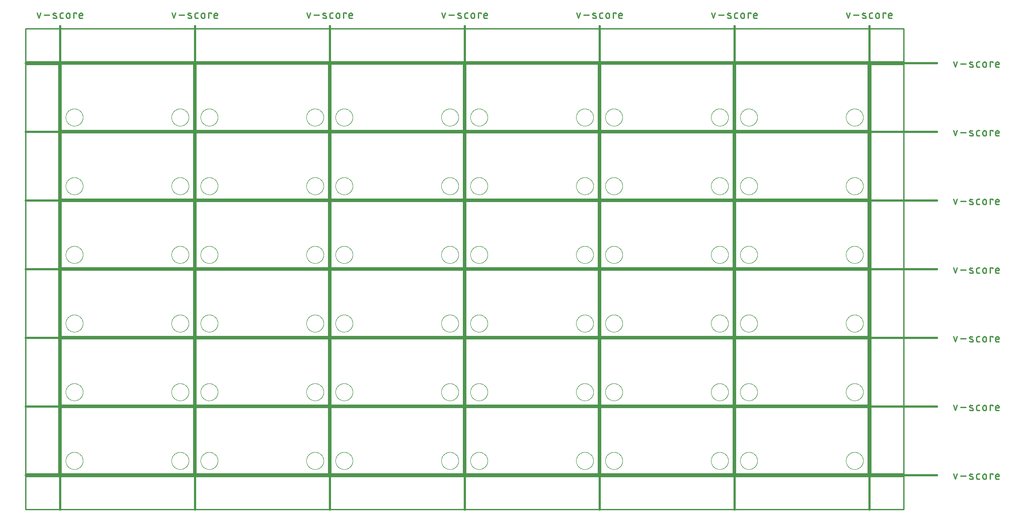
<source format=gko>
G04 EAGLE Gerber RS-274X export*
G75*
%MOMM*%
%FSLAX34Y34*%
%LPD*%
%IN*%
%IPPOS*%
%AMOC8*
5,1,8,0,0,1.08239X$1,22.5*%
G01*
%ADD10C,0.203200*%
%ADD11C,0.381000*%
%ADD12C,0.279400*%
%ADD13C,0.254000*%
%ADD14C,0.000000*%


D10*
X0Y0D02*
X254000Y0D01*
X254000Y127000D01*
X0Y127000D01*
X0Y0D01*
X259080Y0D02*
X513080Y0D01*
X513080Y127000D01*
X259080Y127000D01*
X259080Y0D01*
X518160Y0D02*
X772160Y0D01*
X772160Y127000D01*
X518160Y127000D01*
X518160Y0D01*
X777240Y0D02*
X1031240Y0D01*
X1031240Y127000D01*
X777240Y127000D01*
X777240Y0D01*
X1036320Y0D02*
X1290320Y0D01*
X1290320Y127000D01*
X1036320Y127000D01*
X1036320Y0D01*
X1295400Y0D02*
X1549400Y0D01*
X1549400Y127000D01*
X1295400Y127000D01*
X1295400Y0D01*
X254000Y132080D02*
X0Y132080D01*
X254000Y132080D02*
X254000Y259080D01*
X0Y259080D01*
X0Y132080D01*
X259080Y132080D02*
X513080Y132080D01*
X513080Y259080D01*
X259080Y259080D01*
X259080Y132080D01*
X518160Y132080D02*
X772160Y132080D01*
X772160Y259080D01*
X518160Y259080D01*
X518160Y132080D01*
X777240Y132080D02*
X1031240Y132080D01*
X1031240Y259080D01*
X777240Y259080D01*
X777240Y132080D01*
X1036320Y132080D02*
X1290320Y132080D01*
X1290320Y259080D01*
X1036320Y259080D01*
X1036320Y132080D01*
X1295400Y132080D02*
X1549400Y132080D01*
X1549400Y259080D01*
X1295400Y259080D01*
X1295400Y132080D01*
X254000Y264160D02*
X0Y264160D01*
X254000Y264160D02*
X254000Y391160D01*
X0Y391160D01*
X0Y264160D01*
X259080Y264160D02*
X513080Y264160D01*
X513080Y391160D01*
X259080Y391160D01*
X259080Y264160D01*
X518160Y264160D02*
X772160Y264160D01*
X772160Y391160D01*
X518160Y391160D01*
X518160Y264160D01*
X777240Y264160D02*
X1031240Y264160D01*
X1031240Y391160D01*
X777240Y391160D01*
X777240Y264160D01*
X1036320Y264160D02*
X1290320Y264160D01*
X1290320Y391160D01*
X1036320Y391160D01*
X1036320Y264160D01*
X1295400Y264160D02*
X1549400Y264160D01*
X1549400Y391160D01*
X1295400Y391160D01*
X1295400Y264160D01*
X254000Y396240D02*
X0Y396240D01*
X254000Y396240D02*
X254000Y523240D01*
X0Y523240D01*
X0Y396240D01*
X259080Y396240D02*
X513080Y396240D01*
X513080Y523240D01*
X259080Y523240D01*
X259080Y396240D01*
X518160Y396240D02*
X772160Y396240D01*
X772160Y523240D01*
X518160Y523240D01*
X518160Y396240D01*
X777240Y396240D02*
X1031240Y396240D01*
X1031240Y523240D01*
X777240Y523240D01*
X777240Y396240D01*
X1036320Y396240D02*
X1290320Y396240D01*
X1290320Y523240D01*
X1036320Y523240D01*
X1036320Y396240D01*
X1295400Y396240D02*
X1549400Y396240D01*
X1549400Y523240D01*
X1295400Y523240D01*
X1295400Y396240D01*
X254000Y528320D02*
X0Y528320D01*
X254000Y528320D02*
X254000Y655320D01*
X0Y655320D01*
X0Y528320D01*
X259080Y528320D02*
X513080Y528320D01*
X513080Y655320D01*
X259080Y655320D01*
X259080Y528320D01*
X518160Y528320D02*
X772160Y528320D01*
X772160Y655320D01*
X518160Y655320D01*
X518160Y528320D01*
X777240Y528320D02*
X1031240Y528320D01*
X1031240Y655320D01*
X777240Y655320D01*
X777240Y528320D01*
X1036320Y528320D02*
X1290320Y528320D01*
X1290320Y655320D01*
X1036320Y655320D01*
X1036320Y528320D01*
X1295400Y528320D02*
X1549400Y528320D01*
X1549400Y655320D01*
X1295400Y655320D01*
X1295400Y528320D01*
X254000Y660400D02*
X0Y660400D01*
X254000Y660400D02*
X254000Y787400D01*
X0Y787400D01*
X0Y660400D01*
X259080Y660400D02*
X513080Y660400D01*
X513080Y787400D01*
X259080Y787400D01*
X259080Y660400D01*
X518160Y660400D02*
X772160Y660400D01*
X772160Y787400D01*
X518160Y787400D01*
X518160Y660400D01*
X777240Y660400D02*
X1031240Y660400D01*
X1031240Y787400D01*
X777240Y787400D01*
X777240Y660400D01*
X1036320Y660400D02*
X1290320Y660400D01*
X1290320Y787400D01*
X1036320Y787400D01*
X1036320Y660400D01*
X1295400Y660400D02*
X1549400Y660400D01*
X1549400Y787400D01*
X1295400Y787400D01*
X1295400Y660400D01*
D11*
X-2540Y861060D02*
X-2540Y-68580D01*
D12*
X-42921Y876427D02*
X-46251Y886418D01*
X-39590Y886418D02*
X-42921Y876427D01*
X-32806Y882255D02*
X-22815Y882255D01*
X-14261Y882255D02*
X-10098Y880590D01*
X-14261Y882254D02*
X-14346Y882290D01*
X-14429Y882330D01*
X-14510Y882373D01*
X-14590Y882420D01*
X-14667Y882470D01*
X-14743Y882523D01*
X-14816Y882579D01*
X-14886Y882639D01*
X-14954Y882701D01*
X-15019Y882766D01*
X-15081Y882834D01*
X-15141Y882905D01*
X-15197Y882978D01*
X-15250Y883053D01*
X-15300Y883131D01*
X-15346Y883210D01*
X-15389Y883292D01*
X-15429Y883375D01*
X-15465Y883460D01*
X-15497Y883546D01*
X-15526Y883634D01*
X-15550Y883723D01*
X-15571Y883813D01*
X-15588Y883903D01*
X-15602Y883994D01*
X-15611Y884086D01*
X-15616Y884178D01*
X-15618Y884270D01*
X-15616Y884362D01*
X-15609Y884454D01*
X-15599Y884546D01*
X-15585Y884637D01*
X-15567Y884728D01*
X-15545Y884817D01*
X-15519Y884906D01*
X-15489Y884993D01*
X-15456Y885079D01*
X-15419Y885163D01*
X-15379Y885246D01*
X-15335Y885327D01*
X-15288Y885406D01*
X-15237Y885483D01*
X-15183Y885558D01*
X-15126Y885631D01*
X-15066Y885701D01*
X-15003Y885768D01*
X-14937Y885832D01*
X-14869Y885894D01*
X-14798Y885953D01*
X-14724Y886008D01*
X-14648Y886061D01*
X-14570Y886110D01*
X-14490Y886156D01*
X-14409Y886198D01*
X-14325Y886237D01*
X-14240Y886272D01*
X-14153Y886303D01*
X-14065Y886331D01*
X-13976Y886355D01*
X-13886Y886375D01*
X-13796Y886392D01*
X-13704Y886404D01*
X-13612Y886413D01*
X-13520Y886417D01*
X-13428Y886418D01*
X-13201Y886412D01*
X-12974Y886401D01*
X-12747Y886384D01*
X-12521Y886361D01*
X-12295Y886334D01*
X-12070Y886300D01*
X-11846Y886262D01*
X-11623Y886218D01*
X-11401Y886169D01*
X-11180Y886114D01*
X-10961Y886054D01*
X-10743Y885989D01*
X-10527Y885918D01*
X-10313Y885843D01*
X-10100Y885762D01*
X-9890Y885676D01*
X-9681Y885585D01*
X-10098Y880590D02*
X-10013Y880554D01*
X-9930Y880514D01*
X-9849Y880471D01*
X-9769Y880424D01*
X-9692Y880374D01*
X-9616Y880321D01*
X-9543Y880265D01*
X-9473Y880205D01*
X-9405Y880143D01*
X-9340Y880078D01*
X-9278Y880010D01*
X-9218Y879939D01*
X-9162Y879866D01*
X-9109Y879791D01*
X-9059Y879713D01*
X-9013Y879634D01*
X-8970Y879552D01*
X-8930Y879469D01*
X-8894Y879384D01*
X-8862Y879298D01*
X-8833Y879210D01*
X-8809Y879121D01*
X-8788Y879031D01*
X-8771Y878941D01*
X-8757Y878850D01*
X-8748Y878758D01*
X-8743Y878666D01*
X-8741Y878574D01*
X-8743Y878482D01*
X-8750Y878390D01*
X-8760Y878298D01*
X-8774Y878207D01*
X-8792Y878116D01*
X-8814Y878027D01*
X-8840Y877938D01*
X-8870Y877851D01*
X-8903Y877765D01*
X-8940Y877681D01*
X-8980Y877598D01*
X-9024Y877517D01*
X-9071Y877438D01*
X-9122Y877361D01*
X-9176Y877286D01*
X-9233Y877213D01*
X-9293Y877143D01*
X-9356Y877076D01*
X-9422Y877012D01*
X-9490Y876950D01*
X-9561Y876891D01*
X-9635Y876836D01*
X-9711Y876783D01*
X-9789Y876734D01*
X-9869Y876688D01*
X-9950Y876646D01*
X-10034Y876607D01*
X-10119Y876572D01*
X-10206Y876541D01*
X-10294Y876513D01*
X-10383Y876489D01*
X-10473Y876469D01*
X-10563Y876452D01*
X-10655Y876440D01*
X-10747Y876431D01*
X-10839Y876427D01*
X-10931Y876426D01*
X-10931Y876427D02*
X-11265Y876436D01*
X-11598Y876453D01*
X-11931Y876477D01*
X-12264Y876510D01*
X-12595Y876550D01*
X-12926Y876598D01*
X-13255Y876654D01*
X-13583Y876717D01*
X-13909Y876789D01*
X-14233Y876868D01*
X-14556Y876954D01*
X-14876Y877049D01*
X-15194Y877151D01*
X-15510Y877260D01*
X562Y876427D02*
X3892Y876427D01*
X562Y876427D02*
X464Y876429D01*
X366Y876435D01*
X268Y876444D01*
X171Y876458D01*
X75Y876475D01*
X-21Y876496D01*
X-116Y876521D01*
X-210Y876549D01*
X-303Y876581D01*
X-394Y876617D01*
X-484Y876656D01*
X-572Y876699D01*
X-659Y876746D01*
X-743Y876795D01*
X-826Y876848D01*
X-906Y876904D01*
X-985Y876963D01*
X-1060Y877026D01*
X-1134Y877091D01*
X-1204Y877159D01*
X-1272Y877229D01*
X-1338Y877303D01*
X-1400Y877379D01*
X-1459Y877457D01*
X-1515Y877537D01*
X-1568Y877620D01*
X-1618Y877704D01*
X-1664Y877791D01*
X-1707Y877879D01*
X-1746Y877969D01*
X-1782Y878060D01*
X-1814Y878153D01*
X-1842Y878247D01*
X-1867Y878342D01*
X-1888Y878438D01*
X-1905Y878534D01*
X-1919Y878631D01*
X-1928Y878729D01*
X-1934Y878827D01*
X-1936Y878925D01*
X-1936Y883920D01*
X-1934Y884018D01*
X-1928Y884116D01*
X-1919Y884214D01*
X-1905Y884311D01*
X-1888Y884407D01*
X-1867Y884503D01*
X-1842Y884598D01*
X-1814Y884692D01*
X-1782Y884785D01*
X-1746Y884876D01*
X-1707Y884966D01*
X-1664Y885054D01*
X-1617Y885141D01*
X-1568Y885225D01*
X-1515Y885308D01*
X-1459Y885388D01*
X-1400Y885466D01*
X-1337Y885542D01*
X-1272Y885616D01*
X-1204Y885686D01*
X-1134Y885754D01*
X-1060Y885819D01*
X-984Y885882D01*
X-906Y885941D01*
X-826Y885997D01*
X-743Y886050D01*
X-659Y886099D01*
X-572Y886146D01*
X-484Y886189D01*
X-394Y886228D01*
X-303Y886264D01*
X-210Y886296D01*
X-116Y886324D01*
X-21Y886349D01*
X75Y886370D01*
X171Y886387D01*
X268Y886401D01*
X366Y886410D01*
X464Y886416D01*
X562Y886418D01*
X3892Y886418D01*
X10022Y883087D02*
X10022Y879757D01*
X10022Y883087D02*
X10024Y883201D01*
X10030Y883314D01*
X10039Y883428D01*
X10053Y883540D01*
X10070Y883653D01*
X10092Y883765D01*
X10117Y883875D01*
X10145Y883985D01*
X10178Y884094D01*
X10214Y884202D01*
X10254Y884309D01*
X10298Y884414D01*
X10345Y884517D01*
X10395Y884619D01*
X10449Y884719D01*
X10507Y884817D01*
X10568Y884913D01*
X10631Y885007D01*
X10699Y885099D01*
X10769Y885189D01*
X10842Y885275D01*
X10918Y885360D01*
X10997Y885442D01*
X11079Y885521D01*
X11164Y885597D01*
X11250Y885670D01*
X11340Y885740D01*
X11432Y885808D01*
X11526Y885871D01*
X11622Y885932D01*
X11720Y885990D01*
X11820Y886044D01*
X11922Y886094D01*
X12025Y886141D01*
X12130Y886185D01*
X12237Y886225D01*
X12345Y886261D01*
X12454Y886294D01*
X12564Y886322D01*
X12674Y886347D01*
X12786Y886369D01*
X12899Y886386D01*
X13011Y886400D01*
X13125Y886409D01*
X13238Y886415D01*
X13352Y886417D01*
X13466Y886415D01*
X13579Y886409D01*
X13693Y886400D01*
X13805Y886386D01*
X13918Y886369D01*
X14030Y886347D01*
X14140Y886322D01*
X14250Y886294D01*
X14359Y886261D01*
X14467Y886225D01*
X14574Y886185D01*
X14679Y886141D01*
X14782Y886094D01*
X14884Y886044D01*
X14984Y885990D01*
X15082Y885932D01*
X15178Y885871D01*
X15272Y885808D01*
X15364Y885740D01*
X15454Y885670D01*
X15540Y885597D01*
X15625Y885521D01*
X15707Y885442D01*
X15786Y885360D01*
X15862Y885275D01*
X15935Y885189D01*
X16005Y885099D01*
X16073Y885007D01*
X16136Y884913D01*
X16197Y884817D01*
X16255Y884719D01*
X16309Y884619D01*
X16359Y884517D01*
X16406Y884414D01*
X16450Y884309D01*
X16490Y884202D01*
X16526Y884094D01*
X16559Y883985D01*
X16587Y883875D01*
X16612Y883765D01*
X16634Y883653D01*
X16651Y883540D01*
X16665Y883428D01*
X16674Y883314D01*
X16680Y883201D01*
X16682Y883087D01*
X16682Y879757D01*
X16680Y879643D01*
X16674Y879530D01*
X16665Y879416D01*
X16651Y879304D01*
X16634Y879191D01*
X16612Y879079D01*
X16587Y878969D01*
X16559Y878859D01*
X16526Y878750D01*
X16490Y878642D01*
X16450Y878535D01*
X16406Y878430D01*
X16359Y878327D01*
X16309Y878225D01*
X16255Y878125D01*
X16197Y878027D01*
X16136Y877931D01*
X16073Y877837D01*
X16005Y877745D01*
X15935Y877655D01*
X15862Y877569D01*
X15786Y877484D01*
X15707Y877402D01*
X15625Y877323D01*
X15540Y877247D01*
X15454Y877174D01*
X15364Y877104D01*
X15272Y877036D01*
X15178Y876973D01*
X15082Y876912D01*
X14984Y876854D01*
X14884Y876800D01*
X14782Y876750D01*
X14679Y876703D01*
X14574Y876659D01*
X14467Y876619D01*
X14359Y876583D01*
X14250Y876550D01*
X14140Y876522D01*
X14030Y876497D01*
X13918Y876475D01*
X13805Y876458D01*
X13693Y876444D01*
X13579Y876435D01*
X13466Y876429D01*
X13352Y876427D01*
X13238Y876429D01*
X13125Y876435D01*
X13011Y876444D01*
X12899Y876458D01*
X12786Y876475D01*
X12674Y876497D01*
X12564Y876522D01*
X12454Y876550D01*
X12345Y876583D01*
X12237Y876619D01*
X12130Y876659D01*
X12025Y876703D01*
X11922Y876750D01*
X11820Y876800D01*
X11720Y876854D01*
X11622Y876912D01*
X11526Y876973D01*
X11432Y877036D01*
X11340Y877104D01*
X11250Y877174D01*
X11164Y877247D01*
X11079Y877323D01*
X10997Y877402D01*
X10918Y877484D01*
X10842Y877569D01*
X10769Y877655D01*
X10699Y877745D01*
X10631Y877837D01*
X10568Y877931D01*
X10507Y878027D01*
X10449Y878125D01*
X10395Y878225D01*
X10345Y878327D01*
X10298Y878430D01*
X10254Y878535D01*
X10214Y878642D01*
X10178Y878750D01*
X10145Y878859D01*
X10117Y878969D01*
X10092Y879079D01*
X10070Y879191D01*
X10053Y879304D01*
X10039Y879416D01*
X10030Y879530D01*
X10024Y879643D01*
X10022Y879757D01*
X24218Y876427D02*
X24218Y886418D01*
X29213Y886418D01*
X29213Y884753D01*
X37008Y876427D02*
X41171Y876427D01*
X37008Y876427D02*
X36910Y876429D01*
X36812Y876435D01*
X36714Y876444D01*
X36617Y876458D01*
X36521Y876475D01*
X36425Y876496D01*
X36330Y876521D01*
X36236Y876549D01*
X36143Y876581D01*
X36052Y876617D01*
X35962Y876656D01*
X35874Y876699D01*
X35787Y876746D01*
X35703Y876795D01*
X35620Y876848D01*
X35540Y876904D01*
X35462Y876963D01*
X35386Y877026D01*
X35312Y877091D01*
X35242Y877159D01*
X35174Y877229D01*
X35109Y877303D01*
X35046Y877379D01*
X34987Y877457D01*
X34931Y877537D01*
X34878Y877620D01*
X34829Y877704D01*
X34782Y877791D01*
X34739Y877879D01*
X34700Y877969D01*
X34664Y878060D01*
X34632Y878153D01*
X34604Y878247D01*
X34579Y878342D01*
X34558Y878438D01*
X34541Y878534D01*
X34527Y878631D01*
X34518Y878729D01*
X34512Y878827D01*
X34510Y878925D01*
X34510Y883087D01*
X34511Y883087D02*
X34513Y883201D01*
X34519Y883314D01*
X34528Y883428D01*
X34542Y883540D01*
X34559Y883653D01*
X34581Y883765D01*
X34606Y883875D01*
X34634Y883985D01*
X34667Y884094D01*
X34703Y884202D01*
X34743Y884309D01*
X34787Y884414D01*
X34834Y884517D01*
X34884Y884619D01*
X34938Y884719D01*
X34996Y884817D01*
X35057Y884913D01*
X35120Y885007D01*
X35188Y885099D01*
X35258Y885189D01*
X35331Y885275D01*
X35407Y885360D01*
X35486Y885442D01*
X35568Y885521D01*
X35653Y885597D01*
X35739Y885670D01*
X35829Y885740D01*
X35921Y885808D01*
X36015Y885871D01*
X36111Y885932D01*
X36209Y885990D01*
X36309Y886044D01*
X36411Y886094D01*
X36514Y886141D01*
X36619Y886185D01*
X36726Y886225D01*
X36834Y886261D01*
X36943Y886294D01*
X37053Y886322D01*
X37163Y886347D01*
X37275Y886369D01*
X37388Y886386D01*
X37500Y886400D01*
X37614Y886409D01*
X37727Y886415D01*
X37841Y886417D01*
X37955Y886415D01*
X38068Y886409D01*
X38182Y886400D01*
X38294Y886386D01*
X38407Y886369D01*
X38519Y886347D01*
X38629Y886322D01*
X38739Y886294D01*
X38848Y886261D01*
X38956Y886225D01*
X39063Y886185D01*
X39168Y886141D01*
X39271Y886094D01*
X39373Y886044D01*
X39473Y885990D01*
X39571Y885932D01*
X39667Y885871D01*
X39761Y885808D01*
X39853Y885740D01*
X39943Y885670D01*
X40029Y885597D01*
X40114Y885521D01*
X40196Y885442D01*
X40275Y885360D01*
X40351Y885275D01*
X40424Y885189D01*
X40494Y885099D01*
X40562Y885007D01*
X40625Y884913D01*
X40686Y884817D01*
X40744Y884719D01*
X40798Y884619D01*
X40848Y884517D01*
X40895Y884414D01*
X40939Y884309D01*
X40979Y884202D01*
X41015Y884094D01*
X41048Y883985D01*
X41076Y883875D01*
X41101Y883765D01*
X41123Y883653D01*
X41140Y883540D01*
X41154Y883428D01*
X41163Y883314D01*
X41169Y883201D01*
X41171Y883087D01*
X41171Y881422D01*
X34510Y881422D01*
D11*
X256540Y861060D02*
X256540Y-68580D01*
D12*
X216159Y876427D02*
X212829Y886418D01*
X219490Y886418D02*
X216159Y876427D01*
X226274Y882255D02*
X236265Y882255D01*
X244819Y882255D02*
X248982Y880590D01*
X244819Y882254D02*
X244734Y882290D01*
X244651Y882330D01*
X244570Y882373D01*
X244490Y882420D01*
X244413Y882470D01*
X244337Y882523D01*
X244264Y882579D01*
X244194Y882639D01*
X244126Y882701D01*
X244061Y882766D01*
X243999Y882834D01*
X243939Y882905D01*
X243883Y882978D01*
X243830Y883053D01*
X243780Y883131D01*
X243734Y883210D01*
X243691Y883292D01*
X243651Y883375D01*
X243615Y883460D01*
X243583Y883546D01*
X243554Y883634D01*
X243530Y883723D01*
X243509Y883813D01*
X243492Y883903D01*
X243478Y883994D01*
X243469Y884086D01*
X243464Y884178D01*
X243462Y884270D01*
X243464Y884362D01*
X243471Y884454D01*
X243481Y884546D01*
X243495Y884637D01*
X243513Y884728D01*
X243535Y884817D01*
X243561Y884906D01*
X243591Y884993D01*
X243624Y885079D01*
X243661Y885163D01*
X243701Y885246D01*
X243745Y885327D01*
X243792Y885406D01*
X243843Y885483D01*
X243897Y885558D01*
X243954Y885631D01*
X244014Y885701D01*
X244077Y885768D01*
X244143Y885832D01*
X244211Y885894D01*
X244282Y885953D01*
X244356Y886008D01*
X244432Y886061D01*
X244510Y886110D01*
X244590Y886156D01*
X244671Y886198D01*
X244755Y886237D01*
X244840Y886272D01*
X244927Y886303D01*
X245015Y886331D01*
X245104Y886355D01*
X245194Y886375D01*
X245284Y886392D01*
X245376Y886404D01*
X245468Y886413D01*
X245560Y886417D01*
X245652Y886418D01*
X245879Y886412D01*
X246106Y886401D01*
X246333Y886384D01*
X246559Y886361D01*
X246785Y886334D01*
X247010Y886300D01*
X247234Y886262D01*
X247457Y886218D01*
X247679Y886169D01*
X247900Y886114D01*
X248119Y886054D01*
X248337Y885989D01*
X248553Y885918D01*
X248767Y885843D01*
X248980Y885762D01*
X249190Y885676D01*
X249399Y885585D01*
X248982Y880590D02*
X249067Y880554D01*
X249150Y880514D01*
X249231Y880471D01*
X249311Y880424D01*
X249388Y880374D01*
X249464Y880321D01*
X249537Y880265D01*
X249607Y880205D01*
X249675Y880143D01*
X249740Y880078D01*
X249802Y880010D01*
X249862Y879939D01*
X249918Y879866D01*
X249971Y879791D01*
X250021Y879713D01*
X250067Y879634D01*
X250110Y879552D01*
X250150Y879469D01*
X250186Y879384D01*
X250218Y879298D01*
X250247Y879210D01*
X250271Y879121D01*
X250292Y879031D01*
X250309Y878941D01*
X250323Y878850D01*
X250332Y878758D01*
X250337Y878666D01*
X250339Y878574D01*
X250337Y878482D01*
X250330Y878390D01*
X250320Y878298D01*
X250306Y878207D01*
X250288Y878116D01*
X250266Y878027D01*
X250240Y877938D01*
X250210Y877851D01*
X250177Y877765D01*
X250140Y877681D01*
X250100Y877598D01*
X250056Y877517D01*
X250009Y877438D01*
X249958Y877361D01*
X249904Y877286D01*
X249847Y877213D01*
X249787Y877143D01*
X249724Y877076D01*
X249658Y877012D01*
X249590Y876950D01*
X249519Y876891D01*
X249445Y876836D01*
X249369Y876783D01*
X249291Y876734D01*
X249211Y876688D01*
X249130Y876646D01*
X249046Y876607D01*
X248961Y876572D01*
X248874Y876541D01*
X248786Y876513D01*
X248697Y876489D01*
X248607Y876469D01*
X248517Y876452D01*
X248425Y876440D01*
X248333Y876431D01*
X248241Y876427D01*
X248149Y876426D01*
X248149Y876427D02*
X247815Y876436D01*
X247482Y876453D01*
X247149Y876477D01*
X246816Y876510D01*
X246485Y876550D01*
X246154Y876598D01*
X245825Y876654D01*
X245497Y876717D01*
X245171Y876789D01*
X244847Y876868D01*
X244524Y876954D01*
X244204Y877049D01*
X243886Y877151D01*
X243570Y877260D01*
X259642Y876427D02*
X262972Y876427D01*
X259642Y876427D02*
X259544Y876429D01*
X259446Y876435D01*
X259348Y876444D01*
X259251Y876458D01*
X259155Y876475D01*
X259059Y876496D01*
X258964Y876521D01*
X258870Y876549D01*
X258777Y876581D01*
X258686Y876617D01*
X258596Y876656D01*
X258508Y876699D01*
X258421Y876746D01*
X258337Y876795D01*
X258254Y876848D01*
X258174Y876904D01*
X258096Y876963D01*
X258020Y877026D01*
X257946Y877091D01*
X257876Y877159D01*
X257808Y877229D01*
X257743Y877303D01*
X257680Y877379D01*
X257621Y877457D01*
X257565Y877537D01*
X257512Y877620D01*
X257463Y877704D01*
X257416Y877791D01*
X257373Y877879D01*
X257334Y877969D01*
X257298Y878060D01*
X257266Y878153D01*
X257238Y878247D01*
X257213Y878342D01*
X257192Y878438D01*
X257175Y878534D01*
X257161Y878631D01*
X257152Y878729D01*
X257146Y878827D01*
X257144Y878925D01*
X257144Y883920D01*
X257146Y884018D01*
X257152Y884116D01*
X257161Y884214D01*
X257175Y884311D01*
X257192Y884407D01*
X257213Y884503D01*
X257238Y884598D01*
X257266Y884692D01*
X257298Y884785D01*
X257334Y884876D01*
X257373Y884966D01*
X257416Y885054D01*
X257463Y885141D01*
X257512Y885225D01*
X257565Y885308D01*
X257621Y885388D01*
X257680Y885467D01*
X257743Y885542D01*
X257808Y885616D01*
X257876Y885686D01*
X257946Y885754D01*
X258020Y885820D01*
X258096Y885882D01*
X258174Y885941D01*
X258254Y885997D01*
X258337Y886050D01*
X258421Y886100D01*
X258508Y886146D01*
X258596Y886189D01*
X258686Y886228D01*
X258777Y886264D01*
X258870Y886296D01*
X258964Y886324D01*
X259059Y886349D01*
X259155Y886370D01*
X259251Y886387D01*
X259348Y886401D01*
X259446Y886410D01*
X259544Y886416D01*
X259642Y886418D01*
X262972Y886418D01*
X269102Y883087D02*
X269102Y879757D01*
X269102Y883087D02*
X269104Y883201D01*
X269110Y883314D01*
X269119Y883428D01*
X269133Y883540D01*
X269150Y883653D01*
X269172Y883765D01*
X269197Y883875D01*
X269225Y883985D01*
X269258Y884094D01*
X269294Y884202D01*
X269334Y884309D01*
X269378Y884414D01*
X269425Y884517D01*
X269475Y884619D01*
X269529Y884719D01*
X269587Y884817D01*
X269648Y884913D01*
X269711Y885007D01*
X269779Y885099D01*
X269849Y885189D01*
X269922Y885275D01*
X269998Y885360D01*
X270077Y885442D01*
X270159Y885521D01*
X270244Y885597D01*
X270330Y885670D01*
X270420Y885740D01*
X270512Y885808D01*
X270606Y885871D01*
X270702Y885932D01*
X270800Y885990D01*
X270900Y886044D01*
X271002Y886094D01*
X271105Y886141D01*
X271210Y886185D01*
X271317Y886225D01*
X271425Y886261D01*
X271534Y886294D01*
X271644Y886322D01*
X271754Y886347D01*
X271866Y886369D01*
X271979Y886386D01*
X272091Y886400D01*
X272205Y886409D01*
X272318Y886415D01*
X272432Y886417D01*
X272546Y886415D01*
X272659Y886409D01*
X272773Y886400D01*
X272885Y886386D01*
X272998Y886369D01*
X273110Y886347D01*
X273220Y886322D01*
X273330Y886294D01*
X273439Y886261D01*
X273547Y886225D01*
X273654Y886185D01*
X273759Y886141D01*
X273862Y886094D01*
X273964Y886044D01*
X274064Y885990D01*
X274162Y885932D01*
X274258Y885871D01*
X274352Y885808D01*
X274444Y885740D01*
X274534Y885670D01*
X274620Y885597D01*
X274705Y885521D01*
X274787Y885442D01*
X274866Y885360D01*
X274942Y885275D01*
X275015Y885189D01*
X275085Y885099D01*
X275153Y885007D01*
X275216Y884913D01*
X275277Y884817D01*
X275335Y884719D01*
X275389Y884619D01*
X275439Y884517D01*
X275486Y884414D01*
X275530Y884309D01*
X275570Y884202D01*
X275606Y884094D01*
X275639Y883985D01*
X275667Y883875D01*
X275692Y883765D01*
X275714Y883653D01*
X275731Y883540D01*
X275745Y883428D01*
X275754Y883314D01*
X275760Y883201D01*
X275762Y883087D01*
X275762Y879757D01*
X275760Y879643D01*
X275754Y879530D01*
X275745Y879416D01*
X275731Y879304D01*
X275714Y879191D01*
X275692Y879079D01*
X275667Y878969D01*
X275639Y878859D01*
X275606Y878750D01*
X275570Y878642D01*
X275530Y878535D01*
X275486Y878430D01*
X275439Y878327D01*
X275389Y878225D01*
X275335Y878125D01*
X275277Y878027D01*
X275216Y877931D01*
X275153Y877837D01*
X275085Y877745D01*
X275015Y877655D01*
X274942Y877569D01*
X274866Y877484D01*
X274787Y877402D01*
X274705Y877323D01*
X274620Y877247D01*
X274534Y877174D01*
X274444Y877104D01*
X274352Y877036D01*
X274258Y876973D01*
X274162Y876912D01*
X274064Y876854D01*
X273964Y876800D01*
X273862Y876750D01*
X273759Y876703D01*
X273654Y876659D01*
X273547Y876619D01*
X273439Y876583D01*
X273330Y876550D01*
X273220Y876522D01*
X273110Y876497D01*
X272998Y876475D01*
X272885Y876458D01*
X272773Y876444D01*
X272659Y876435D01*
X272546Y876429D01*
X272432Y876427D01*
X272318Y876429D01*
X272205Y876435D01*
X272091Y876444D01*
X271979Y876458D01*
X271866Y876475D01*
X271754Y876497D01*
X271644Y876522D01*
X271534Y876550D01*
X271425Y876583D01*
X271317Y876619D01*
X271210Y876659D01*
X271105Y876703D01*
X271002Y876750D01*
X270900Y876800D01*
X270800Y876854D01*
X270702Y876912D01*
X270606Y876973D01*
X270512Y877036D01*
X270420Y877104D01*
X270330Y877174D01*
X270244Y877247D01*
X270159Y877323D01*
X270077Y877402D01*
X269998Y877484D01*
X269922Y877569D01*
X269849Y877655D01*
X269779Y877745D01*
X269711Y877837D01*
X269648Y877931D01*
X269587Y878027D01*
X269529Y878125D01*
X269475Y878225D01*
X269425Y878327D01*
X269378Y878430D01*
X269334Y878535D01*
X269294Y878642D01*
X269258Y878750D01*
X269225Y878859D01*
X269197Y878969D01*
X269172Y879079D01*
X269150Y879191D01*
X269133Y879304D01*
X269119Y879416D01*
X269110Y879530D01*
X269104Y879643D01*
X269102Y879757D01*
X283298Y876427D02*
X283298Y886418D01*
X288293Y886418D01*
X288293Y884753D01*
X296088Y876427D02*
X300251Y876427D01*
X296088Y876427D02*
X295990Y876429D01*
X295892Y876435D01*
X295794Y876444D01*
X295697Y876458D01*
X295601Y876475D01*
X295505Y876496D01*
X295410Y876521D01*
X295316Y876549D01*
X295223Y876581D01*
X295132Y876617D01*
X295042Y876656D01*
X294954Y876699D01*
X294867Y876746D01*
X294783Y876795D01*
X294700Y876848D01*
X294620Y876904D01*
X294542Y876963D01*
X294466Y877026D01*
X294392Y877091D01*
X294322Y877159D01*
X294254Y877229D01*
X294189Y877303D01*
X294126Y877379D01*
X294067Y877457D01*
X294011Y877537D01*
X293958Y877620D01*
X293909Y877704D01*
X293862Y877791D01*
X293819Y877879D01*
X293780Y877969D01*
X293744Y878060D01*
X293712Y878153D01*
X293684Y878247D01*
X293659Y878342D01*
X293638Y878438D01*
X293621Y878534D01*
X293607Y878631D01*
X293598Y878729D01*
X293592Y878827D01*
X293590Y878925D01*
X293590Y883087D01*
X293591Y883087D02*
X293593Y883201D01*
X293599Y883314D01*
X293608Y883428D01*
X293622Y883540D01*
X293639Y883653D01*
X293661Y883765D01*
X293686Y883875D01*
X293714Y883985D01*
X293747Y884094D01*
X293783Y884202D01*
X293823Y884309D01*
X293867Y884414D01*
X293914Y884517D01*
X293964Y884619D01*
X294018Y884719D01*
X294076Y884817D01*
X294137Y884913D01*
X294200Y885007D01*
X294268Y885099D01*
X294338Y885189D01*
X294411Y885275D01*
X294487Y885360D01*
X294566Y885442D01*
X294648Y885521D01*
X294733Y885597D01*
X294819Y885670D01*
X294909Y885740D01*
X295001Y885808D01*
X295095Y885871D01*
X295191Y885932D01*
X295289Y885990D01*
X295389Y886044D01*
X295491Y886094D01*
X295594Y886141D01*
X295699Y886185D01*
X295806Y886225D01*
X295914Y886261D01*
X296023Y886294D01*
X296133Y886322D01*
X296243Y886347D01*
X296355Y886369D01*
X296468Y886386D01*
X296580Y886400D01*
X296694Y886409D01*
X296807Y886415D01*
X296921Y886417D01*
X297035Y886415D01*
X297148Y886409D01*
X297262Y886400D01*
X297374Y886386D01*
X297487Y886369D01*
X297599Y886347D01*
X297709Y886322D01*
X297819Y886294D01*
X297928Y886261D01*
X298036Y886225D01*
X298143Y886185D01*
X298248Y886141D01*
X298351Y886094D01*
X298453Y886044D01*
X298553Y885990D01*
X298651Y885932D01*
X298747Y885871D01*
X298841Y885808D01*
X298933Y885740D01*
X299023Y885670D01*
X299109Y885597D01*
X299194Y885521D01*
X299276Y885442D01*
X299355Y885360D01*
X299431Y885275D01*
X299504Y885189D01*
X299574Y885099D01*
X299642Y885007D01*
X299705Y884913D01*
X299766Y884817D01*
X299824Y884719D01*
X299878Y884619D01*
X299928Y884517D01*
X299975Y884414D01*
X300019Y884309D01*
X300059Y884202D01*
X300095Y884094D01*
X300128Y883985D01*
X300156Y883875D01*
X300181Y883765D01*
X300203Y883653D01*
X300220Y883540D01*
X300234Y883428D01*
X300243Y883314D01*
X300249Y883201D01*
X300251Y883087D01*
X300251Y881422D01*
X293590Y881422D01*
D11*
X515620Y861060D02*
X515620Y-68580D01*
D12*
X475239Y876427D02*
X471909Y886418D01*
X478570Y886418D02*
X475239Y876427D01*
X485354Y882255D02*
X495345Y882255D01*
X503899Y882255D02*
X508062Y880590D01*
X503899Y882254D02*
X503814Y882290D01*
X503731Y882330D01*
X503650Y882373D01*
X503570Y882420D01*
X503493Y882470D01*
X503417Y882523D01*
X503344Y882579D01*
X503274Y882639D01*
X503206Y882701D01*
X503141Y882766D01*
X503079Y882834D01*
X503019Y882905D01*
X502963Y882978D01*
X502910Y883053D01*
X502860Y883131D01*
X502814Y883210D01*
X502771Y883292D01*
X502731Y883375D01*
X502695Y883460D01*
X502663Y883546D01*
X502634Y883634D01*
X502610Y883723D01*
X502589Y883813D01*
X502572Y883903D01*
X502558Y883994D01*
X502549Y884086D01*
X502544Y884178D01*
X502542Y884270D01*
X502544Y884362D01*
X502551Y884454D01*
X502561Y884546D01*
X502575Y884637D01*
X502593Y884728D01*
X502615Y884817D01*
X502641Y884906D01*
X502671Y884993D01*
X502704Y885079D01*
X502741Y885163D01*
X502781Y885246D01*
X502825Y885327D01*
X502872Y885406D01*
X502923Y885483D01*
X502977Y885558D01*
X503034Y885631D01*
X503094Y885701D01*
X503157Y885768D01*
X503223Y885832D01*
X503291Y885894D01*
X503362Y885953D01*
X503436Y886008D01*
X503512Y886061D01*
X503590Y886110D01*
X503670Y886156D01*
X503751Y886198D01*
X503835Y886237D01*
X503920Y886272D01*
X504007Y886303D01*
X504095Y886331D01*
X504184Y886355D01*
X504274Y886375D01*
X504364Y886392D01*
X504456Y886404D01*
X504548Y886413D01*
X504640Y886417D01*
X504732Y886418D01*
X504959Y886412D01*
X505186Y886401D01*
X505413Y886384D01*
X505639Y886361D01*
X505865Y886334D01*
X506090Y886300D01*
X506314Y886262D01*
X506537Y886218D01*
X506759Y886169D01*
X506980Y886114D01*
X507199Y886054D01*
X507417Y885989D01*
X507633Y885918D01*
X507847Y885843D01*
X508060Y885762D01*
X508270Y885676D01*
X508479Y885585D01*
X508062Y880590D02*
X508147Y880554D01*
X508230Y880514D01*
X508311Y880471D01*
X508391Y880424D01*
X508468Y880374D01*
X508544Y880321D01*
X508617Y880265D01*
X508687Y880205D01*
X508755Y880143D01*
X508820Y880078D01*
X508882Y880010D01*
X508942Y879939D01*
X508998Y879866D01*
X509051Y879791D01*
X509101Y879713D01*
X509147Y879634D01*
X509190Y879552D01*
X509230Y879469D01*
X509266Y879384D01*
X509298Y879298D01*
X509327Y879210D01*
X509351Y879121D01*
X509372Y879031D01*
X509389Y878941D01*
X509403Y878850D01*
X509412Y878758D01*
X509417Y878666D01*
X509419Y878574D01*
X509417Y878482D01*
X509410Y878390D01*
X509400Y878298D01*
X509386Y878207D01*
X509368Y878116D01*
X509346Y878027D01*
X509320Y877938D01*
X509290Y877851D01*
X509257Y877765D01*
X509220Y877681D01*
X509180Y877598D01*
X509136Y877517D01*
X509089Y877438D01*
X509038Y877361D01*
X508984Y877286D01*
X508927Y877213D01*
X508867Y877143D01*
X508804Y877076D01*
X508738Y877012D01*
X508670Y876950D01*
X508599Y876891D01*
X508525Y876836D01*
X508449Y876783D01*
X508371Y876734D01*
X508291Y876688D01*
X508210Y876646D01*
X508126Y876607D01*
X508041Y876572D01*
X507954Y876541D01*
X507866Y876513D01*
X507777Y876489D01*
X507687Y876469D01*
X507597Y876452D01*
X507505Y876440D01*
X507413Y876431D01*
X507321Y876427D01*
X507229Y876426D01*
X507229Y876427D02*
X506895Y876436D01*
X506562Y876453D01*
X506229Y876477D01*
X505896Y876510D01*
X505565Y876550D01*
X505234Y876598D01*
X504905Y876654D01*
X504577Y876717D01*
X504251Y876789D01*
X503927Y876868D01*
X503604Y876954D01*
X503284Y877049D01*
X502966Y877151D01*
X502650Y877260D01*
X518722Y876427D02*
X522052Y876427D01*
X518722Y876427D02*
X518624Y876429D01*
X518526Y876435D01*
X518428Y876444D01*
X518331Y876458D01*
X518235Y876475D01*
X518139Y876496D01*
X518044Y876521D01*
X517950Y876549D01*
X517857Y876581D01*
X517766Y876617D01*
X517676Y876656D01*
X517588Y876699D01*
X517501Y876746D01*
X517417Y876795D01*
X517334Y876848D01*
X517254Y876904D01*
X517176Y876963D01*
X517100Y877026D01*
X517026Y877091D01*
X516956Y877159D01*
X516888Y877229D01*
X516823Y877303D01*
X516760Y877379D01*
X516701Y877457D01*
X516645Y877537D01*
X516592Y877620D01*
X516543Y877704D01*
X516496Y877791D01*
X516453Y877879D01*
X516414Y877969D01*
X516378Y878060D01*
X516346Y878153D01*
X516318Y878247D01*
X516293Y878342D01*
X516272Y878438D01*
X516255Y878534D01*
X516241Y878631D01*
X516232Y878729D01*
X516226Y878827D01*
X516224Y878925D01*
X516224Y883920D01*
X516226Y884018D01*
X516232Y884116D01*
X516241Y884214D01*
X516255Y884311D01*
X516272Y884407D01*
X516293Y884503D01*
X516318Y884598D01*
X516346Y884692D01*
X516378Y884785D01*
X516414Y884876D01*
X516453Y884966D01*
X516496Y885054D01*
X516543Y885141D01*
X516592Y885225D01*
X516645Y885308D01*
X516701Y885388D01*
X516760Y885467D01*
X516823Y885542D01*
X516888Y885616D01*
X516956Y885686D01*
X517026Y885754D01*
X517100Y885820D01*
X517176Y885882D01*
X517254Y885941D01*
X517334Y885997D01*
X517417Y886050D01*
X517501Y886100D01*
X517588Y886146D01*
X517676Y886189D01*
X517766Y886228D01*
X517857Y886264D01*
X517950Y886296D01*
X518044Y886324D01*
X518139Y886349D01*
X518235Y886370D01*
X518331Y886387D01*
X518428Y886401D01*
X518526Y886410D01*
X518624Y886416D01*
X518722Y886418D01*
X522052Y886418D01*
X528182Y883087D02*
X528182Y879757D01*
X528182Y883087D02*
X528184Y883201D01*
X528190Y883314D01*
X528199Y883428D01*
X528213Y883540D01*
X528230Y883653D01*
X528252Y883765D01*
X528277Y883875D01*
X528305Y883985D01*
X528338Y884094D01*
X528374Y884202D01*
X528414Y884309D01*
X528458Y884414D01*
X528505Y884517D01*
X528555Y884619D01*
X528609Y884719D01*
X528667Y884817D01*
X528728Y884913D01*
X528791Y885007D01*
X528859Y885099D01*
X528929Y885189D01*
X529002Y885275D01*
X529078Y885360D01*
X529157Y885442D01*
X529239Y885521D01*
X529324Y885597D01*
X529410Y885670D01*
X529500Y885740D01*
X529592Y885808D01*
X529686Y885871D01*
X529782Y885932D01*
X529880Y885990D01*
X529980Y886044D01*
X530082Y886094D01*
X530185Y886141D01*
X530290Y886185D01*
X530397Y886225D01*
X530505Y886261D01*
X530614Y886294D01*
X530724Y886322D01*
X530834Y886347D01*
X530946Y886369D01*
X531059Y886386D01*
X531171Y886400D01*
X531285Y886409D01*
X531398Y886415D01*
X531512Y886417D01*
X531626Y886415D01*
X531739Y886409D01*
X531853Y886400D01*
X531965Y886386D01*
X532078Y886369D01*
X532190Y886347D01*
X532300Y886322D01*
X532410Y886294D01*
X532519Y886261D01*
X532627Y886225D01*
X532734Y886185D01*
X532839Y886141D01*
X532942Y886094D01*
X533044Y886044D01*
X533144Y885990D01*
X533242Y885932D01*
X533338Y885871D01*
X533432Y885808D01*
X533524Y885740D01*
X533614Y885670D01*
X533700Y885597D01*
X533785Y885521D01*
X533867Y885442D01*
X533946Y885360D01*
X534022Y885275D01*
X534095Y885189D01*
X534165Y885099D01*
X534233Y885007D01*
X534296Y884913D01*
X534357Y884817D01*
X534415Y884719D01*
X534469Y884619D01*
X534519Y884517D01*
X534566Y884414D01*
X534610Y884309D01*
X534650Y884202D01*
X534686Y884094D01*
X534719Y883985D01*
X534747Y883875D01*
X534772Y883765D01*
X534794Y883653D01*
X534811Y883540D01*
X534825Y883428D01*
X534834Y883314D01*
X534840Y883201D01*
X534842Y883087D01*
X534842Y879757D01*
X534840Y879643D01*
X534834Y879530D01*
X534825Y879416D01*
X534811Y879304D01*
X534794Y879191D01*
X534772Y879079D01*
X534747Y878969D01*
X534719Y878859D01*
X534686Y878750D01*
X534650Y878642D01*
X534610Y878535D01*
X534566Y878430D01*
X534519Y878327D01*
X534469Y878225D01*
X534415Y878125D01*
X534357Y878027D01*
X534296Y877931D01*
X534233Y877837D01*
X534165Y877745D01*
X534095Y877655D01*
X534022Y877569D01*
X533946Y877484D01*
X533867Y877402D01*
X533785Y877323D01*
X533700Y877247D01*
X533614Y877174D01*
X533524Y877104D01*
X533432Y877036D01*
X533338Y876973D01*
X533242Y876912D01*
X533144Y876854D01*
X533044Y876800D01*
X532942Y876750D01*
X532839Y876703D01*
X532734Y876659D01*
X532627Y876619D01*
X532519Y876583D01*
X532410Y876550D01*
X532300Y876522D01*
X532190Y876497D01*
X532078Y876475D01*
X531965Y876458D01*
X531853Y876444D01*
X531739Y876435D01*
X531626Y876429D01*
X531512Y876427D01*
X531398Y876429D01*
X531285Y876435D01*
X531171Y876444D01*
X531059Y876458D01*
X530946Y876475D01*
X530834Y876497D01*
X530724Y876522D01*
X530614Y876550D01*
X530505Y876583D01*
X530397Y876619D01*
X530290Y876659D01*
X530185Y876703D01*
X530082Y876750D01*
X529980Y876800D01*
X529880Y876854D01*
X529782Y876912D01*
X529686Y876973D01*
X529592Y877036D01*
X529500Y877104D01*
X529410Y877174D01*
X529324Y877247D01*
X529239Y877323D01*
X529157Y877402D01*
X529078Y877484D01*
X529002Y877569D01*
X528929Y877655D01*
X528859Y877745D01*
X528791Y877837D01*
X528728Y877931D01*
X528667Y878027D01*
X528609Y878125D01*
X528555Y878225D01*
X528505Y878327D01*
X528458Y878430D01*
X528414Y878535D01*
X528374Y878642D01*
X528338Y878750D01*
X528305Y878859D01*
X528277Y878969D01*
X528252Y879079D01*
X528230Y879191D01*
X528213Y879304D01*
X528199Y879416D01*
X528190Y879530D01*
X528184Y879643D01*
X528182Y879757D01*
X542378Y876427D02*
X542378Y886418D01*
X547373Y886418D01*
X547373Y884753D01*
X555168Y876427D02*
X559331Y876427D01*
X555168Y876427D02*
X555070Y876429D01*
X554972Y876435D01*
X554874Y876444D01*
X554777Y876458D01*
X554681Y876475D01*
X554585Y876496D01*
X554490Y876521D01*
X554396Y876549D01*
X554303Y876581D01*
X554212Y876617D01*
X554122Y876656D01*
X554034Y876699D01*
X553947Y876746D01*
X553863Y876795D01*
X553780Y876848D01*
X553700Y876904D01*
X553622Y876963D01*
X553546Y877026D01*
X553472Y877091D01*
X553402Y877159D01*
X553334Y877229D01*
X553269Y877303D01*
X553206Y877379D01*
X553147Y877457D01*
X553091Y877537D01*
X553038Y877620D01*
X552989Y877704D01*
X552942Y877791D01*
X552899Y877879D01*
X552860Y877969D01*
X552824Y878060D01*
X552792Y878153D01*
X552764Y878247D01*
X552739Y878342D01*
X552718Y878438D01*
X552701Y878534D01*
X552687Y878631D01*
X552678Y878729D01*
X552672Y878827D01*
X552670Y878925D01*
X552670Y883087D01*
X552671Y883087D02*
X552673Y883201D01*
X552679Y883314D01*
X552688Y883428D01*
X552702Y883540D01*
X552719Y883653D01*
X552741Y883765D01*
X552766Y883875D01*
X552794Y883985D01*
X552827Y884094D01*
X552863Y884202D01*
X552903Y884309D01*
X552947Y884414D01*
X552994Y884517D01*
X553044Y884619D01*
X553098Y884719D01*
X553156Y884817D01*
X553217Y884913D01*
X553280Y885007D01*
X553348Y885099D01*
X553418Y885189D01*
X553491Y885275D01*
X553567Y885360D01*
X553646Y885442D01*
X553728Y885521D01*
X553813Y885597D01*
X553899Y885670D01*
X553989Y885740D01*
X554081Y885808D01*
X554175Y885871D01*
X554271Y885932D01*
X554369Y885990D01*
X554469Y886044D01*
X554571Y886094D01*
X554674Y886141D01*
X554779Y886185D01*
X554886Y886225D01*
X554994Y886261D01*
X555103Y886294D01*
X555213Y886322D01*
X555323Y886347D01*
X555435Y886369D01*
X555548Y886386D01*
X555660Y886400D01*
X555774Y886409D01*
X555887Y886415D01*
X556001Y886417D01*
X556115Y886415D01*
X556228Y886409D01*
X556342Y886400D01*
X556454Y886386D01*
X556567Y886369D01*
X556679Y886347D01*
X556789Y886322D01*
X556899Y886294D01*
X557008Y886261D01*
X557116Y886225D01*
X557223Y886185D01*
X557328Y886141D01*
X557431Y886094D01*
X557533Y886044D01*
X557633Y885990D01*
X557731Y885932D01*
X557827Y885871D01*
X557921Y885808D01*
X558013Y885740D01*
X558103Y885670D01*
X558189Y885597D01*
X558274Y885521D01*
X558356Y885442D01*
X558435Y885360D01*
X558511Y885275D01*
X558584Y885189D01*
X558654Y885099D01*
X558722Y885007D01*
X558785Y884913D01*
X558846Y884817D01*
X558904Y884719D01*
X558958Y884619D01*
X559008Y884517D01*
X559055Y884414D01*
X559099Y884309D01*
X559139Y884202D01*
X559175Y884094D01*
X559208Y883985D01*
X559236Y883875D01*
X559261Y883765D01*
X559283Y883653D01*
X559300Y883540D01*
X559314Y883428D01*
X559323Y883314D01*
X559329Y883201D01*
X559331Y883087D01*
X559331Y881422D01*
X552670Y881422D01*
D11*
X774700Y861060D02*
X774700Y-68580D01*
D12*
X734319Y876427D02*
X730989Y886418D01*
X737650Y886418D02*
X734319Y876427D01*
X744434Y882255D02*
X754425Y882255D01*
X762979Y882255D02*
X767142Y880590D01*
X762979Y882254D02*
X762894Y882290D01*
X762811Y882330D01*
X762730Y882373D01*
X762650Y882420D01*
X762573Y882470D01*
X762497Y882523D01*
X762424Y882579D01*
X762354Y882639D01*
X762286Y882701D01*
X762221Y882766D01*
X762159Y882834D01*
X762099Y882905D01*
X762043Y882978D01*
X761990Y883053D01*
X761940Y883131D01*
X761894Y883210D01*
X761851Y883292D01*
X761811Y883375D01*
X761775Y883460D01*
X761743Y883546D01*
X761714Y883634D01*
X761690Y883723D01*
X761669Y883813D01*
X761652Y883903D01*
X761638Y883994D01*
X761629Y884086D01*
X761624Y884178D01*
X761622Y884270D01*
X761624Y884362D01*
X761631Y884454D01*
X761641Y884546D01*
X761655Y884637D01*
X761673Y884728D01*
X761695Y884817D01*
X761721Y884906D01*
X761751Y884993D01*
X761784Y885079D01*
X761821Y885163D01*
X761861Y885246D01*
X761905Y885327D01*
X761952Y885406D01*
X762003Y885483D01*
X762057Y885558D01*
X762114Y885631D01*
X762174Y885701D01*
X762237Y885768D01*
X762303Y885832D01*
X762371Y885894D01*
X762442Y885953D01*
X762516Y886008D01*
X762592Y886061D01*
X762670Y886110D01*
X762750Y886156D01*
X762831Y886198D01*
X762915Y886237D01*
X763000Y886272D01*
X763087Y886303D01*
X763175Y886331D01*
X763264Y886355D01*
X763354Y886375D01*
X763444Y886392D01*
X763536Y886404D01*
X763628Y886413D01*
X763720Y886417D01*
X763812Y886418D01*
X764039Y886412D01*
X764266Y886401D01*
X764493Y886384D01*
X764719Y886361D01*
X764945Y886334D01*
X765170Y886300D01*
X765394Y886262D01*
X765617Y886218D01*
X765839Y886169D01*
X766060Y886114D01*
X766279Y886054D01*
X766497Y885989D01*
X766713Y885918D01*
X766927Y885843D01*
X767140Y885762D01*
X767350Y885676D01*
X767559Y885585D01*
X767142Y880590D02*
X767227Y880554D01*
X767310Y880514D01*
X767391Y880471D01*
X767471Y880424D01*
X767548Y880374D01*
X767624Y880321D01*
X767697Y880265D01*
X767767Y880205D01*
X767835Y880143D01*
X767900Y880078D01*
X767962Y880010D01*
X768022Y879939D01*
X768078Y879866D01*
X768131Y879791D01*
X768181Y879713D01*
X768227Y879634D01*
X768270Y879552D01*
X768310Y879469D01*
X768346Y879384D01*
X768378Y879298D01*
X768407Y879210D01*
X768431Y879121D01*
X768452Y879031D01*
X768469Y878941D01*
X768483Y878850D01*
X768492Y878758D01*
X768497Y878666D01*
X768499Y878574D01*
X768497Y878482D01*
X768490Y878390D01*
X768480Y878298D01*
X768466Y878207D01*
X768448Y878116D01*
X768426Y878027D01*
X768400Y877938D01*
X768370Y877851D01*
X768337Y877765D01*
X768300Y877681D01*
X768260Y877598D01*
X768216Y877517D01*
X768169Y877438D01*
X768118Y877361D01*
X768064Y877286D01*
X768007Y877213D01*
X767947Y877143D01*
X767884Y877076D01*
X767818Y877012D01*
X767750Y876950D01*
X767679Y876891D01*
X767605Y876836D01*
X767529Y876783D01*
X767451Y876734D01*
X767371Y876688D01*
X767290Y876646D01*
X767206Y876607D01*
X767121Y876572D01*
X767034Y876541D01*
X766946Y876513D01*
X766857Y876489D01*
X766767Y876469D01*
X766677Y876452D01*
X766585Y876440D01*
X766493Y876431D01*
X766401Y876427D01*
X766309Y876426D01*
X766309Y876427D02*
X765975Y876436D01*
X765642Y876453D01*
X765309Y876477D01*
X764976Y876510D01*
X764645Y876550D01*
X764314Y876598D01*
X763985Y876654D01*
X763657Y876717D01*
X763331Y876789D01*
X763007Y876868D01*
X762684Y876954D01*
X762364Y877049D01*
X762046Y877151D01*
X761730Y877260D01*
X777802Y876427D02*
X781132Y876427D01*
X777802Y876427D02*
X777704Y876429D01*
X777606Y876435D01*
X777508Y876444D01*
X777411Y876458D01*
X777315Y876475D01*
X777219Y876496D01*
X777124Y876521D01*
X777030Y876549D01*
X776937Y876581D01*
X776846Y876617D01*
X776756Y876656D01*
X776668Y876699D01*
X776581Y876746D01*
X776497Y876795D01*
X776414Y876848D01*
X776334Y876904D01*
X776256Y876963D01*
X776180Y877026D01*
X776106Y877091D01*
X776036Y877159D01*
X775968Y877229D01*
X775903Y877303D01*
X775840Y877379D01*
X775781Y877457D01*
X775725Y877537D01*
X775672Y877620D01*
X775623Y877704D01*
X775576Y877791D01*
X775533Y877879D01*
X775494Y877969D01*
X775458Y878060D01*
X775426Y878153D01*
X775398Y878247D01*
X775373Y878342D01*
X775352Y878438D01*
X775335Y878534D01*
X775321Y878631D01*
X775312Y878729D01*
X775306Y878827D01*
X775304Y878925D01*
X775304Y883920D01*
X775306Y884018D01*
X775312Y884116D01*
X775321Y884214D01*
X775335Y884311D01*
X775352Y884407D01*
X775373Y884503D01*
X775398Y884598D01*
X775426Y884692D01*
X775458Y884785D01*
X775494Y884876D01*
X775533Y884966D01*
X775576Y885054D01*
X775623Y885141D01*
X775672Y885225D01*
X775725Y885308D01*
X775781Y885388D01*
X775840Y885467D01*
X775903Y885542D01*
X775968Y885616D01*
X776036Y885686D01*
X776106Y885754D01*
X776180Y885820D01*
X776256Y885882D01*
X776334Y885941D01*
X776414Y885997D01*
X776497Y886050D01*
X776581Y886100D01*
X776668Y886146D01*
X776756Y886189D01*
X776846Y886228D01*
X776937Y886264D01*
X777030Y886296D01*
X777124Y886324D01*
X777219Y886349D01*
X777315Y886370D01*
X777411Y886387D01*
X777508Y886401D01*
X777606Y886410D01*
X777704Y886416D01*
X777802Y886418D01*
X781132Y886418D01*
X787262Y883087D02*
X787262Y879757D01*
X787262Y883087D02*
X787264Y883201D01*
X787270Y883314D01*
X787279Y883428D01*
X787293Y883540D01*
X787310Y883653D01*
X787332Y883765D01*
X787357Y883875D01*
X787385Y883985D01*
X787418Y884094D01*
X787454Y884202D01*
X787494Y884309D01*
X787538Y884414D01*
X787585Y884517D01*
X787635Y884619D01*
X787689Y884719D01*
X787747Y884817D01*
X787808Y884913D01*
X787871Y885007D01*
X787939Y885099D01*
X788009Y885189D01*
X788082Y885275D01*
X788158Y885360D01*
X788237Y885442D01*
X788319Y885521D01*
X788404Y885597D01*
X788490Y885670D01*
X788580Y885740D01*
X788672Y885808D01*
X788766Y885871D01*
X788862Y885932D01*
X788960Y885990D01*
X789060Y886044D01*
X789162Y886094D01*
X789265Y886141D01*
X789370Y886185D01*
X789477Y886225D01*
X789585Y886261D01*
X789694Y886294D01*
X789804Y886322D01*
X789914Y886347D01*
X790026Y886369D01*
X790139Y886386D01*
X790251Y886400D01*
X790365Y886409D01*
X790478Y886415D01*
X790592Y886417D01*
X790706Y886415D01*
X790819Y886409D01*
X790933Y886400D01*
X791045Y886386D01*
X791158Y886369D01*
X791270Y886347D01*
X791380Y886322D01*
X791490Y886294D01*
X791599Y886261D01*
X791707Y886225D01*
X791814Y886185D01*
X791919Y886141D01*
X792022Y886094D01*
X792124Y886044D01*
X792224Y885990D01*
X792322Y885932D01*
X792418Y885871D01*
X792512Y885808D01*
X792604Y885740D01*
X792694Y885670D01*
X792780Y885597D01*
X792865Y885521D01*
X792947Y885442D01*
X793026Y885360D01*
X793102Y885275D01*
X793175Y885189D01*
X793245Y885099D01*
X793313Y885007D01*
X793376Y884913D01*
X793437Y884817D01*
X793495Y884719D01*
X793549Y884619D01*
X793599Y884517D01*
X793646Y884414D01*
X793690Y884309D01*
X793730Y884202D01*
X793766Y884094D01*
X793799Y883985D01*
X793827Y883875D01*
X793852Y883765D01*
X793874Y883653D01*
X793891Y883540D01*
X793905Y883428D01*
X793914Y883314D01*
X793920Y883201D01*
X793922Y883087D01*
X793922Y879757D01*
X793920Y879643D01*
X793914Y879530D01*
X793905Y879416D01*
X793891Y879304D01*
X793874Y879191D01*
X793852Y879079D01*
X793827Y878969D01*
X793799Y878859D01*
X793766Y878750D01*
X793730Y878642D01*
X793690Y878535D01*
X793646Y878430D01*
X793599Y878327D01*
X793549Y878225D01*
X793495Y878125D01*
X793437Y878027D01*
X793376Y877931D01*
X793313Y877837D01*
X793245Y877745D01*
X793175Y877655D01*
X793102Y877569D01*
X793026Y877484D01*
X792947Y877402D01*
X792865Y877323D01*
X792780Y877247D01*
X792694Y877174D01*
X792604Y877104D01*
X792512Y877036D01*
X792418Y876973D01*
X792322Y876912D01*
X792224Y876854D01*
X792124Y876800D01*
X792022Y876750D01*
X791919Y876703D01*
X791814Y876659D01*
X791707Y876619D01*
X791599Y876583D01*
X791490Y876550D01*
X791380Y876522D01*
X791270Y876497D01*
X791158Y876475D01*
X791045Y876458D01*
X790933Y876444D01*
X790819Y876435D01*
X790706Y876429D01*
X790592Y876427D01*
X790478Y876429D01*
X790365Y876435D01*
X790251Y876444D01*
X790139Y876458D01*
X790026Y876475D01*
X789914Y876497D01*
X789804Y876522D01*
X789694Y876550D01*
X789585Y876583D01*
X789477Y876619D01*
X789370Y876659D01*
X789265Y876703D01*
X789162Y876750D01*
X789060Y876800D01*
X788960Y876854D01*
X788862Y876912D01*
X788766Y876973D01*
X788672Y877036D01*
X788580Y877104D01*
X788490Y877174D01*
X788404Y877247D01*
X788319Y877323D01*
X788237Y877402D01*
X788158Y877484D01*
X788082Y877569D01*
X788009Y877655D01*
X787939Y877745D01*
X787871Y877837D01*
X787808Y877931D01*
X787747Y878027D01*
X787689Y878125D01*
X787635Y878225D01*
X787585Y878327D01*
X787538Y878430D01*
X787494Y878535D01*
X787454Y878642D01*
X787418Y878750D01*
X787385Y878859D01*
X787357Y878969D01*
X787332Y879079D01*
X787310Y879191D01*
X787293Y879304D01*
X787279Y879416D01*
X787270Y879530D01*
X787264Y879643D01*
X787262Y879757D01*
X801458Y876427D02*
X801458Y886418D01*
X806453Y886418D01*
X806453Y884753D01*
X814248Y876427D02*
X818411Y876427D01*
X814248Y876427D02*
X814150Y876429D01*
X814052Y876435D01*
X813954Y876444D01*
X813857Y876458D01*
X813761Y876475D01*
X813665Y876496D01*
X813570Y876521D01*
X813476Y876549D01*
X813383Y876581D01*
X813292Y876617D01*
X813202Y876656D01*
X813114Y876699D01*
X813027Y876746D01*
X812943Y876795D01*
X812860Y876848D01*
X812780Y876904D01*
X812702Y876963D01*
X812626Y877026D01*
X812552Y877091D01*
X812482Y877159D01*
X812414Y877229D01*
X812349Y877303D01*
X812286Y877379D01*
X812227Y877457D01*
X812171Y877537D01*
X812118Y877620D01*
X812069Y877704D01*
X812022Y877791D01*
X811979Y877879D01*
X811940Y877969D01*
X811904Y878060D01*
X811872Y878153D01*
X811844Y878247D01*
X811819Y878342D01*
X811798Y878438D01*
X811781Y878534D01*
X811767Y878631D01*
X811758Y878729D01*
X811752Y878827D01*
X811750Y878925D01*
X811750Y883087D01*
X811751Y883087D02*
X811753Y883201D01*
X811759Y883314D01*
X811768Y883428D01*
X811782Y883540D01*
X811799Y883653D01*
X811821Y883765D01*
X811846Y883875D01*
X811874Y883985D01*
X811907Y884094D01*
X811943Y884202D01*
X811983Y884309D01*
X812027Y884414D01*
X812074Y884517D01*
X812124Y884619D01*
X812178Y884719D01*
X812236Y884817D01*
X812297Y884913D01*
X812360Y885007D01*
X812428Y885099D01*
X812498Y885189D01*
X812571Y885275D01*
X812647Y885360D01*
X812726Y885442D01*
X812808Y885521D01*
X812893Y885597D01*
X812979Y885670D01*
X813069Y885740D01*
X813161Y885808D01*
X813255Y885871D01*
X813351Y885932D01*
X813449Y885990D01*
X813549Y886044D01*
X813651Y886094D01*
X813754Y886141D01*
X813859Y886185D01*
X813966Y886225D01*
X814074Y886261D01*
X814183Y886294D01*
X814293Y886322D01*
X814403Y886347D01*
X814515Y886369D01*
X814628Y886386D01*
X814740Y886400D01*
X814854Y886409D01*
X814967Y886415D01*
X815081Y886417D01*
X815195Y886415D01*
X815308Y886409D01*
X815422Y886400D01*
X815534Y886386D01*
X815647Y886369D01*
X815759Y886347D01*
X815869Y886322D01*
X815979Y886294D01*
X816088Y886261D01*
X816196Y886225D01*
X816303Y886185D01*
X816408Y886141D01*
X816511Y886094D01*
X816613Y886044D01*
X816713Y885990D01*
X816811Y885932D01*
X816907Y885871D01*
X817001Y885808D01*
X817093Y885740D01*
X817183Y885670D01*
X817269Y885597D01*
X817354Y885521D01*
X817436Y885442D01*
X817515Y885360D01*
X817591Y885275D01*
X817664Y885189D01*
X817734Y885099D01*
X817802Y885007D01*
X817865Y884913D01*
X817926Y884817D01*
X817984Y884719D01*
X818038Y884619D01*
X818088Y884517D01*
X818135Y884414D01*
X818179Y884309D01*
X818219Y884202D01*
X818255Y884094D01*
X818288Y883985D01*
X818316Y883875D01*
X818341Y883765D01*
X818363Y883653D01*
X818380Y883540D01*
X818394Y883428D01*
X818403Y883314D01*
X818409Y883201D01*
X818411Y883087D01*
X818411Y881422D01*
X811750Y881422D01*
D11*
X1033780Y861060D02*
X1033780Y-68580D01*
D12*
X993399Y876427D02*
X990069Y886418D01*
X996730Y886418D02*
X993399Y876427D01*
X1003514Y882255D02*
X1013505Y882255D01*
X1022059Y882255D02*
X1026222Y880590D01*
X1022059Y882254D02*
X1021974Y882290D01*
X1021891Y882330D01*
X1021810Y882373D01*
X1021730Y882420D01*
X1021653Y882470D01*
X1021577Y882523D01*
X1021504Y882579D01*
X1021434Y882639D01*
X1021366Y882701D01*
X1021301Y882766D01*
X1021239Y882834D01*
X1021179Y882905D01*
X1021123Y882978D01*
X1021070Y883053D01*
X1021020Y883131D01*
X1020974Y883210D01*
X1020931Y883292D01*
X1020891Y883375D01*
X1020855Y883460D01*
X1020823Y883546D01*
X1020794Y883634D01*
X1020770Y883723D01*
X1020749Y883813D01*
X1020732Y883903D01*
X1020718Y883994D01*
X1020709Y884086D01*
X1020704Y884178D01*
X1020702Y884270D01*
X1020704Y884362D01*
X1020711Y884454D01*
X1020721Y884546D01*
X1020735Y884637D01*
X1020753Y884728D01*
X1020775Y884817D01*
X1020801Y884906D01*
X1020831Y884993D01*
X1020864Y885079D01*
X1020901Y885163D01*
X1020941Y885246D01*
X1020985Y885327D01*
X1021032Y885406D01*
X1021083Y885483D01*
X1021137Y885558D01*
X1021194Y885631D01*
X1021254Y885701D01*
X1021317Y885768D01*
X1021383Y885832D01*
X1021451Y885894D01*
X1021522Y885953D01*
X1021596Y886008D01*
X1021672Y886061D01*
X1021750Y886110D01*
X1021830Y886156D01*
X1021911Y886198D01*
X1021995Y886237D01*
X1022080Y886272D01*
X1022167Y886303D01*
X1022255Y886331D01*
X1022344Y886355D01*
X1022434Y886375D01*
X1022524Y886392D01*
X1022616Y886404D01*
X1022708Y886413D01*
X1022800Y886417D01*
X1022892Y886418D01*
X1023119Y886412D01*
X1023346Y886401D01*
X1023573Y886384D01*
X1023799Y886361D01*
X1024025Y886334D01*
X1024250Y886300D01*
X1024474Y886262D01*
X1024697Y886218D01*
X1024919Y886169D01*
X1025140Y886114D01*
X1025359Y886054D01*
X1025577Y885989D01*
X1025793Y885918D01*
X1026007Y885843D01*
X1026220Y885762D01*
X1026430Y885676D01*
X1026639Y885585D01*
X1026222Y880590D02*
X1026307Y880554D01*
X1026390Y880514D01*
X1026471Y880471D01*
X1026551Y880424D01*
X1026628Y880374D01*
X1026704Y880321D01*
X1026777Y880265D01*
X1026847Y880205D01*
X1026915Y880143D01*
X1026980Y880078D01*
X1027042Y880010D01*
X1027102Y879939D01*
X1027158Y879866D01*
X1027211Y879791D01*
X1027261Y879713D01*
X1027307Y879634D01*
X1027350Y879552D01*
X1027390Y879469D01*
X1027426Y879384D01*
X1027458Y879298D01*
X1027487Y879210D01*
X1027511Y879121D01*
X1027532Y879031D01*
X1027549Y878941D01*
X1027563Y878850D01*
X1027572Y878758D01*
X1027577Y878666D01*
X1027579Y878574D01*
X1027577Y878482D01*
X1027570Y878390D01*
X1027560Y878298D01*
X1027546Y878207D01*
X1027528Y878116D01*
X1027506Y878027D01*
X1027480Y877938D01*
X1027450Y877851D01*
X1027417Y877765D01*
X1027380Y877681D01*
X1027340Y877598D01*
X1027296Y877517D01*
X1027249Y877438D01*
X1027198Y877361D01*
X1027144Y877286D01*
X1027087Y877213D01*
X1027027Y877143D01*
X1026964Y877076D01*
X1026898Y877012D01*
X1026830Y876950D01*
X1026759Y876891D01*
X1026685Y876836D01*
X1026609Y876783D01*
X1026531Y876734D01*
X1026451Y876688D01*
X1026370Y876646D01*
X1026286Y876607D01*
X1026201Y876572D01*
X1026114Y876541D01*
X1026026Y876513D01*
X1025937Y876489D01*
X1025847Y876469D01*
X1025757Y876452D01*
X1025665Y876440D01*
X1025573Y876431D01*
X1025481Y876427D01*
X1025389Y876426D01*
X1025389Y876427D02*
X1025055Y876436D01*
X1024722Y876453D01*
X1024389Y876477D01*
X1024056Y876510D01*
X1023725Y876550D01*
X1023394Y876598D01*
X1023065Y876654D01*
X1022737Y876717D01*
X1022411Y876789D01*
X1022087Y876868D01*
X1021764Y876954D01*
X1021444Y877049D01*
X1021126Y877151D01*
X1020810Y877260D01*
X1036882Y876427D02*
X1040212Y876427D01*
X1036882Y876427D02*
X1036784Y876429D01*
X1036686Y876435D01*
X1036588Y876444D01*
X1036491Y876458D01*
X1036395Y876475D01*
X1036299Y876496D01*
X1036204Y876521D01*
X1036110Y876549D01*
X1036017Y876581D01*
X1035926Y876617D01*
X1035836Y876656D01*
X1035748Y876699D01*
X1035661Y876746D01*
X1035577Y876795D01*
X1035494Y876848D01*
X1035414Y876904D01*
X1035336Y876963D01*
X1035260Y877026D01*
X1035186Y877091D01*
X1035116Y877159D01*
X1035048Y877229D01*
X1034983Y877303D01*
X1034920Y877379D01*
X1034861Y877457D01*
X1034805Y877537D01*
X1034752Y877620D01*
X1034703Y877704D01*
X1034656Y877791D01*
X1034613Y877879D01*
X1034574Y877969D01*
X1034538Y878060D01*
X1034506Y878153D01*
X1034478Y878247D01*
X1034453Y878342D01*
X1034432Y878438D01*
X1034415Y878534D01*
X1034401Y878631D01*
X1034392Y878729D01*
X1034386Y878827D01*
X1034384Y878925D01*
X1034384Y883920D01*
X1034386Y884018D01*
X1034392Y884116D01*
X1034401Y884214D01*
X1034415Y884311D01*
X1034432Y884407D01*
X1034453Y884503D01*
X1034478Y884598D01*
X1034506Y884692D01*
X1034538Y884785D01*
X1034574Y884876D01*
X1034613Y884966D01*
X1034656Y885054D01*
X1034703Y885141D01*
X1034752Y885225D01*
X1034805Y885308D01*
X1034861Y885388D01*
X1034920Y885467D01*
X1034983Y885542D01*
X1035048Y885616D01*
X1035116Y885686D01*
X1035186Y885754D01*
X1035260Y885820D01*
X1035336Y885882D01*
X1035414Y885941D01*
X1035494Y885997D01*
X1035577Y886050D01*
X1035661Y886100D01*
X1035748Y886146D01*
X1035836Y886189D01*
X1035926Y886228D01*
X1036017Y886264D01*
X1036110Y886296D01*
X1036204Y886324D01*
X1036299Y886349D01*
X1036395Y886370D01*
X1036491Y886387D01*
X1036588Y886401D01*
X1036686Y886410D01*
X1036784Y886416D01*
X1036882Y886418D01*
X1040212Y886418D01*
X1046342Y883087D02*
X1046342Y879757D01*
X1046342Y883087D02*
X1046344Y883201D01*
X1046350Y883314D01*
X1046359Y883428D01*
X1046373Y883540D01*
X1046390Y883653D01*
X1046412Y883765D01*
X1046437Y883875D01*
X1046465Y883985D01*
X1046498Y884094D01*
X1046534Y884202D01*
X1046574Y884309D01*
X1046618Y884414D01*
X1046665Y884517D01*
X1046715Y884619D01*
X1046769Y884719D01*
X1046827Y884817D01*
X1046888Y884913D01*
X1046951Y885007D01*
X1047019Y885099D01*
X1047089Y885189D01*
X1047162Y885275D01*
X1047238Y885360D01*
X1047317Y885442D01*
X1047399Y885521D01*
X1047484Y885597D01*
X1047570Y885670D01*
X1047660Y885740D01*
X1047752Y885808D01*
X1047846Y885871D01*
X1047942Y885932D01*
X1048040Y885990D01*
X1048140Y886044D01*
X1048242Y886094D01*
X1048345Y886141D01*
X1048450Y886185D01*
X1048557Y886225D01*
X1048665Y886261D01*
X1048774Y886294D01*
X1048884Y886322D01*
X1048994Y886347D01*
X1049106Y886369D01*
X1049219Y886386D01*
X1049331Y886400D01*
X1049445Y886409D01*
X1049558Y886415D01*
X1049672Y886417D01*
X1049786Y886415D01*
X1049899Y886409D01*
X1050013Y886400D01*
X1050125Y886386D01*
X1050238Y886369D01*
X1050350Y886347D01*
X1050460Y886322D01*
X1050570Y886294D01*
X1050679Y886261D01*
X1050787Y886225D01*
X1050894Y886185D01*
X1050999Y886141D01*
X1051102Y886094D01*
X1051204Y886044D01*
X1051304Y885990D01*
X1051402Y885932D01*
X1051498Y885871D01*
X1051592Y885808D01*
X1051684Y885740D01*
X1051774Y885670D01*
X1051860Y885597D01*
X1051945Y885521D01*
X1052027Y885442D01*
X1052106Y885360D01*
X1052182Y885275D01*
X1052255Y885189D01*
X1052325Y885099D01*
X1052393Y885007D01*
X1052456Y884913D01*
X1052517Y884817D01*
X1052575Y884719D01*
X1052629Y884619D01*
X1052679Y884517D01*
X1052726Y884414D01*
X1052770Y884309D01*
X1052810Y884202D01*
X1052846Y884094D01*
X1052879Y883985D01*
X1052907Y883875D01*
X1052932Y883765D01*
X1052954Y883653D01*
X1052971Y883540D01*
X1052985Y883428D01*
X1052994Y883314D01*
X1053000Y883201D01*
X1053002Y883087D01*
X1053002Y879757D01*
X1053000Y879643D01*
X1052994Y879530D01*
X1052985Y879416D01*
X1052971Y879304D01*
X1052954Y879191D01*
X1052932Y879079D01*
X1052907Y878969D01*
X1052879Y878859D01*
X1052846Y878750D01*
X1052810Y878642D01*
X1052770Y878535D01*
X1052726Y878430D01*
X1052679Y878327D01*
X1052629Y878225D01*
X1052575Y878125D01*
X1052517Y878027D01*
X1052456Y877931D01*
X1052393Y877837D01*
X1052325Y877745D01*
X1052255Y877655D01*
X1052182Y877569D01*
X1052106Y877484D01*
X1052027Y877402D01*
X1051945Y877323D01*
X1051860Y877247D01*
X1051774Y877174D01*
X1051684Y877104D01*
X1051592Y877036D01*
X1051498Y876973D01*
X1051402Y876912D01*
X1051304Y876854D01*
X1051204Y876800D01*
X1051102Y876750D01*
X1050999Y876703D01*
X1050894Y876659D01*
X1050787Y876619D01*
X1050679Y876583D01*
X1050570Y876550D01*
X1050460Y876522D01*
X1050350Y876497D01*
X1050238Y876475D01*
X1050125Y876458D01*
X1050013Y876444D01*
X1049899Y876435D01*
X1049786Y876429D01*
X1049672Y876427D01*
X1049558Y876429D01*
X1049445Y876435D01*
X1049331Y876444D01*
X1049219Y876458D01*
X1049106Y876475D01*
X1048994Y876497D01*
X1048884Y876522D01*
X1048774Y876550D01*
X1048665Y876583D01*
X1048557Y876619D01*
X1048450Y876659D01*
X1048345Y876703D01*
X1048242Y876750D01*
X1048140Y876800D01*
X1048040Y876854D01*
X1047942Y876912D01*
X1047846Y876973D01*
X1047752Y877036D01*
X1047660Y877104D01*
X1047570Y877174D01*
X1047484Y877247D01*
X1047399Y877323D01*
X1047317Y877402D01*
X1047238Y877484D01*
X1047162Y877569D01*
X1047089Y877655D01*
X1047019Y877745D01*
X1046951Y877837D01*
X1046888Y877931D01*
X1046827Y878027D01*
X1046769Y878125D01*
X1046715Y878225D01*
X1046665Y878327D01*
X1046618Y878430D01*
X1046574Y878535D01*
X1046534Y878642D01*
X1046498Y878750D01*
X1046465Y878859D01*
X1046437Y878969D01*
X1046412Y879079D01*
X1046390Y879191D01*
X1046373Y879304D01*
X1046359Y879416D01*
X1046350Y879530D01*
X1046344Y879643D01*
X1046342Y879757D01*
X1060538Y876427D02*
X1060538Y886418D01*
X1065533Y886418D01*
X1065533Y884753D01*
X1073328Y876427D02*
X1077491Y876427D01*
X1073328Y876427D02*
X1073230Y876429D01*
X1073132Y876435D01*
X1073034Y876444D01*
X1072937Y876458D01*
X1072841Y876475D01*
X1072745Y876496D01*
X1072650Y876521D01*
X1072556Y876549D01*
X1072463Y876581D01*
X1072372Y876617D01*
X1072282Y876656D01*
X1072194Y876699D01*
X1072107Y876746D01*
X1072023Y876795D01*
X1071940Y876848D01*
X1071860Y876904D01*
X1071782Y876963D01*
X1071706Y877026D01*
X1071632Y877091D01*
X1071562Y877159D01*
X1071494Y877229D01*
X1071429Y877303D01*
X1071366Y877379D01*
X1071307Y877457D01*
X1071251Y877537D01*
X1071198Y877620D01*
X1071149Y877704D01*
X1071102Y877791D01*
X1071059Y877879D01*
X1071020Y877969D01*
X1070984Y878060D01*
X1070952Y878153D01*
X1070924Y878247D01*
X1070899Y878342D01*
X1070878Y878438D01*
X1070861Y878534D01*
X1070847Y878631D01*
X1070838Y878729D01*
X1070832Y878827D01*
X1070830Y878925D01*
X1070830Y883087D01*
X1070831Y883087D02*
X1070833Y883201D01*
X1070839Y883314D01*
X1070848Y883428D01*
X1070862Y883540D01*
X1070879Y883653D01*
X1070901Y883765D01*
X1070926Y883875D01*
X1070954Y883985D01*
X1070987Y884094D01*
X1071023Y884202D01*
X1071063Y884309D01*
X1071107Y884414D01*
X1071154Y884517D01*
X1071204Y884619D01*
X1071258Y884719D01*
X1071316Y884817D01*
X1071377Y884913D01*
X1071440Y885007D01*
X1071508Y885099D01*
X1071578Y885189D01*
X1071651Y885275D01*
X1071727Y885360D01*
X1071806Y885442D01*
X1071888Y885521D01*
X1071973Y885597D01*
X1072059Y885670D01*
X1072149Y885740D01*
X1072241Y885808D01*
X1072335Y885871D01*
X1072431Y885932D01*
X1072529Y885990D01*
X1072629Y886044D01*
X1072731Y886094D01*
X1072834Y886141D01*
X1072939Y886185D01*
X1073046Y886225D01*
X1073154Y886261D01*
X1073263Y886294D01*
X1073373Y886322D01*
X1073483Y886347D01*
X1073595Y886369D01*
X1073708Y886386D01*
X1073820Y886400D01*
X1073934Y886409D01*
X1074047Y886415D01*
X1074161Y886417D01*
X1074275Y886415D01*
X1074388Y886409D01*
X1074502Y886400D01*
X1074614Y886386D01*
X1074727Y886369D01*
X1074839Y886347D01*
X1074949Y886322D01*
X1075059Y886294D01*
X1075168Y886261D01*
X1075276Y886225D01*
X1075383Y886185D01*
X1075488Y886141D01*
X1075591Y886094D01*
X1075693Y886044D01*
X1075793Y885990D01*
X1075891Y885932D01*
X1075987Y885871D01*
X1076081Y885808D01*
X1076173Y885740D01*
X1076263Y885670D01*
X1076349Y885597D01*
X1076434Y885521D01*
X1076516Y885442D01*
X1076595Y885360D01*
X1076671Y885275D01*
X1076744Y885189D01*
X1076814Y885099D01*
X1076882Y885007D01*
X1076945Y884913D01*
X1077006Y884817D01*
X1077064Y884719D01*
X1077118Y884619D01*
X1077168Y884517D01*
X1077215Y884414D01*
X1077259Y884309D01*
X1077299Y884202D01*
X1077335Y884094D01*
X1077368Y883985D01*
X1077396Y883875D01*
X1077421Y883765D01*
X1077443Y883653D01*
X1077460Y883540D01*
X1077474Y883428D01*
X1077483Y883314D01*
X1077489Y883201D01*
X1077491Y883087D01*
X1077491Y881422D01*
X1070830Y881422D01*
D11*
X1292860Y861060D02*
X1292860Y-68580D01*
D12*
X1252479Y876427D02*
X1249149Y886418D01*
X1255810Y886418D02*
X1252479Y876427D01*
X1262594Y882255D02*
X1272585Y882255D01*
X1281139Y882255D02*
X1285302Y880590D01*
X1281139Y882254D02*
X1281054Y882290D01*
X1280971Y882330D01*
X1280890Y882373D01*
X1280810Y882420D01*
X1280733Y882470D01*
X1280657Y882523D01*
X1280584Y882579D01*
X1280514Y882639D01*
X1280446Y882701D01*
X1280381Y882766D01*
X1280319Y882834D01*
X1280259Y882905D01*
X1280203Y882978D01*
X1280150Y883053D01*
X1280100Y883131D01*
X1280054Y883210D01*
X1280011Y883292D01*
X1279971Y883375D01*
X1279935Y883460D01*
X1279903Y883546D01*
X1279874Y883634D01*
X1279850Y883723D01*
X1279829Y883813D01*
X1279812Y883903D01*
X1279798Y883994D01*
X1279789Y884086D01*
X1279784Y884178D01*
X1279782Y884270D01*
X1279784Y884362D01*
X1279791Y884454D01*
X1279801Y884546D01*
X1279815Y884637D01*
X1279833Y884728D01*
X1279855Y884817D01*
X1279881Y884906D01*
X1279911Y884993D01*
X1279944Y885079D01*
X1279981Y885163D01*
X1280021Y885246D01*
X1280065Y885327D01*
X1280112Y885406D01*
X1280163Y885483D01*
X1280217Y885558D01*
X1280274Y885631D01*
X1280334Y885701D01*
X1280397Y885768D01*
X1280463Y885832D01*
X1280531Y885894D01*
X1280602Y885953D01*
X1280676Y886008D01*
X1280752Y886061D01*
X1280830Y886110D01*
X1280910Y886156D01*
X1280991Y886198D01*
X1281075Y886237D01*
X1281160Y886272D01*
X1281247Y886303D01*
X1281335Y886331D01*
X1281424Y886355D01*
X1281514Y886375D01*
X1281604Y886392D01*
X1281696Y886404D01*
X1281788Y886413D01*
X1281880Y886417D01*
X1281972Y886418D01*
X1282199Y886412D01*
X1282426Y886401D01*
X1282653Y886384D01*
X1282879Y886361D01*
X1283105Y886334D01*
X1283330Y886300D01*
X1283554Y886262D01*
X1283777Y886218D01*
X1283999Y886169D01*
X1284220Y886114D01*
X1284439Y886054D01*
X1284657Y885989D01*
X1284873Y885918D01*
X1285087Y885843D01*
X1285300Y885762D01*
X1285510Y885676D01*
X1285719Y885585D01*
X1285302Y880590D02*
X1285387Y880554D01*
X1285470Y880514D01*
X1285551Y880471D01*
X1285631Y880424D01*
X1285708Y880374D01*
X1285784Y880321D01*
X1285857Y880265D01*
X1285927Y880205D01*
X1285995Y880143D01*
X1286060Y880078D01*
X1286122Y880010D01*
X1286182Y879939D01*
X1286238Y879866D01*
X1286291Y879791D01*
X1286341Y879713D01*
X1286387Y879634D01*
X1286430Y879552D01*
X1286470Y879469D01*
X1286506Y879384D01*
X1286538Y879298D01*
X1286567Y879210D01*
X1286591Y879121D01*
X1286612Y879031D01*
X1286629Y878941D01*
X1286643Y878850D01*
X1286652Y878758D01*
X1286657Y878666D01*
X1286659Y878574D01*
X1286657Y878482D01*
X1286650Y878390D01*
X1286640Y878298D01*
X1286626Y878207D01*
X1286608Y878116D01*
X1286586Y878027D01*
X1286560Y877938D01*
X1286530Y877851D01*
X1286497Y877765D01*
X1286460Y877681D01*
X1286420Y877598D01*
X1286376Y877517D01*
X1286329Y877438D01*
X1286278Y877361D01*
X1286224Y877286D01*
X1286167Y877213D01*
X1286107Y877143D01*
X1286044Y877076D01*
X1285978Y877012D01*
X1285910Y876950D01*
X1285839Y876891D01*
X1285765Y876836D01*
X1285689Y876783D01*
X1285611Y876734D01*
X1285531Y876688D01*
X1285450Y876646D01*
X1285366Y876607D01*
X1285281Y876572D01*
X1285194Y876541D01*
X1285106Y876513D01*
X1285017Y876489D01*
X1284927Y876469D01*
X1284837Y876452D01*
X1284745Y876440D01*
X1284653Y876431D01*
X1284561Y876427D01*
X1284469Y876426D01*
X1284469Y876427D02*
X1284135Y876436D01*
X1283802Y876453D01*
X1283469Y876477D01*
X1283136Y876510D01*
X1282805Y876550D01*
X1282474Y876598D01*
X1282145Y876654D01*
X1281817Y876717D01*
X1281491Y876789D01*
X1281167Y876868D01*
X1280844Y876954D01*
X1280524Y877049D01*
X1280206Y877151D01*
X1279890Y877260D01*
X1295962Y876427D02*
X1299292Y876427D01*
X1295962Y876427D02*
X1295864Y876429D01*
X1295766Y876435D01*
X1295668Y876444D01*
X1295571Y876458D01*
X1295475Y876475D01*
X1295379Y876496D01*
X1295284Y876521D01*
X1295190Y876549D01*
X1295097Y876581D01*
X1295006Y876617D01*
X1294916Y876656D01*
X1294828Y876699D01*
X1294741Y876746D01*
X1294657Y876795D01*
X1294574Y876848D01*
X1294494Y876904D01*
X1294416Y876963D01*
X1294340Y877026D01*
X1294266Y877091D01*
X1294196Y877159D01*
X1294128Y877229D01*
X1294063Y877303D01*
X1294000Y877379D01*
X1293941Y877457D01*
X1293885Y877537D01*
X1293832Y877620D01*
X1293783Y877704D01*
X1293736Y877791D01*
X1293693Y877879D01*
X1293654Y877969D01*
X1293618Y878060D01*
X1293586Y878153D01*
X1293558Y878247D01*
X1293533Y878342D01*
X1293512Y878438D01*
X1293495Y878534D01*
X1293481Y878631D01*
X1293472Y878729D01*
X1293466Y878827D01*
X1293464Y878925D01*
X1293464Y883920D01*
X1293466Y884018D01*
X1293472Y884116D01*
X1293481Y884214D01*
X1293495Y884311D01*
X1293512Y884407D01*
X1293533Y884503D01*
X1293558Y884598D01*
X1293586Y884692D01*
X1293618Y884785D01*
X1293654Y884876D01*
X1293693Y884966D01*
X1293736Y885054D01*
X1293783Y885141D01*
X1293832Y885225D01*
X1293885Y885308D01*
X1293941Y885388D01*
X1294000Y885467D01*
X1294063Y885542D01*
X1294128Y885616D01*
X1294196Y885686D01*
X1294266Y885754D01*
X1294340Y885820D01*
X1294416Y885882D01*
X1294494Y885941D01*
X1294574Y885997D01*
X1294657Y886050D01*
X1294741Y886100D01*
X1294828Y886146D01*
X1294916Y886189D01*
X1295006Y886228D01*
X1295097Y886264D01*
X1295190Y886296D01*
X1295284Y886324D01*
X1295379Y886349D01*
X1295475Y886370D01*
X1295571Y886387D01*
X1295668Y886401D01*
X1295766Y886410D01*
X1295864Y886416D01*
X1295962Y886418D01*
X1299292Y886418D01*
X1305422Y883087D02*
X1305422Y879757D01*
X1305422Y883087D02*
X1305424Y883201D01*
X1305430Y883314D01*
X1305439Y883428D01*
X1305453Y883540D01*
X1305470Y883653D01*
X1305492Y883765D01*
X1305517Y883875D01*
X1305545Y883985D01*
X1305578Y884094D01*
X1305614Y884202D01*
X1305654Y884309D01*
X1305698Y884414D01*
X1305745Y884517D01*
X1305795Y884619D01*
X1305849Y884719D01*
X1305907Y884817D01*
X1305968Y884913D01*
X1306031Y885007D01*
X1306099Y885099D01*
X1306169Y885189D01*
X1306242Y885275D01*
X1306318Y885360D01*
X1306397Y885442D01*
X1306479Y885521D01*
X1306564Y885597D01*
X1306650Y885670D01*
X1306740Y885740D01*
X1306832Y885808D01*
X1306926Y885871D01*
X1307022Y885932D01*
X1307120Y885990D01*
X1307220Y886044D01*
X1307322Y886094D01*
X1307425Y886141D01*
X1307530Y886185D01*
X1307637Y886225D01*
X1307745Y886261D01*
X1307854Y886294D01*
X1307964Y886322D01*
X1308074Y886347D01*
X1308186Y886369D01*
X1308299Y886386D01*
X1308411Y886400D01*
X1308525Y886409D01*
X1308638Y886415D01*
X1308752Y886417D01*
X1308866Y886415D01*
X1308979Y886409D01*
X1309093Y886400D01*
X1309205Y886386D01*
X1309318Y886369D01*
X1309430Y886347D01*
X1309540Y886322D01*
X1309650Y886294D01*
X1309759Y886261D01*
X1309867Y886225D01*
X1309974Y886185D01*
X1310079Y886141D01*
X1310182Y886094D01*
X1310284Y886044D01*
X1310384Y885990D01*
X1310482Y885932D01*
X1310578Y885871D01*
X1310672Y885808D01*
X1310764Y885740D01*
X1310854Y885670D01*
X1310940Y885597D01*
X1311025Y885521D01*
X1311107Y885442D01*
X1311186Y885360D01*
X1311262Y885275D01*
X1311335Y885189D01*
X1311405Y885099D01*
X1311473Y885007D01*
X1311536Y884913D01*
X1311597Y884817D01*
X1311655Y884719D01*
X1311709Y884619D01*
X1311759Y884517D01*
X1311806Y884414D01*
X1311850Y884309D01*
X1311890Y884202D01*
X1311926Y884094D01*
X1311959Y883985D01*
X1311987Y883875D01*
X1312012Y883765D01*
X1312034Y883653D01*
X1312051Y883540D01*
X1312065Y883428D01*
X1312074Y883314D01*
X1312080Y883201D01*
X1312082Y883087D01*
X1312082Y879757D01*
X1312080Y879643D01*
X1312074Y879530D01*
X1312065Y879416D01*
X1312051Y879304D01*
X1312034Y879191D01*
X1312012Y879079D01*
X1311987Y878969D01*
X1311959Y878859D01*
X1311926Y878750D01*
X1311890Y878642D01*
X1311850Y878535D01*
X1311806Y878430D01*
X1311759Y878327D01*
X1311709Y878225D01*
X1311655Y878125D01*
X1311597Y878027D01*
X1311536Y877931D01*
X1311473Y877837D01*
X1311405Y877745D01*
X1311335Y877655D01*
X1311262Y877569D01*
X1311186Y877484D01*
X1311107Y877402D01*
X1311025Y877323D01*
X1310940Y877247D01*
X1310854Y877174D01*
X1310764Y877104D01*
X1310672Y877036D01*
X1310578Y876973D01*
X1310482Y876912D01*
X1310384Y876854D01*
X1310284Y876800D01*
X1310182Y876750D01*
X1310079Y876703D01*
X1309974Y876659D01*
X1309867Y876619D01*
X1309759Y876583D01*
X1309650Y876550D01*
X1309540Y876522D01*
X1309430Y876497D01*
X1309318Y876475D01*
X1309205Y876458D01*
X1309093Y876444D01*
X1308979Y876435D01*
X1308866Y876429D01*
X1308752Y876427D01*
X1308638Y876429D01*
X1308525Y876435D01*
X1308411Y876444D01*
X1308299Y876458D01*
X1308186Y876475D01*
X1308074Y876497D01*
X1307964Y876522D01*
X1307854Y876550D01*
X1307745Y876583D01*
X1307637Y876619D01*
X1307530Y876659D01*
X1307425Y876703D01*
X1307322Y876750D01*
X1307220Y876800D01*
X1307120Y876854D01*
X1307022Y876912D01*
X1306926Y876973D01*
X1306832Y877036D01*
X1306740Y877104D01*
X1306650Y877174D01*
X1306564Y877247D01*
X1306479Y877323D01*
X1306397Y877402D01*
X1306318Y877484D01*
X1306242Y877569D01*
X1306169Y877655D01*
X1306099Y877745D01*
X1306031Y877837D01*
X1305968Y877931D01*
X1305907Y878027D01*
X1305849Y878125D01*
X1305795Y878225D01*
X1305745Y878327D01*
X1305698Y878430D01*
X1305654Y878535D01*
X1305614Y878642D01*
X1305578Y878750D01*
X1305545Y878859D01*
X1305517Y878969D01*
X1305492Y879079D01*
X1305470Y879191D01*
X1305453Y879304D01*
X1305439Y879416D01*
X1305430Y879530D01*
X1305424Y879643D01*
X1305422Y879757D01*
X1319618Y876427D02*
X1319618Y886418D01*
X1324613Y886418D01*
X1324613Y884753D01*
X1332408Y876427D02*
X1336571Y876427D01*
X1332408Y876427D02*
X1332310Y876429D01*
X1332212Y876435D01*
X1332114Y876444D01*
X1332017Y876458D01*
X1331921Y876475D01*
X1331825Y876496D01*
X1331730Y876521D01*
X1331636Y876549D01*
X1331543Y876581D01*
X1331452Y876617D01*
X1331362Y876656D01*
X1331274Y876699D01*
X1331187Y876746D01*
X1331103Y876795D01*
X1331020Y876848D01*
X1330940Y876904D01*
X1330862Y876963D01*
X1330786Y877026D01*
X1330712Y877091D01*
X1330642Y877159D01*
X1330574Y877229D01*
X1330509Y877303D01*
X1330446Y877379D01*
X1330387Y877457D01*
X1330331Y877537D01*
X1330278Y877620D01*
X1330229Y877704D01*
X1330182Y877791D01*
X1330139Y877879D01*
X1330100Y877969D01*
X1330064Y878060D01*
X1330032Y878153D01*
X1330004Y878247D01*
X1329979Y878342D01*
X1329958Y878438D01*
X1329941Y878534D01*
X1329927Y878631D01*
X1329918Y878729D01*
X1329912Y878827D01*
X1329910Y878925D01*
X1329910Y883087D01*
X1329911Y883087D02*
X1329913Y883201D01*
X1329919Y883314D01*
X1329928Y883428D01*
X1329942Y883540D01*
X1329959Y883653D01*
X1329981Y883765D01*
X1330006Y883875D01*
X1330034Y883985D01*
X1330067Y884094D01*
X1330103Y884202D01*
X1330143Y884309D01*
X1330187Y884414D01*
X1330234Y884517D01*
X1330284Y884619D01*
X1330338Y884719D01*
X1330396Y884817D01*
X1330457Y884913D01*
X1330520Y885007D01*
X1330588Y885099D01*
X1330658Y885189D01*
X1330731Y885275D01*
X1330807Y885360D01*
X1330886Y885442D01*
X1330968Y885521D01*
X1331053Y885597D01*
X1331139Y885670D01*
X1331229Y885740D01*
X1331321Y885808D01*
X1331415Y885871D01*
X1331511Y885932D01*
X1331609Y885990D01*
X1331709Y886044D01*
X1331811Y886094D01*
X1331914Y886141D01*
X1332019Y886185D01*
X1332126Y886225D01*
X1332234Y886261D01*
X1332343Y886294D01*
X1332453Y886322D01*
X1332563Y886347D01*
X1332675Y886369D01*
X1332788Y886386D01*
X1332900Y886400D01*
X1333014Y886409D01*
X1333127Y886415D01*
X1333241Y886417D01*
X1333355Y886415D01*
X1333468Y886409D01*
X1333582Y886400D01*
X1333694Y886386D01*
X1333807Y886369D01*
X1333919Y886347D01*
X1334029Y886322D01*
X1334139Y886294D01*
X1334248Y886261D01*
X1334356Y886225D01*
X1334463Y886185D01*
X1334568Y886141D01*
X1334671Y886094D01*
X1334773Y886044D01*
X1334873Y885990D01*
X1334971Y885932D01*
X1335067Y885871D01*
X1335161Y885808D01*
X1335253Y885740D01*
X1335343Y885670D01*
X1335429Y885597D01*
X1335514Y885521D01*
X1335596Y885442D01*
X1335675Y885360D01*
X1335751Y885275D01*
X1335824Y885189D01*
X1335894Y885099D01*
X1335962Y885007D01*
X1336025Y884913D01*
X1336086Y884817D01*
X1336144Y884719D01*
X1336198Y884619D01*
X1336248Y884517D01*
X1336295Y884414D01*
X1336339Y884309D01*
X1336379Y884202D01*
X1336415Y884094D01*
X1336448Y883985D01*
X1336476Y883875D01*
X1336501Y883765D01*
X1336523Y883653D01*
X1336540Y883540D01*
X1336554Y883428D01*
X1336563Y883314D01*
X1336569Y883201D01*
X1336571Y883087D01*
X1336571Y881422D01*
X1329910Y881422D01*
D11*
X1551940Y861060D02*
X1551940Y-68580D01*
D12*
X1511559Y876427D02*
X1508229Y886418D01*
X1514890Y886418D02*
X1511559Y876427D01*
X1521674Y882255D02*
X1531665Y882255D01*
X1540219Y882255D02*
X1544382Y880590D01*
X1540219Y882254D02*
X1540134Y882290D01*
X1540051Y882330D01*
X1539970Y882373D01*
X1539890Y882420D01*
X1539813Y882470D01*
X1539737Y882523D01*
X1539664Y882579D01*
X1539594Y882639D01*
X1539526Y882701D01*
X1539461Y882766D01*
X1539399Y882834D01*
X1539339Y882905D01*
X1539283Y882978D01*
X1539230Y883053D01*
X1539180Y883131D01*
X1539134Y883210D01*
X1539091Y883292D01*
X1539051Y883375D01*
X1539015Y883460D01*
X1538983Y883546D01*
X1538954Y883634D01*
X1538930Y883723D01*
X1538909Y883813D01*
X1538892Y883903D01*
X1538878Y883994D01*
X1538869Y884086D01*
X1538864Y884178D01*
X1538862Y884270D01*
X1538864Y884362D01*
X1538871Y884454D01*
X1538881Y884546D01*
X1538895Y884637D01*
X1538913Y884728D01*
X1538935Y884817D01*
X1538961Y884906D01*
X1538991Y884993D01*
X1539024Y885079D01*
X1539061Y885163D01*
X1539101Y885246D01*
X1539145Y885327D01*
X1539192Y885406D01*
X1539243Y885483D01*
X1539297Y885558D01*
X1539354Y885631D01*
X1539414Y885701D01*
X1539477Y885768D01*
X1539543Y885832D01*
X1539611Y885894D01*
X1539682Y885953D01*
X1539756Y886008D01*
X1539832Y886061D01*
X1539910Y886110D01*
X1539990Y886156D01*
X1540071Y886198D01*
X1540155Y886237D01*
X1540240Y886272D01*
X1540327Y886303D01*
X1540415Y886331D01*
X1540504Y886355D01*
X1540594Y886375D01*
X1540684Y886392D01*
X1540776Y886404D01*
X1540868Y886413D01*
X1540960Y886417D01*
X1541052Y886418D01*
X1541279Y886412D01*
X1541506Y886401D01*
X1541733Y886384D01*
X1541959Y886361D01*
X1542185Y886334D01*
X1542410Y886300D01*
X1542634Y886262D01*
X1542857Y886218D01*
X1543079Y886169D01*
X1543300Y886114D01*
X1543519Y886054D01*
X1543737Y885989D01*
X1543953Y885918D01*
X1544167Y885843D01*
X1544380Y885762D01*
X1544590Y885676D01*
X1544799Y885585D01*
X1544382Y880590D02*
X1544467Y880554D01*
X1544550Y880514D01*
X1544631Y880471D01*
X1544711Y880424D01*
X1544788Y880374D01*
X1544864Y880321D01*
X1544937Y880265D01*
X1545007Y880205D01*
X1545075Y880143D01*
X1545140Y880078D01*
X1545202Y880010D01*
X1545262Y879939D01*
X1545318Y879866D01*
X1545371Y879791D01*
X1545421Y879713D01*
X1545467Y879634D01*
X1545510Y879552D01*
X1545550Y879469D01*
X1545586Y879384D01*
X1545618Y879298D01*
X1545647Y879210D01*
X1545671Y879121D01*
X1545692Y879031D01*
X1545709Y878941D01*
X1545723Y878850D01*
X1545732Y878758D01*
X1545737Y878666D01*
X1545739Y878574D01*
X1545737Y878482D01*
X1545730Y878390D01*
X1545720Y878298D01*
X1545706Y878207D01*
X1545688Y878116D01*
X1545666Y878027D01*
X1545640Y877938D01*
X1545610Y877851D01*
X1545577Y877765D01*
X1545540Y877681D01*
X1545500Y877598D01*
X1545456Y877517D01*
X1545409Y877438D01*
X1545358Y877361D01*
X1545304Y877286D01*
X1545247Y877213D01*
X1545187Y877143D01*
X1545124Y877076D01*
X1545058Y877012D01*
X1544990Y876950D01*
X1544919Y876891D01*
X1544845Y876836D01*
X1544769Y876783D01*
X1544691Y876734D01*
X1544611Y876688D01*
X1544530Y876646D01*
X1544446Y876607D01*
X1544361Y876572D01*
X1544274Y876541D01*
X1544186Y876513D01*
X1544097Y876489D01*
X1544007Y876469D01*
X1543917Y876452D01*
X1543825Y876440D01*
X1543733Y876431D01*
X1543641Y876427D01*
X1543549Y876426D01*
X1543549Y876427D02*
X1543215Y876436D01*
X1542882Y876453D01*
X1542549Y876477D01*
X1542216Y876510D01*
X1541885Y876550D01*
X1541554Y876598D01*
X1541225Y876654D01*
X1540897Y876717D01*
X1540571Y876789D01*
X1540247Y876868D01*
X1539924Y876954D01*
X1539604Y877049D01*
X1539286Y877151D01*
X1538970Y877260D01*
X1555042Y876427D02*
X1558372Y876427D01*
X1555042Y876427D02*
X1554944Y876429D01*
X1554846Y876435D01*
X1554748Y876444D01*
X1554651Y876458D01*
X1554555Y876475D01*
X1554459Y876496D01*
X1554364Y876521D01*
X1554270Y876549D01*
X1554177Y876581D01*
X1554086Y876617D01*
X1553996Y876656D01*
X1553908Y876699D01*
X1553821Y876746D01*
X1553737Y876795D01*
X1553654Y876848D01*
X1553574Y876904D01*
X1553496Y876963D01*
X1553420Y877026D01*
X1553346Y877091D01*
X1553276Y877159D01*
X1553208Y877229D01*
X1553143Y877303D01*
X1553080Y877379D01*
X1553021Y877457D01*
X1552965Y877537D01*
X1552912Y877620D01*
X1552863Y877704D01*
X1552816Y877791D01*
X1552773Y877879D01*
X1552734Y877969D01*
X1552698Y878060D01*
X1552666Y878153D01*
X1552638Y878247D01*
X1552613Y878342D01*
X1552592Y878438D01*
X1552575Y878534D01*
X1552561Y878631D01*
X1552552Y878729D01*
X1552546Y878827D01*
X1552544Y878925D01*
X1552544Y883920D01*
X1552546Y884018D01*
X1552552Y884116D01*
X1552561Y884214D01*
X1552575Y884311D01*
X1552592Y884407D01*
X1552613Y884503D01*
X1552638Y884598D01*
X1552666Y884692D01*
X1552698Y884785D01*
X1552734Y884876D01*
X1552773Y884966D01*
X1552816Y885054D01*
X1552863Y885141D01*
X1552912Y885225D01*
X1552965Y885308D01*
X1553021Y885388D01*
X1553080Y885467D01*
X1553143Y885542D01*
X1553208Y885616D01*
X1553276Y885686D01*
X1553346Y885754D01*
X1553420Y885820D01*
X1553496Y885882D01*
X1553574Y885941D01*
X1553654Y885997D01*
X1553737Y886050D01*
X1553821Y886100D01*
X1553908Y886146D01*
X1553996Y886189D01*
X1554086Y886228D01*
X1554177Y886264D01*
X1554270Y886296D01*
X1554364Y886324D01*
X1554459Y886349D01*
X1554555Y886370D01*
X1554651Y886387D01*
X1554748Y886401D01*
X1554846Y886410D01*
X1554944Y886416D01*
X1555042Y886418D01*
X1558372Y886418D01*
X1564502Y883087D02*
X1564502Y879757D01*
X1564502Y883087D02*
X1564504Y883201D01*
X1564510Y883314D01*
X1564519Y883428D01*
X1564533Y883540D01*
X1564550Y883653D01*
X1564572Y883765D01*
X1564597Y883875D01*
X1564625Y883985D01*
X1564658Y884094D01*
X1564694Y884202D01*
X1564734Y884309D01*
X1564778Y884414D01*
X1564825Y884517D01*
X1564875Y884619D01*
X1564929Y884719D01*
X1564987Y884817D01*
X1565048Y884913D01*
X1565111Y885007D01*
X1565179Y885099D01*
X1565249Y885189D01*
X1565322Y885275D01*
X1565398Y885360D01*
X1565477Y885442D01*
X1565559Y885521D01*
X1565644Y885597D01*
X1565730Y885670D01*
X1565820Y885740D01*
X1565912Y885808D01*
X1566006Y885871D01*
X1566102Y885932D01*
X1566200Y885990D01*
X1566300Y886044D01*
X1566402Y886094D01*
X1566505Y886141D01*
X1566610Y886185D01*
X1566717Y886225D01*
X1566825Y886261D01*
X1566934Y886294D01*
X1567044Y886322D01*
X1567154Y886347D01*
X1567266Y886369D01*
X1567379Y886386D01*
X1567491Y886400D01*
X1567605Y886409D01*
X1567718Y886415D01*
X1567832Y886417D01*
X1567946Y886415D01*
X1568059Y886409D01*
X1568173Y886400D01*
X1568285Y886386D01*
X1568398Y886369D01*
X1568510Y886347D01*
X1568620Y886322D01*
X1568730Y886294D01*
X1568839Y886261D01*
X1568947Y886225D01*
X1569054Y886185D01*
X1569159Y886141D01*
X1569262Y886094D01*
X1569364Y886044D01*
X1569464Y885990D01*
X1569562Y885932D01*
X1569658Y885871D01*
X1569752Y885808D01*
X1569844Y885740D01*
X1569934Y885670D01*
X1570020Y885597D01*
X1570105Y885521D01*
X1570187Y885442D01*
X1570266Y885360D01*
X1570342Y885275D01*
X1570415Y885189D01*
X1570485Y885099D01*
X1570553Y885007D01*
X1570616Y884913D01*
X1570677Y884817D01*
X1570735Y884719D01*
X1570789Y884619D01*
X1570839Y884517D01*
X1570886Y884414D01*
X1570930Y884309D01*
X1570970Y884202D01*
X1571006Y884094D01*
X1571039Y883985D01*
X1571067Y883875D01*
X1571092Y883765D01*
X1571114Y883653D01*
X1571131Y883540D01*
X1571145Y883428D01*
X1571154Y883314D01*
X1571160Y883201D01*
X1571162Y883087D01*
X1571162Y879757D01*
X1571160Y879643D01*
X1571154Y879530D01*
X1571145Y879416D01*
X1571131Y879304D01*
X1571114Y879191D01*
X1571092Y879079D01*
X1571067Y878969D01*
X1571039Y878859D01*
X1571006Y878750D01*
X1570970Y878642D01*
X1570930Y878535D01*
X1570886Y878430D01*
X1570839Y878327D01*
X1570789Y878225D01*
X1570735Y878125D01*
X1570677Y878027D01*
X1570616Y877931D01*
X1570553Y877837D01*
X1570485Y877745D01*
X1570415Y877655D01*
X1570342Y877569D01*
X1570266Y877484D01*
X1570187Y877402D01*
X1570105Y877323D01*
X1570020Y877247D01*
X1569934Y877174D01*
X1569844Y877104D01*
X1569752Y877036D01*
X1569658Y876973D01*
X1569562Y876912D01*
X1569464Y876854D01*
X1569364Y876800D01*
X1569262Y876750D01*
X1569159Y876703D01*
X1569054Y876659D01*
X1568947Y876619D01*
X1568839Y876583D01*
X1568730Y876550D01*
X1568620Y876522D01*
X1568510Y876497D01*
X1568398Y876475D01*
X1568285Y876458D01*
X1568173Y876444D01*
X1568059Y876435D01*
X1567946Y876429D01*
X1567832Y876427D01*
X1567718Y876429D01*
X1567605Y876435D01*
X1567491Y876444D01*
X1567379Y876458D01*
X1567266Y876475D01*
X1567154Y876497D01*
X1567044Y876522D01*
X1566934Y876550D01*
X1566825Y876583D01*
X1566717Y876619D01*
X1566610Y876659D01*
X1566505Y876703D01*
X1566402Y876750D01*
X1566300Y876800D01*
X1566200Y876854D01*
X1566102Y876912D01*
X1566006Y876973D01*
X1565912Y877036D01*
X1565820Y877104D01*
X1565730Y877174D01*
X1565644Y877247D01*
X1565559Y877323D01*
X1565477Y877402D01*
X1565398Y877484D01*
X1565322Y877569D01*
X1565249Y877655D01*
X1565179Y877745D01*
X1565111Y877837D01*
X1565048Y877931D01*
X1564987Y878027D01*
X1564929Y878125D01*
X1564875Y878225D01*
X1564825Y878327D01*
X1564778Y878430D01*
X1564734Y878535D01*
X1564694Y878642D01*
X1564658Y878750D01*
X1564625Y878859D01*
X1564597Y878969D01*
X1564572Y879079D01*
X1564550Y879191D01*
X1564533Y879304D01*
X1564519Y879416D01*
X1564510Y879530D01*
X1564504Y879643D01*
X1564502Y879757D01*
X1578698Y876427D02*
X1578698Y886418D01*
X1583693Y886418D01*
X1583693Y884753D01*
X1591488Y876427D02*
X1595651Y876427D01*
X1591488Y876427D02*
X1591390Y876429D01*
X1591292Y876435D01*
X1591194Y876444D01*
X1591097Y876458D01*
X1591001Y876475D01*
X1590905Y876496D01*
X1590810Y876521D01*
X1590716Y876549D01*
X1590623Y876581D01*
X1590532Y876617D01*
X1590442Y876656D01*
X1590354Y876699D01*
X1590267Y876746D01*
X1590183Y876795D01*
X1590100Y876848D01*
X1590020Y876904D01*
X1589942Y876963D01*
X1589866Y877026D01*
X1589792Y877091D01*
X1589722Y877159D01*
X1589654Y877229D01*
X1589589Y877303D01*
X1589526Y877379D01*
X1589467Y877457D01*
X1589411Y877537D01*
X1589358Y877620D01*
X1589309Y877704D01*
X1589262Y877791D01*
X1589219Y877879D01*
X1589180Y877969D01*
X1589144Y878060D01*
X1589112Y878153D01*
X1589084Y878247D01*
X1589059Y878342D01*
X1589038Y878438D01*
X1589021Y878534D01*
X1589007Y878631D01*
X1588998Y878729D01*
X1588992Y878827D01*
X1588990Y878925D01*
X1588990Y883087D01*
X1588991Y883087D02*
X1588993Y883201D01*
X1588999Y883314D01*
X1589008Y883428D01*
X1589022Y883540D01*
X1589039Y883653D01*
X1589061Y883765D01*
X1589086Y883875D01*
X1589114Y883985D01*
X1589147Y884094D01*
X1589183Y884202D01*
X1589223Y884309D01*
X1589267Y884414D01*
X1589314Y884517D01*
X1589364Y884619D01*
X1589418Y884719D01*
X1589476Y884817D01*
X1589537Y884913D01*
X1589600Y885007D01*
X1589668Y885099D01*
X1589738Y885189D01*
X1589811Y885275D01*
X1589887Y885360D01*
X1589966Y885442D01*
X1590048Y885521D01*
X1590133Y885597D01*
X1590219Y885670D01*
X1590309Y885740D01*
X1590401Y885808D01*
X1590495Y885871D01*
X1590591Y885932D01*
X1590689Y885990D01*
X1590789Y886044D01*
X1590891Y886094D01*
X1590994Y886141D01*
X1591099Y886185D01*
X1591206Y886225D01*
X1591314Y886261D01*
X1591423Y886294D01*
X1591533Y886322D01*
X1591643Y886347D01*
X1591755Y886369D01*
X1591868Y886386D01*
X1591980Y886400D01*
X1592094Y886409D01*
X1592207Y886415D01*
X1592321Y886417D01*
X1592435Y886415D01*
X1592548Y886409D01*
X1592662Y886400D01*
X1592774Y886386D01*
X1592887Y886369D01*
X1592999Y886347D01*
X1593109Y886322D01*
X1593219Y886294D01*
X1593328Y886261D01*
X1593436Y886225D01*
X1593543Y886185D01*
X1593648Y886141D01*
X1593751Y886094D01*
X1593853Y886044D01*
X1593953Y885990D01*
X1594051Y885932D01*
X1594147Y885871D01*
X1594241Y885808D01*
X1594333Y885740D01*
X1594423Y885670D01*
X1594509Y885597D01*
X1594594Y885521D01*
X1594676Y885442D01*
X1594755Y885360D01*
X1594831Y885275D01*
X1594904Y885189D01*
X1594974Y885099D01*
X1595042Y885007D01*
X1595105Y884913D01*
X1595166Y884817D01*
X1595224Y884719D01*
X1595278Y884619D01*
X1595328Y884517D01*
X1595375Y884414D01*
X1595419Y884309D01*
X1595459Y884202D01*
X1595495Y884094D01*
X1595528Y883985D01*
X1595556Y883875D01*
X1595581Y883765D01*
X1595603Y883653D01*
X1595620Y883540D01*
X1595634Y883428D01*
X1595643Y883314D01*
X1595649Y883201D01*
X1595651Y883087D01*
X1595651Y881422D01*
X1588990Y881422D01*
D11*
X1681480Y-2540D02*
X-68580Y-2540D01*
D12*
X1713969Y-42D02*
X1717299Y-10033D01*
X1720630Y-42D01*
X1727414Y-4205D02*
X1737405Y-4205D01*
X1745959Y-4205D02*
X1750122Y-5870D01*
X1745959Y-4206D02*
X1745874Y-4170D01*
X1745791Y-4130D01*
X1745710Y-4087D01*
X1745630Y-4040D01*
X1745553Y-3990D01*
X1745477Y-3937D01*
X1745404Y-3881D01*
X1745334Y-3821D01*
X1745266Y-3759D01*
X1745201Y-3694D01*
X1745139Y-3626D01*
X1745079Y-3555D01*
X1745023Y-3482D01*
X1744970Y-3407D01*
X1744920Y-3329D01*
X1744874Y-3250D01*
X1744831Y-3168D01*
X1744791Y-3085D01*
X1744755Y-3000D01*
X1744723Y-2914D01*
X1744694Y-2826D01*
X1744670Y-2737D01*
X1744649Y-2647D01*
X1744632Y-2557D01*
X1744618Y-2466D01*
X1744609Y-2374D01*
X1744604Y-2282D01*
X1744602Y-2190D01*
X1744604Y-2098D01*
X1744611Y-2006D01*
X1744621Y-1914D01*
X1744635Y-1823D01*
X1744653Y-1732D01*
X1744675Y-1643D01*
X1744701Y-1554D01*
X1744731Y-1467D01*
X1744764Y-1381D01*
X1744801Y-1297D01*
X1744841Y-1214D01*
X1744885Y-1133D01*
X1744932Y-1054D01*
X1744983Y-977D01*
X1745037Y-902D01*
X1745094Y-829D01*
X1745154Y-759D01*
X1745217Y-692D01*
X1745283Y-628D01*
X1745351Y-566D01*
X1745422Y-507D01*
X1745496Y-452D01*
X1745572Y-399D01*
X1745650Y-350D01*
X1745730Y-304D01*
X1745811Y-262D01*
X1745895Y-223D01*
X1745980Y-188D01*
X1746067Y-157D01*
X1746155Y-129D01*
X1746244Y-105D01*
X1746334Y-85D01*
X1746424Y-68D01*
X1746516Y-56D01*
X1746608Y-47D01*
X1746700Y-43D01*
X1746792Y-42D01*
X1747019Y-48D01*
X1747246Y-59D01*
X1747473Y-76D01*
X1747699Y-99D01*
X1747925Y-126D01*
X1748150Y-160D01*
X1748374Y-198D01*
X1748597Y-242D01*
X1748819Y-291D01*
X1749040Y-346D01*
X1749259Y-406D01*
X1749477Y-471D01*
X1749693Y-542D01*
X1749907Y-617D01*
X1750120Y-698D01*
X1750330Y-784D01*
X1750539Y-875D01*
X1750122Y-5870D02*
X1750207Y-5906D01*
X1750290Y-5946D01*
X1750371Y-5989D01*
X1750451Y-6036D01*
X1750528Y-6086D01*
X1750604Y-6139D01*
X1750677Y-6195D01*
X1750747Y-6255D01*
X1750815Y-6317D01*
X1750880Y-6382D01*
X1750942Y-6450D01*
X1751002Y-6521D01*
X1751058Y-6594D01*
X1751111Y-6669D01*
X1751161Y-6747D01*
X1751207Y-6826D01*
X1751250Y-6908D01*
X1751290Y-6991D01*
X1751326Y-7076D01*
X1751358Y-7162D01*
X1751387Y-7250D01*
X1751411Y-7339D01*
X1751432Y-7429D01*
X1751449Y-7519D01*
X1751463Y-7610D01*
X1751472Y-7702D01*
X1751477Y-7794D01*
X1751479Y-7886D01*
X1751477Y-7978D01*
X1751470Y-8070D01*
X1751460Y-8162D01*
X1751446Y-8253D01*
X1751428Y-8344D01*
X1751406Y-8433D01*
X1751380Y-8522D01*
X1751350Y-8609D01*
X1751317Y-8695D01*
X1751280Y-8779D01*
X1751240Y-8862D01*
X1751196Y-8943D01*
X1751149Y-9022D01*
X1751098Y-9099D01*
X1751044Y-9174D01*
X1750987Y-9247D01*
X1750927Y-9317D01*
X1750864Y-9384D01*
X1750798Y-9448D01*
X1750730Y-9510D01*
X1750659Y-9569D01*
X1750585Y-9624D01*
X1750509Y-9677D01*
X1750431Y-9726D01*
X1750351Y-9772D01*
X1750270Y-9814D01*
X1750186Y-9853D01*
X1750101Y-9888D01*
X1750014Y-9919D01*
X1749926Y-9947D01*
X1749837Y-9971D01*
X1749747Y-9991D01*
X1749657Y-10008D01*
X1749565Y-10020D01*
X1749473Y-10029D01*
X1749381Y-10033D01*
X1749289Y-10034D01*
X1749289Y-10033D02*
X1748955Y-10024D01*
X1748622Y-10007D01*
X1748289Y-9983D01*
X1747956Y-9950D01*
X1747625Y-9910D01*
X1747294Y-9862D01*
X1746965Y-9806D01*
X1746637Y-9743D01*
X1746311Y-9671D01*
X1745987Y-9592D01*
X1745664Y-9506D01*
X1745344Y-9411D01*
X1745026Y-9309D01*
X1744710Y-9200D01*
X1760782Y-10033D02*
X1764112Y-10033D01*
X1760782Y-10033D02*
X1760684Y-10031D01*
X1760586Y-10025D01*
X1760488Y-10016D01*
X1760391Y-10002D01*
X1760295Y-9985D01*
X1760199Y-9964D01*
X1760104Y-9939D01*
X1760010Y-9911D01*
X1759917Y-9879D01*
X1759826Y-9843D01*
X1759736Y-9804D01*
X1759648Y-9761D01*
X1759561Y-9714D01*
X1759477Y-9665D01*
X1759394Y-9612D01*
X1759314Y-9556D01*
X1759236Y-9497D01*
X1759160Y-9435D01*
X1759086Y-9369D01*
X1759016Y-9301D01*
X1758948Y-9231D01*
X1758883Y-9157D01*
X1758820Y-9082D01*
X1758761Y-9003D01*
X1758705Y-8923D01*
X1758652Y-8840D01*
X1758603Y-8756D01*
X1758556Y-8669D01*
X1758513Y-8581D01*
X1758474Y-8491D01*
X1758438Y-8400D01*
X1758406Y-8307D01*
X1758378Y-8213D01*
X1758353Y-8118D01*
X1758332Y-8022D01*
X1758315Y-7926D01*
X1758301Y-7829D01*
X1758292Y-7731D01*
X1758286Y-7633D01*
X1758284Y-7535D01*
X1758284Y-2540D01*
X1758286Y-2442D01*
X1758292Y-2344D01*
X1758301Y-2246D01*
X1758315Y-2149D01*
X1758332Y-2053D01*
X1758353Y-1957D01*
X1758378Y-1862D01*
X1758406Y-1768D01*
X1758438Y-1675D01*
X1758474Y-1584D01*
X1758513Y-1494D01*
X1758556Y-1406D01*
X1758603Y-1319D01*
X1758652Y-1235D01*
X1758705Y-1152D01*
X1758761Y-1072D01*
X1758820Y-994D01*
X1758883Y-918D01*
X1758948Y-844D01*
X1759016Y-774D01*
X1759086Y-706D01*
X1759160Y-641D01*
X1759236Y-578D01*
X1759314Y-519D01*
X1759394Y-463D01*
X1759477Y-410D01*
X1759561Y-361D01*
X1759648Y-314D01*
X1759736Y-271D01*
X1759826Y-232D01*
X1759917Y-196D01*
X1760010Y-164D01*
X1760104Y-136D01*
X1760199Y-111D01*
X1760295Y-90D01*
X1760391Y-73D01*
X1760488Y-59D01*
X1760586Y-50D01*
X1760684Y-44D01*
X1760782Y-42D01*
X1764112Y-42D01*
X1770242Y-3373D02*
X1770242Y-6703D01*
X1770242Y-3373D02*
X1770244Y-3259D01*
X1770250Y-3146D01*
X1770259Y-3032D01*
X1770273Y-2920D01*
X1770290Y-2807D01*
X1770312Y-2695D01*
X1770337Y-2585D01*
X1770365Y-2475D01*
X1770398Y-2366D01*
X1770434Y-2258D01*
X1770474Y-2151D01*
X1770518Y-2046D01*
X1770565Y-1943D01*
X1770615Y-1841D01*
X1770669Y-1741D01*
X1770727Y-1643D01*
X1770788Y-1547D01*
X1770851Y-1453D01*
X1770919Y-1361D01*
X1770989Y-1271D01*
X1771062Y-1185D01*
X1771138Y-1100D01*
X1771217Y-1018D01*
X1771299Y-939D01*
X1771384Y-863D01*
X1771470Y-790D01*
X1771560Y-720D01*
X1771652Y-652D01*
X1771746Y-589D01*
X1771842Y-528D01*
X1771940Y-470D01*
X1772040Y-416D01*
X1772142Y-366D01*
X1772245Y-319D01*
X1772350Y-275D01*
X1772457Y-235D01*
X1772565Y-199D01*
X1772674Y-166D01*
X1772784Y-138D01*
X1772894Y-113D01*
X1773006Y-91D01*
X1773119Y-74D01*
X1773231Y-60D01*
X1773345Y-51D01*
X1773458Y-45D01*
X1773572Y-43D01*
X1773686Y-45D01*
X1773799Y-51D01*
X1773913Y-60D01*
X1774025Y-74D01*
X1774138Y-91D01*
X1774250Y-113D01*
X1774360Y-138D01*
X1774470Y-166D01*
X1774579Y-199D01*
X1774687Y-235D01*
X1774794Y-275D01*
X1774899Y-319D01*
X1775002Y-366D01*
X1775104Y-416D01*
X1775204Y-470D01*
X1775302Y-528D01*
X1775398Y-589D01*
X1775492Y-652D01*
X1775584Y-720D01*
X1775674Y-790D01*
X1775760Y-863D01*
X1775845Y-939D01*
X1775927Y-1018D01*
X1776006Y-1100D01*
X1776082Y-1185D01*
X1776155Y-1271D01*
X1776225Y-1361D01*
X1776293Y-1453D01*
X1776356Y-1547D01*
X1776417Y-1643D01*
X1776475Y-1741D01*
X1776529Y-1841D01*
X1776579Y-1943D01*
X1776626Y-2046D01*
X1776670Y-2151D01*
X1776710Y-2258D01*
X1776746Y-2366D01*
X1776779Y-2475D01*
X1776807Y-2585D01*
X1776832Y-2695D01*
X1776854Y-2807D01*
X1776871Y-2920D01*
X1776885Y-3032D01*
X1776894Y-3146D01*
X1776900Y-3259D01*
X1776902Y-3373D01*
X1776902Y-6703D01*
X1776900Y-6817D01*
X1776894Y-6930D01*
X1776885Y-7044D01*
X1776871Y-7156D01*
X1776854Y-7269D01*
X1776832Y-7381D01*
X1776807Y-7491D01*
X1776779Y-7601D01*
X1776746Y-7710D01*
X1776710Y-7818D01*
X1776670Y-7925D01*
X1776626Y-8030D01*
X1776579Y-8133D01*
X1776529Y-8235D01*
X1776475Y-8335D01*
X1776417Y-8433D01*
X1776356Y-8529D01*
X1776293Y-8623D01*
X1776225Y-8715D01*
X1776155Y-8805D01*
X1776082Y-8891D01*
X1776006Y-8976D01*
X1775927Y-9058D01*
X1775845Y-9137D01*
X1775760Y-9213D01*
X1775674Y-9286D01*
X1775584Y-9356D01*
X1775492Y-9424D01*
X1775398Y-9487D01*
X1775302Y-9548D01*
X1775204Y-9606D01*
X1775104Y-9660D01*
X1775002Y-9710D01*
X1774899Y-9757D01*
X1774794Y-9801D01*
X1774687Y-9841D01*
X1774579Y-9877D01*
X1774470Y-9910D01*
X1774360Y-9938D01*
X1774250Y-9963D01*
X1774138Y-9985D01*
X1774025Y-10002D01*
X1773913Y-10016D01*
X1773799Y-10025D01*
X1773686Y-10031D01*
X1773572Y-10033D01*
X1773458Y-10031D01*
X1773345Y-10025D01*
X1773231Y-10016D01*
X1773119Y-10002D01*
X1773006Y-9985D01*
X1772894Y-9963D01*
X1772784Y-9938D01*
X1772674Y-9910D01*
X1772565Y-9877D01*
X1772457Y-9841D01*
X1772350Y-9801D01*
X1772245Y-9757D01*
X1772142Y-9710D01*
X1772040Y-9660D01*
X1771940Y-9606D01*
X1771842Y-9548D01*
X1771746Y-9487D01*
X1771652Y-9424D01*
X1771560Y-9356D01*
X1771470Y-9286D01*
X1771384Y-9213D01*
X1771299Y-9137D01*
X1771217Y-9058D01*
X1771138Y-8976D01*
X1771062Y-8891D01*
X1770989Y-8805D01*
X1770919Y-8715D01*
X1770851Y-8623D01*
X1770788Y-8529D01*
X1770727Y-8433D01*
X1770669Y-8335D01*
X1770615Y-8235D01*
X1770565Y-8133D01*
X1770518Y-8030D01*
X1770474Y-7925D01*
X1770434Y-7818D01*
X1770398Y-7710D01*
X1770365Y-7601D01*
X1770337Y-7491D01*
X1770312Y-7381D01*
X1770290Y-7269D01*
X1770273Y-7156D01*
X1770259Y-7044D01*
X1770250Y-6930D01*
X1770244Y-6817D01*
X1770242Y-6703D01*
X1784438Y-10033D02*
X1784438Y-42D01*
X1789433Y-42D01*
X1789433Y-1707D01*
X1797228Y-10033D02*
X1801391Y-10033D01*
X1797228Y-10033D02*
X1797130Y-10031D01*
X1797032Y-10025D01*
X1796934Y-10016D01*
X1796837Y-10002D01*
X1796741Y-9985D01*
X1796645Y-9964D01*
X1796550Y-9939D01*
X1796456Y-9911D01*
X1796363Y-9879D01*
X1796272Y-9843D01*
X1796182Y-9804D01*
X1796094Y-9761D01*
X1796007Y-9714D01*
X1795923Y-9665D01*
X1795840Y-9612D01*
X1795760Y-9556D01*
X1795682Y-9497D01*
X1795606Y-9435D01*
X1795532Y-9369D01*
X1795462Y-9301D01*
X1795394Y-9231D01*
X1795329Y-9157D01*
X1795266Y-9082D01*
X1795207Y-9003D01*
X1795151Y-8923D01*
X1795098Y-8840D01*
X1795049Y-8756D01*
X1795002Y-8669D01*
X1794959Y-8581D01*
X1794920Y-8491D01*
X1794884Y-8400D01*
X1794852Y-8307D01*
X1794824Y-8213D01*
X1794799Y-8118D01*
X1794778Y-8022D01*
X1794761Y-7926D01*
X1794747Y-7829D01*
X1794738Y-7731D01*
X1794732Y-7633D01*
X1794730Y-7535D01*
X1794730Y-3373D01*
X1794731Y-3373D02*
X1794733Y-3259D01*
X1794739Y-3146D01*
X1794748Y-3032D01*
X1794762Y-2920D01*
X1794779Y-2807D01*
X1794801Y-2695D01*
X1794826Y-2585D01*
X1794854Y-2475D01*
X1794887Y-2366D01*
X1794923Y-2258D01*
X1794963Y-2151D01*
X1795007Y-2046D01*
X1795054Y-1943D01*
X1795104Y-1841D01*
X1795158Y-1741D01*
X1795216Y-1643D01*
X1795277Y-1547D01*
X1795340Y-1453D01*
X1795408Y-1361D01*
X1795478Y-1271D01*
X1795551Y-1185D01*
X1795627Y-1100D01*
X1795706Y-1018D01*
X1795788Y-939D01*
X1795873Y-863D01*
X1795959Y-790D01*
X1796049Y-720D01*
X1796141Y-652D01*
X1796235Y-589D01*
X1796331Y-528D01*
X1796429Y-470D01*
X1796529Y-416D01*
X1796631Y-366D01*
X1796734Y-319D01*
X1796839Y-275D01*
X1796946Y-235D01*
X1797054Y-199D01*
X1797163Y-166D01*
X1797273Y-138D01*
X1797383Y-113D01*
X1797495Y-91D01*
X1797608Y-74D01*
X1797720Y-60D01*
X1797834Y-51D01*
X1797947Y-45D01*
X1798061Y-43D01*
X1798175Y-45D01*
X1798288Y-51D01*
X1798402Y-60D01*
X1798514Y-74D01*
X1798627Y-91D01*
X1798739Y-113D01*
X1798849Y-138D01*
X1798959Y-166D01*
X1799068Y-199D01*
X1799176Y-235D01*
X1799283Y-275D01*
X1799388Y-319D01*
X1799491Y-366D01*
X1799593Y-416D01*
X1799693Y-470D01*
X1799791Y-528D01*
X1799887Y-589D01*
X1799981Y-652D01*
X1800073Y-720D01*
X1800163Y-790D01*
X1800249Y-863D01*
X1800334Y-939D01*
X1800416Y-1018D01*
X1800495Y-1100D01*
X1800571Y-1185D01*
X1800644Y-1271D01*
X1800714Y-1361D01*
X1800782Y-1453D01*
X1800845Y-1547D01*
X1800906Y-1643D01*
X1800964Y-1741D01*
X1801018Y-1841D01*
X1801068Y-1943D01*
X1801115Y-2046D01*
X1801159Y-2151D01*
X1801199Y-2258D01*
X1801235Y-2366D01*
X1801268Y-2475D01*
X1801296Y-2585D01*
X1801321Y-2695D01*
X1801343Y-2807D01*
X1801360Y-2920D01*
X1801374Y-3032D01*
X1801383Y-3146D01*
X1801389Y-3259D01*
X1801391Y-3373D01*
X1801391Y-5038D01*
X1794730Y-5038D01*
D11*
X1681480Y129540D02*
X-68580Y129540D01*
D12*
X1713969Y132038D02*
X1717299Y122047D01*
X1720630Y132038D01*
X1727414Y127875D02*
X1737405Y127875D01*
X1745959Y127875D02*
X1750122Y126210D01*
X1745959Y127874D02*
X1745874Y127910D01*
X1745791Y127950D01*
X1745710Y127993D01*
X1745630Y128040D01*
X1745553Y128090D01*
X1745477Y128143D01*
X1745404Y128199D01*
X1745334Y128259D01*
X1745266Y128321D01*
X1745201Y128386D01*
X1745139Y128454D01*
X1745079Y128525D01*
X1745023Y128598D01*
X1744970Y128673D01*
X1744920Y128751D01*
X1744874Y128830D01*
X1744831Y128912D01*
X1744791Y128995D01*
X1744755Y129080D01*
X1744723Y129166D01*
X1744694Y129254D01*
X1744670Y129343D01*
X1744649Y129433D01*
X1744632Y129523D01*
X1744618Y129614D01*
X1744609Y129706D01*
X1744604Y129798D01*
X1744602Y129890D01*
X1744604Y129982D01*
X1744611Y130074D01*
X1744621Y130166D01*
X1744635Y130257D01*
X1744653Y130348D01*
X1744675Y130437D01*
X1744701Y130526D01*
X1744731Y130613D01*
X1744764Y130699D01*
X1744801Y130783D01*
X1744841Y130866D01*
X1744885Y130947D01*
X1744932Y131026D01*
X1744983Y131103D01*
X1745037Y131178D01*
X1745094Y131251D01*
X1745154Y131321D01*
X1745217Y131388D01*
X1745283Y131452D01*
X1745351Y131514D01*
X1745422Y131573D01*
X1745496Y131628D01*
X1745572Y131681D01*
X1745650Y131730D01*
X1745730Y131776D01*
X1745811Y131818D01*
X1745895Y131857D01*
X1745980Y131892D01*
X1746067Y131923D01*
X1746155Y131951D01*
X1746244Y131975D01*
X1746334Y131995D01*
X1746424Y132012D01*
X1746516Y132024D01*
X1746608Y132033D01*
X1746700Y132037D01*
X1746792Y132038D01*
X1747019Y132032D01*
X1747246Y132021D01*
X1747473Y132004D01*
X1747699Y131981D01*
X1747925Y131954D01*
X1748150Y131920D01*
X1748374Y131882D01*
X1748597Y131838D01*
X1748819Y131789D01*
X1749040Y131734D01*
X1749259Y131674D01*
X1749477Y131609D01*
X1749693Y131538D01*
X1749907Y131463D01*
X1750120Y131382D01*
X1750330Y131296D01*
X1750539Y131205D01*
X1750122Y126210D02*
X1750207Y126174D01*
X1750290Y126134D01*
X1750371Y126091D01*
X1750451Y126044D01*
X1750528Y125994D01*
X1750604Y125941D01*
X1750677Y125885D01*
X1750747Y125825D01*
X1750815Y125763D01*
X1750880Y125698D01*
X1750942Y125630D01*
X1751002Y125559D01*
X1751058Y125486D01*
X1751111Y125411D01*
X1751161Y125333D01*
X1751207Y125254D01*
X1751250Y125172D01*
X1751290Y125089D01*
X1751326Y125004D01*
X1751358Y124918D01*
X1751387Y124830D01*
X1751411Y124741D01*
X1751432Y124651D01*
X1751449Y124561D01*
X1751463Y124470D01*
X1751472Y124378D01*
X1751477Y124286D01*
X1751479Y124194D01*
X1751477Y124102D01*
X1751470Y124010D01*
X1751460Y123918D01*
X1751446Y123827D01*
X1751428Y123736D01*
X1751406Y123647D01*
X1751380Y123558D01*
X1751350Y123471D01*
X1751317Y123385D01*
X1751280Y123301D01*
X1751240Y123218D01*
X1751196Y123137D01*
X1751149Y123058D01*
X1751098Y122981D01*
X1751044Y122906D01*
X1750987Y122833D01*
X1750927Y122763D01*
X1750864Y122696D01*
X1750798Y122632D01*
X1750730Y122570D01*
X1750659Y122511D01*
X1750585Y122456D01*
X1750509Y122403D01*
X1750431Y122354D01*
X1750351Y122308D01*
X1750270Y122266D01*
X1750186Y122227D01*
X1750101Y122192D01*
X1750014Y122161D01*
X1749926Y122133D01*
X1749837Y122109D01*
X1749747Y122089D01*
X1749657Y122072D01*
X1749565Y122060D01*
X1749473Y122051D01*
X1749381Y122047D01*
X1749289Y122046D01*
X1749289Y122047D02*
X1748955Y122056D01*
X1748622Y122073D01*
X1748289Y122097D01*
X1747956Y122130D01*
X1747625Y122170D01*
X1747294Y122218D01*
X1746965Y122274D01*
X1746637Y122337D01*
X1746311Y122409D01*
X1745987Y122488D01*
X1745664Y122574D01*
X1745344Y122669D01*
X1745026Y122771D01*
X1744710Y122880D01*
X1760782Y122047D02*
X1764112Y122047D01*
X1760782Y122047D02*
X1760684Y122049D01*
X1760586Y122055D01*
X1760488Y122064D01*
X1760391Y122078D01*
X1760295Y122095D01*
X1760199Y122116D01*
X1760104Y122141D01*
X1760010Y122169D01*
X1759917Y122201D01*
X1759826Y122237D01*
X1759736Y122276D01*
X1759648Y122319D01*
X1759561Y122366D01*
X1759477Y122415D01*
X1759394Y122468D01*
X1759314Y122524D01*
X1759236Y122583D01*
X1759160Y122646D01*
X1759086Y122711D01*
X1759016Y122779D01*
X1758948Y122849D01*
X1758883Y122923D01*
X1758820Y122999D01*
X1758761Y123077D01*
X1758705Y123157D01*
X1758652Y123240D01*
X1758603Y123324D01*
X1758556Y123411D01*
X1758513Y123499D01*
X1758474Y123589D01*
X1758438Y123680D01*
X1758406Y123773D01*
X1758378Y123867D01*
X1758353Y123962D01*
X1758332Y124058D01*
X1758315Y124154D01*
X1758301Y124251D01*
X1758292Y124349D01*
X1758286Y124447D01*
X1758284Y124545D01*
X1758284Y129540D01*
X1758286Y129638D01*
X1758292Y129736D01*
X1758301Y129834D01*
X1758315Y129931D01*
X1758332Y130027D01*
X1758353Y130123D01*
X1758378Y130218D01*
X1758406Y130312D01*
X1758438Y130405D01*
X1758474Y130496D01*
X1758513Y130586D01*
X1758556Y130674D01*
X1758603Y130761D01*
X1758652Y130845D01*
X1758705Y130928D01*
X1758761Y131008D01*
X1758820Y131087D01*
X1758883Y131162D01*
X1758948Y131236D01*
X1759016Y131306D01*
X1759086Y131374D01*
X1759160Y131440D01*
X1759236Y131502D01*
X1759314Y131561D01*
X1759394Y131617D01*
X1759477Y131670D01*
X1759561Y131720D01*
X1759648Y131766D01*
X1759736Y131809D01*
X1759826Y131848D01*
X1759917Y131884D01*
X1760010Y131916D01*
X1760104Y131944D01*
X1760199Y131969D01*
X1760295Y131990D01*
X1760391Y132007D01*
X1760488Y132021D01*
X1760586Y132030D01*
X1760684Y132036D01*
X1760782Y132038D01*
X1764112Y132038D01*
X1770242Y128707D02*
X1770242Y125377D01*
X1770242Y128707D02*
X1770244Y128821D01*
X1770250Y128934D01*
X1770259Y129048D01*
X1770273Y129160D01*
X1770290Y129273D01*
X1770312Y129385D01*
X1770337Y129495D01*
X1770365Y129605D01*
X1770398Y129714D01*
X1770434Y129822D01*
X1770474Y129929D01*
X1770518Y130034D01*
X1770565Y130137D01*
X1770615Y130239D01*
X1770669Y130339D01*
X1770727Y130437D01*
X1770788Y130533D01*
X1770851Y130627D01*
X1770919Y130719D01*
X1770989Y130809D01*
X1771062Y130895D01*
X1771138Y130980D01*
X1771217Y131062D01*
X1771299Y131141D01*
X1771384Y131217D01*
X1771470Y131290D01*
X1771560Y131360D01*
X1771652Y131428D01*
X1771746Y131491D01*
X1771842Y131552D01*
X1771940Y131610D01*
X1772040Y131664D01*
X1772142Y131714D01*
X1772245Y131761D01*
X1772350Y131805D01*
X1772457Y131845D01*
X1772565Y131881D01*
X1772674Y131914D01*
X1772784Y131942D01*
X1772894Y131967D01*
X1773006Y131989D01*
X1773119Y132006D01*
X1773231Y132020D01*
X1773345Y132029D01*
X1773458Y132035D01*
X1773572Y132037D01*
X1773686Y132035D01*
X1773799Y132029D01*
X1773913Y132020D01*
X1774025Y132006D01*
X1774138Y131989D01*
X1774250Y131967D01*
X1774360Y131942D01*
X1774470Y131914D01*
X1774579Y131881D01*
X1774687Y131845D01*
X1774794Y131805D01*
X1774899Y131761D01*
X1775002Y131714D01*
X1775104Y131664D01*
X1775204Y131610D01*
X1775302Y131552D01*
X1775398Y131491D01*
X1775492Y131428D01*
X1775584Y131360D01*
X1775674Y131290D01*
X1775760Y131217D01*
X1775845Y131141D01*
X1775927Y131062D01*
X1776006Y130980D01*
X1776082Y130895D01*
X1776155Y130809D01*
X1776225Y130719D01*
X1776293Y130627D01*
X1776356Y130533D01*
X1776417Y130437D01*
X1776475Y130339D01*
X1776529Y130239D01*
X1776579Y130137D01*
X1776626Y130034D01*
X1776670Y129929D01*
X1776710Y129822D01*
X1776746Y129714D01*
X1776779Y129605D01*
X1776807Y129495D01*
X1776832Y129385D01*
X1776854Y129273D01*
X1776871Y129160D01*
X1776885Y129048D01*
X1776894Y128934D01*
X1776900Y128821D01*
X1776902Y128707D01*
X1776902Y125377D01*
X1776900Y125263D01*
X1776894Y125150D01*
X1776885Y125036D01*
X1776871Y124924D01*
X1776854Y124811D01*
X1776832Y124699D01*
X1776807Y124589D01*
X1776779Y124479D01*
X1776746Y124370D01*
X1776710Y124262D01*
X1776670Y124155D01*
X1776626Y124050D01*
X1776579Y123947D01*
X1776529Y123845D01*
X1776475Y123745D01*
X1776417Y123647D01*
X1776356Y123551D01*
X1776293Y123457D01*
X1776225Y123365D01*
X1776155Y123275D01*
X1776082Y123189D01*
X1776006Y123104D01*
X1775927Y123022D01*
X1775845Y122943D01*
X1775760Y122867D01*
X1775674Y122794D01*
X1775584Y122724D01*
X1775492Y122656D01*
X1775398Y122593D01*
X1775302Y122532D01*
X1775204Y122474D01*
X1775104Y122420D01*
X1775002Y122370D01*
X1774899Y122323D01*
X1774794Y122279D01*
X1774687Y122239D01*
X1774579Y122203D01*
X1774470Y122170D01*
X1774360Y122142D01*
X1774250Y122117D01*
X1774138Y122095D01*
X1774025Y122078D01*
X1773913Y122064D01*
X1773799Y122055D01*
X1773686Y122049D01*
X1773572Y122047D01*
X1773458Y122049D01*
X1773345Y122055D01*
X1773231Y122064D01*
X1773119Y122078D01*
X1773006Y122095D01*
X1772894Y122117D01*
X1772784Y122142D01*
X1772674Y122170D01*
X1772565Y122203D01*
X1772457Y122239D01*
X1772350Y122279D01*
X1772245Y122323D01*
X1772142Y122370D01*
X1772040Y122420D01*
X1771940Y122474D01*
X1771842Y122532D01*
X1771746Y122593D01*
X1771652Y122656D01*
X1771560Y122724D01*
X1771470Y122794D01*
X1771384Y122867D01*
X1771299Y122943D01*
X1771217Y123022D01*
X1771138Y123104D01*
X1771062Y123189D01*
X1770989Y123275D01*
X1770919Y123365D01*
X1770851Y123457D01*
X1770788Y123551D01*
X1770727Y123647D01*
X1770669Y123745D01*
X1770615Y123845D01*
X1770565Y123947D01*
X1770518Y124050D01*
X1770474Y124155D01*
X1770434Y124262D01*
X1770398Y124370D01*
X1770365Y124479D01*
X1770337Y124589D01*
X1770312Y124699D01*
X1770290Y124811D01*
X1770273Y124924D01*
X1770259Y125036D01*
X1770250Y125150D01*
X1770244Y125263D01*
X1770242Y125377D01*
X1784438Y122047D02*
X1784438Y132038D01*
X1789433Y132038D01*
X1789433Y130373D01*
X1797228Y122047D02*
X1801391Y122047D01*
X1797228Y122047D02*
X1797130Y122049D01*
X1797032Y122055D01*
X1796934Y122064D01*
X1796837Y122078D01*
X1796741Y122095D01*
X1796645Y122116D01*
X1796550Y122141D01*
X1796456Y122169D01*
X1796363Y122201D01*
X1796272Y122237D01*
X1796182Y122276D01*
X1796094Y122319D01*
X1796007Y122366D01*
X1795923Y122415D01*
X1795840Y122468D01*
X1795760Y122524D01*
X1795682Y122583D01*
X1795606Y122646D01*
X1795532Y122711D01*
X1795462Y122779D01*
X1795394Y122849D01*
X1795329Y122923D01*
X1795266Y122999D01*
X1795207Y123077D01*
X1795151Y123157D01*
X1795098Y123240D01*
X1795049Y123324D01*
X1795002Y123411D01*
X1794959Y123499D01*
X1794920Y123589D01*
X1794884Y123680D01*
X1794852Y123773D01*
X1794824Y123867D01*
X1794799Y123962D01*
X1794778Y124058D01*
X1794761Y124154D01*
X1794747Y124251D01*
X1794738Y124349D01*
X1794732Y124447D01*
X1794730Y124545D01*
X1794730Y128707D01*
X1794731Y128707D02*
X1794733Y128821D01*
X1794739Y128934D01*
X1794748Y129048D01*
X1794762Y129160D01*
X1794779Y129273D01*
X1794801Y129385D01*
X1794826Y129495D01*
X1794854Y129605D01*
X1794887Y129714D01*
X1794923Y129822D01*
X1794963Y129929D01*
X1795007Y130034D01*
X1795054Y130137D01*
X1795104Y130239D01*
X1795158Y130339D01*
X1795216Y130437D01*
X1795277Y130533D01*
X1795340Y130627D01*
X1795408Y130719D01*
X1795478Y130809D01*
X1795551Y130895D01*
X1795627Y130980D01*
X1795706Y131062D01*
X1795788Y131141D01*
X1795873Y131217D01*
X1795959Y131290D01*
X1796049Y131360D01*
X1796141Y131428D01*
X1796235Y131491D01*
X1796331Y131552D01*
X1796429Y131610D01*
X1796529Y131664D01*
X1796631Y131714D01*
X1796734Y131761D01*
X1796839Y131805D01*
X1796946Y131845D01*
X1797054Y131881D01*
X1797163Y131914D01*
X1797273Y131942D01*
X1797383Y131967D01*
X1797495Y131989D01*
X1797608Y132006D01*
X1797720Y132020D01*
X1797834Y132029D01*
X1797947Y132035D01*
X1798061Y132037D01*
X1798175Y132035D01*
X1798288Y132029D01*
X1798402Y132020D01*
X1798514Y132006D01*
X1798627Y131989D01*
X1798739Y131967D01*
X1798849Y131942D01*
X1798959Y131914D01*
X1799068Y131881D01*
X1799176Y131845D01*
X1799283Y131805D01*
X1799388Y131761D01*
X1799491Y131714D01*
X1799593Y131664D01*
X1799693Y131610D01*
X1799791Y131552D01*
X1799887Y131491D01*
X1799981Y131428D01*
X1800073Y131360D01*
X1800163Y131290D01*
X1800249Y131217D01*
X1800334Y131141D01*
X1800416Y131062D01*
X1800495Y130980D01*
X1800571Y130895D01*
X1800644Y130809D01*
X1800714Y130719D01*
X1800782Y130627D01*
X1800845Y130533D01*
X1800906Y130437D01*
X1800964Y130339D01*
X1801018Y130239D01*
X1801068Y130137D01*
X1801115Y130034D01*
X1801159Y129929D01*
X1801199Y129822D01*
X1801235Y129714D01*
X1801268Y129605D01*
X1801296Y129495D01*
X1801321Y129385D01*
X1801343Y129273D01*
X1801360Y129160D01*
X1801374Y129048D01*
X1801383Y128934D01*
X1801389Y128821D01*
X1801391Y128707D01*
X1801391Y127042D01*
X1794730Y127042D01*
D11*
X1681480Y261620D02*
X-68580Y261620D01*
D12*
X1713969Y264118D02*
X1717299Y254127D01*
X1720630Y264118D01*
X1727414Y259955D02*
X1737405Y259955D01*
X1745959Y259955D02*
X1750122Y258290D01*
X1745959Y259954D02*
X1745874Y259990D01*
X1745791Y260030D01*
X1745710Y260073D01*
X1745630Y260120D01*
X1745553Y260170D01*
X1745477Y260223D01*
X1745404Y260279D01*
X1745334Y260339D01*
X1745266Y260401D01*
X1745201Y260466D01*
X1745139Y260534D01*
X1745079Y260605D01*
X1745023Y260678D01*
X1744970Y260753D01*
X1744920Y260831D01*
X1744874Y260910D01*
X1744831Y260992D01*
X1744791Y261075D01*
X1744755Y261160D01*
X1744723Y261246D01*
X1744694Y261334D01*
X1744670Y261423D01*
X1744649Y261513D01*
X1744632Y261603D01*
X1744618Y261694D01*
X1744609Y261786D01*
X1744604Y261878D01*
X1744602Y261970D01*
X1744604Y262062D01*
X1744611Y262154D01*
X1744621Y262246D01*
X1744635Y262337D01*
X1744653Y262428D01*
X1744675Y262517D01*
X1744701Y262606D01*
X1744731Y262693D01*
X1744764Y262779D01*
X1744801Y262863D01*
X1744841Y262946D01*
X1744885Y263027D01*
X1744932Y263106D01*
X1744983Y263183D01*
X1745037Y263258D01*
X1745094Y263331D01*
X1745154Y263401D01*
X1745217Y263468D01*
X1745283Y263532D01*
X1745351Y263594D01*
X1745422Y263653D01*
X1745496Y263708D01*
X1745572Y263761D01*
X1745650Y263810D01*
X1745730Y263856D01*
X1745811Y263898D01*
X1745895Y263937D01*
X1745980Y263972D01*
X1746067Y264003D01*
X1746155Y264031D01*
X1746244Y264055D01*
X1746334Y264075D01*
X1746424Y264092D01*
X1746516Y264104D01*
X1746608Y264113D01*
X1746700Y264117D01*
X1746792Y264118D01*
X1747019Y264112D01*
X1747246Y264101D01*
X1747473Y264084D01*
X1747699Y264061D01*
X1747925Y264034D01*
X1748150Y264000D01*
X1748374Y263962D01*
X1748597Y263918D01*
X1748819Y263869D01*
X1749040Y263814D01*
X1749259Y263754D01*
X1749477Y263689D01*
X1749693Y263618D01*
X1749907Y263543D01*
X1750120Y263462D01*
X1750330Y263376D01*
X1750539Y263285D01*
X1750122Y258290D02*
X1750207Y258254D01*
X1750290Y258214D01*
X1750371Y258171D01*
X1750451Y258124D01*
X1750528Y258074D01*
X1750604Y258021D01*
X1750677Y257965D01*
X1750747Y257905D01*
X1750815Y257843D01*
X1750880Y257778D01*
X1750942Y257710D01*
X1751002Y257639D01*
X1751058Y257566D01*
X1751111Y257491D01*
X1751161Y257413D01*
X1751207Y257334D01*
X1751250Y257252D01*
X1751290Y257169D01*
X1751326Y257084D01*
X1751358Y256998D01*
X1751387Y256910D01*
X1751411Y256821D01*
X1751432Y256731D01*
X1751449Y256641D01*
X1751463Y256550D01*
X1751472Y256458D01*
X1751477Y256366D01*
X1751479Y256274D01*
X1751477Y256182D01*
X1751470Y256090D01*
X1751460Y255998D01*
X1751446Y255907D01*
X1751428Y255816D01*
X1751406Y255727D01*
X1751380Y255638D01*
X1751350Y255551D01*
X1751317Y255465D01*
X1751280Y255381D01*
X1751240Y255298D01*
X1751196Y255217D01*
X1751149Y255138D01*
X1751098Y255061D01*
X1751044Y254986D01*
X1750987Y254913D01*
X1750927Y254843D01*
X1750864Y254776D01*
X1750798Y254712D01*
X1750730Y254650D01*
X1750659Y254591D01*
X1750585Y254536D01*
X1750509Y254483D01*
X1750431Y254434D01*
X1750351Y254388D01*
X1750270Y254346D01*
X1750186Y254307D01*
X1750101Y254272D01*
X1750014Y254241D01*
X1749926Y254213D01*
X1749837Y254189D01*
X1749747Y254169D01*
X1749657Y254152D01*
X1749565Y254140D01*
X1749473Y254131D01*
X1749381Y254127D01*
X1749289Y254126D01*
X1749289Y254127D02*
X1748955Y254136D01*
X1748622Y254153D01*
X1748289Y254177D01*
X1747956Y254210D01*
X1747625Y254250D01*
X1747294Y254298D01*
X1746965Y254354D01*
X1746637Y254417D01*
X1746311Y254489D01*
X1745987Y254568D01*
X1745664Y254654D01*
X1745344Y254749D01*
X1745026Y254851D01*
X1744710Y254960D01*
X1760782Y254127D02*
X1764112Y254127D01*
X1760782Y254127D02*
X1760684Y254129D01*
X1760586Y254135D01*
X1760488Y254144D01*
X1760391Y254158D01*
X1760295Y254175D01*
X1760199Y254196D01*
X1760104Y254221D01*
X1760010Y254249D01*
X1759917Y254281D01*
X1759826Y254317D01*
X1759736Y254356D01*
X1759648Y254399D01*
X1759561Y254446D01*
X1759477Y254495D01*
X1759394Y254548D01*
X1759314Y254604D01*
X1759236Y254663D01*
X1759160Y254726D01*
X1759086Y254791D01*
X1759016Y254859D01*
X1758948Y254929D01*
X1758883Y255003D01*
X1758820Y255079D01*
X1758761Y255157D01*
X1758705Y255237D01*
X1758652Y255320D01*
X1758603Y255404D01*
X1758556Y255491D01*
X1758513Y255579D01*
X1758474Y255669D01*
X1758438Y255760D01*
X1758406Y255853D01*
X1758378Y255947D01*
X1758353Y256042D01*
X1758332Y256138D01*
X1758315Y256234D01*
X1758301Y256331D01*
X1758292Y256429D01*
X1758286Y256527D01*
X1758284Y256625D01*
X1758284Y261620D01*
X1758286Y261718D01*
X1758292Y261816D01*
X1758301Y261914D01*
X1758315Y262011D01*
X1758332Y262107D01*
X1758353Y262203D01*
X1758378Y262298D01*
X1758406Y262392D01*
X1758438Y262485D01*
X1758474Y262576D01*
X1758513Y262666D01*
X1758556Y262754D01*
X1758603Y262841D01*
X1758652Y262925D01*
X1758705Y263008D01*
X1758761Y263088D01*
X1758820Y263167D01*
X1758883Y263242D01*
X1758948Y263316D01*
X1759016Y263386D01*
X1759086Y263454D01*
X1759160Y263520D01*
X1759236Y263582D01*
X1759314Y263641D01*
X1759394Y263697D01*
X1759477Y263750D01*
X1759561Y263800D01*
X1759648Y263846D01*
X1759736Y263889D01*
X1759826Y263928D01*
X1759917Y263964D01*
X1760010Y263996D01*
X1760104Y264024D01*
X1760199Y264049D01*
X1760295Y264070D01*
X1760391Y264087D01*
X1760488Y264101D01*
X1760586Y264110D01*
X1760684Y264116D01*
X1760782Y264118D01*
X1764112Y264118D01*
X1770242Y260787D02*
X1770242Y257457D01*
X1770242Y260787D02*
X1770244Y260901D01*
X1770250Y261014D01*
X1770259Y261128D01*
X1770273Y261240D01*
X1770290Y261353D01*
X1770312Y261465D01*
X1770337Y261575D01*
X1770365Y261685D01*
X1770398Y261794D01*
X1770434Y261902D01*
X1770474Y262009D01*
X1770518Y262114D01*
X1770565Y262217D01*
X1770615Y262319D01*
X1770669Y262419D01*
X1770727Y262517D01*
X1770788Y262613D01*
X1770851Y262707D01*
X1770919Y262799D01*
X1770989Y262889D01*
X1771062Y262975D01*
X1771138Y263060D01*
X1771217Y263142D01*
X1771299Y263221D01*
X1771384Y263297D01*
X1771470Y263370D01*
X1771560Y263440D01*
X1771652Y263508D01*
X1771746Y263571D01*
X1771842Y263632D01*
X1771940Y263690D01*
X1772040Y263744D01*
X1772142Y263794D01*
X1772245Y263841D01*
X1772350Y263885D01*
X1772457Y263925D01*
X1772565Y263961D01*
X1772674Y263994D01*
X1772784Y264022D01*
X1772894Y264047D01*
X1773006Y264069D01*
X1773119Y264086D01*
X1773231Y264100D01*
X1773345Y264109D01*
X1773458Y264115D01*
X1773572Y264117D01*
X1773686Y264115D01*
X1773799Y264109D01*
X1773913Y264100D01*
X1774025Y264086D01*
X1774138Y264069D01*
X1774250Y264047D01*
X1774360Y264022D01*
X1774470Y263994D01*
X1774579Y263961D01*
X1774687Y263925D01*
X1774794Y263885D01*
X1774899Y263841D01*
X1775002Y263794D01*
X1775104Y263744D01*
X1775204Y263690D01*
X1775302Y263632D01*
X1775398Y263571D01*
X1775492Y263508D01*
X1775584Y263440D01*
X1775674Y263370D01*
X1775760Y263297D01*
X1775845Y263221D01*
X1775927Y263142D01*
X1776006Y263060D01*
X1776082Y262975D01*
X1776155Y262889D01*
X1776225Y262799D01*
X1776293Y262707D01*
X1776356Y262613D01*
X1776417Y262517D01*
X1776475Y262419D01*
X1776529Y262319D01*
X1776579Y262217D01*
X1776626Y262114D01*
X1776670Y262009D01*
X1776710Y261902D01*
X1776746Y261794D01*
X1776779Y261685D01*
X1776807Y261575D01*
X1776832Y261465D01*
X1776854Y261353D01*
X1776871Y261240D01*
X1776885Y261128D01*
X1776894Y261014D01*
X1776900Y260901D01*
X1776902Y260787D01*
X1776902Y257457D01*
X1776900Y257343D01*
X1776894Y257230D01*
X1776885Y257116D01*
X1776871Y257004D01*
X1776854Y256891D01*
X1776832Y256779D01*
X1776807Y256669D01*
X1776779Y256559D01*
X1776746Y256450D01*
X1776710Y256342D01*
X1776670Y256235D01*
X1776626Y256130D01*
X1776579Y256027D01*
X1776529Y255925D01*
X1776475Y255825D01*
X1776417Y255727D01*
X1776356Y255631D01*
X1776293Y255537D01*
X1776225Y255445D01*
X1776155Y255355D01*
X1776082Y255269D01*
X1776006Y255184D01*
X1775927Y255102D01*
X1775845Y255023D01*
X1775760Y254947D01*
X1775674Y254874D01*
X1775584Y254804D01*
X1775492Y254736D01*
X1775398Y254673D01*
X1775302Y254612D01*
X1775204Y254554D01*
X1775104Y254500D01*
X1775002Y254450D01*
X1774899Y254403D01*
X1774794Y254359D01*
X1774687Y254319D01*
X1774579Y254283D01*
X1774470Y254250D01*
X1774360Y254222D01*
X1774250Y254197D01*
X1774138Y254175D01*
X1774025Y254158D01*
X1773913Y254144D01*
X1773799Y254135D01*
X1773686Y254129D01*
X1773572Y254127D01*
X1773458Y254129D01*
X1773345Y254135D01*
X1773231Y254144D01*
X1773119Y254158D01*
X1773006Y254175D01*
X1772894Y254197D01*
X1772784Y254222D01*
X1772674Y254250D01*
X1772565Y254283D01*
X1772457Y254319D01*
X1772350Y254359D01*
X1772245Y254403D01*
X1772142Y254450D01*
X1772040Y254500D01*
X1771940Y254554D01*
X1771842Y254612D01*
X1771746Y254673D01*
X1771652Y254736D01*
X1771560Y254804D01*
X1771470Y254874D01*
X1771384Y254947D01*
X1771299Y255023D01*
X1771217Y255102D01*
X1771138Y255184D01*
X1771062Y255269D01*
X1770989Y255355D01*
X1770919Y255445D01*
X1770851Y255537D01*
X1770788Y255631D01*
X1770727Y255727D01*
X1770669Y255825D01*
X1770615Y255925D01*
X1770565Y256027D01*
X1770518Y256130D01*
X1770474Y256235D01*
X1770434Y256342D01*
X1770398Y256450D01*
X1770365Y256559D01*
X1770337Y256669D01*
X1770312Y256779D01*
X1770290Y256891D01*
X1770273Y257004D01*
X1770259Y257116D01*
X1770250Y257230D01*
X1770244Y257343D01*
X1770242Y257457D01*
X1784438Y254127D02*
X1784438Y264118D01*
X1789433Y264118D01*
X1789433Y262453D01*
X1797228Y254127D02*
X1801391Y254127D01*
X1797228Y254127D02*
X1797130Y254129D01*
X1797032Y254135D01*
X1796934Y254144D01*
X1796837Y254158D01*
X1796741Y254175D01*
X1796645Y254196D01*
X1796550Y254221D01*
X1796456Y254249D01*
X1796363Y254281D01*
X1796272Y254317D01*
X1796182Y254356D01*
X1796094Y254399D01*
X1796007Y254446D01*
X1795923Y254495D01*
X1795840Y254548D01*
X1795760Y254604D01*
X1795682Y254663D01*
X1795606Y254726D01*
X1795532Y254791D01*
X1795462Y254859D01*
X1795394Y254929D01*
X1795329Y255003D01*
X1795266Y255079D01*
X1795207Y255157D01*
X1795151Y255237D01*
X1795098Y255320D01*
X1795049Y255404D01*
X1795002Y255491D01*
X1794959Y255579D01*
X1794920Y255669D01*
X1794884Y255760D01*
X1794852Y255853D01*
X1794824Y255947D01*
X1794799Y256042D01*
X1794778Y256138D01*
X1794761Y256234D01*
X1794747Y256331D01*
X1794738Y256429D01*
X1794732Y256527D01*
X1794730Y256625D01*
X1794730Y260787D01*
X1794731Y260787D02*
X1794733Y260901D01*
X1794739Y261014D01*
X1794748Y261128D01*
X1794762Y261240D01*
X1794779Y261353D01*
X1794801Y261465D01*
X1794826Y261575D01*
X1794854Y261685D01*
X1794887Y261794D01*
X1794923Y261902D01*
X1794963Y262009D01*
X1795007Y262114D01*
X1795054Y262217D01*
X1795104Y262319D01*
X1795158Y262419D01*
X1795216Y262517D01*
X1795277Y262613D01*
X1795340Y262707D01*
X1795408Y262799D01*
X1795478Y262889D01*
X1795551Y262975D01*
X1795627Y263060D01*
X1795706Y263142D01*
X1795788Y263221D01*
X1795873Y263297D01*
X1795959Y263370D01*
X1796049Y263440D01*
X1796141Y263508D01*
X1796235Y263571D01*
X1796331Y263632D01*
X1796429Y263690D01*
X1796529Y263744D01*
X1796631Y263794D01*
X1796734Y263841D01*
X1796839Y263885D01*
X1796946Y263925D01*
X1797054Y263961D01*
X1797163Y263994D01*
X1797273Y264022D01*
X1797383Y264047D01*
X1797495Y264069D01*
X1797608Y264086D01*
X1797720Y264100D01*
X1797834Y264109D01*
X1797947Y264115D01*
X1798061Y264117D01*
X1798175Y264115D01*
X1798288Y264109D01*
X1798402Y264100D01*
X1798514Y264086D01*
X1798627Y264069D01*
X1798739Y264047D01*
X1798849Y264022D01*
X1798959Y263994D01*
X1799068Y263961D01*
X1799176Y263925D01*
X1799283Y263885D01*
X1799388Y263841D01*
X1799491Y263794D01*
X1799593Y263744D01*
X1799693Y263690D01*
X1799791Y263632D01*
X1799887Y263571D01*
X1799981Y263508D01*
X1800073Y263440D01*
X1800163Y263370D01*
X1800249Y263297D01*
X1800334Y263221D01*
X1800416Y263142D01*
X1800495Y263060D01*
X1800571Y262975D01*
X1800644Y262889D01*
X1800714Y262799D01*
X1800782Y262707D01*
X1800845Y262613D01*
X1800906Y262517D01*
X1800964Y262419D01*
X1801018Y262319D01*
X1801068Y262217D01*
X1801115Y262114D01*
X1801159Y262009D01*
X1801199Y261902D01*
X1801235Y261794D01*
X1801268Y261685D01*
X1801296Y261575D01*
X1801321Y261465D01*
X1801343Y261353D01*
X1801360Y261240D01*
X1801374Y261128D01*
X1801383Y261014D01*
X1801389Y260901D01*
X1801391Y260787D01*
X1801391Y259122D01*
X1794730Y259122D01*
D11*
X1681480Y393700D02*
X-68580Y393700D01*
D12*
X1713969Y396198D02*
X1717299Y386207D01*
X1720630Y396198D01*
X1727414Y392035D02*
X1737405Y392035D01*
X1745959Y392035D02*
X1750122Y390370D01*
X1745959Y392034D02*
X1745874Y392070D01*
X1745791Y392110D01*
X1745710Y392153D01*
X1745630Y392200D01*
X1745553Y392250D01*
X1745477Y392303D01*
X1745404Y392359D01*
X1745334Y392419D01*
X1745266Y392481D01*
X1745201Y392546D01*
X1745139Y392614D01*
X1745079Y392685D01*
X1745023Y392758D01*
X1744970Y392833D01*
X1744920Y392911D01*
X1744874Y392990D01*
X1744831Y393072D01*
X1744791Y393155D01*
X1744755Y393240D01*
X1744723Y393326D01*
X1744694Y393414D01*
X1744670Y393503D01*
X1744649Y393593D01*
X1744632Y393683D01*
X1744618Y393774D01*
X1744609Y393866D01*
X1744604Y393958D01*
X1744602Y394050D01*
X1744604Y394142D01*
X1744611Y394234D01*
X1744621Y394326D01*
X1744635Y394417D01*
X1744653Y394508D01*
X1744675Y394597D01*
X1744701Y394686D01*
X1744731Y394773D01*
X1744764Y394859D01*
X1744801Y394943D01*
X1744841Y395026D01*
X1744885Y395107D01*
X1744932Y395186D01*
X1744983Y395263D01*
X1745037Y395338D01*
X1745094Y395411D01*
X1745154Y395481D01*
X1745217Y395548D01*
X1745283Y395612D01*
X1745351Y395674D01*
X1745422Y395733D01*
X1745496Y395788D01*
X1745572Y395841D01*
X1745650Y395890D01*
X1745730Y395936D01*
X1745811Y395978D01*
X1745895Y396017D01*
X1745980Y396052D01*
X1746067Y396083D01*
X1746155Y396111D01*
X1746244Y396135D01*
X1746334Y396155D01*
X1746424Y396172D01*
X1746516Y396184D01*
X1746608Y396193D01*
X1746700Y396197D01*
X1746792Y396198D01*
X1747019Y396192D01*
X1747246Y396181D01*
X1747473Y396164D01*
X1747699Y396141D01*
X1747925Y396114D01*
X1748150Y396080D01*
X1748374Y396042D01*
X1748597Y395998D01*
X1748819Y395949D01*
X1749040Y395894D01*
X1749259Y395834D01*
X1749477Y395769D01*
X1749693Y395698D01*
X1749907Y395623D01*
X1750120Y395542D01*
X1750330Y395456D01*
X1750539Y395365D01*
X1750122Y390370D02*
X1750207Y390334D01*
X1750290Y390294D01*
X1750371Y390251D01*
X1750451Y390204D01*
X1750528Y390154D01*
X1750604Y390101D01*
X1750677Y390045D01*
X1750747Y389985D01*
X1750815Y389923D01*
X1750880Y389858D01*
X1750942Y389790D01*
X1751002Y389719D01*
X1751058Y389646D01*
X1751111Y389571D01*
X1751161Y389493D01*
X1751207Y389414D01*
X1751250Y389332D01*
X1751290Y389249D01*
X1751326Y389164D01*
X1751358Y389078D01*
X1751387Y388990D01*
X1751411Y388901D01*
X1751432Y388811D01*
X1751449Y388721D01*
X1751463Y388630D01*
X1751472Y388538D01*
X1751477Y388446D01*
X1751479Y388354D01*
X1751477Y388262D01*
X1751470Y388170D01*
X1751460Y388078D01*
X1751446Y387987D01*
X1751428Y387896D01*
X1751406Y387807D01*
X1751380Y387718D01*
X1751350Y387631D01*
X1751317Y387545D01*
X1751280Y387461D01*
X1751240Y387378D01*
X1751196Y387297D01*
X1751149Y387218D01*
X1751098Y387141D01*
X1751044Y387066D01*
X1750987Y386993D01*
X1750927Y386923D01*
X1750864Y386856D01*
X1750798Y386792D01*
X1750730Y386730D01*
X1750659Y386671D01*
X1750585Y386616D01*
X1750509Y386563D01*
X1750431Y386514D01*
X1750351Y386468D01*
X1750270Y386426D01*
X1750186Y386387D01*
X1750101Y386352D01*
X1750014Y386321D01*
X1749926Y386293D01*
X1749837Y386269D01*
X1749747Y386249D01*
X1749657Y386232D01*
X1749565Y386220D01*
X1749473Y386211D01*
X1749381Y386207D01*
X1749289Y386206D01*
X1749289Y386207D02*
X1748955Y386216D01*
X1748622Y386233D01*
X1748289Y386257D01*
X1747956Y386290D01*
X1747625Y386330D01*
X1747294Y386378D01*
X1746965Y386434D01*
X1746637Y386497D01*
X1746311Y386569D01*
X1745987Y386648D01*
X1745664Y386734D01*
X1745344Y386829D01*
X1745026Y386931D01*
X1744710Y387040D01*
X1760782Y386207D02*
X1764112Y386207D01*
X1760782Y386207D02*
X1760684Y386209D01*
X1760586Y386215D01*
X1760488Y386224D01*
X1760391Y386238D01*
X1760295Y386255D01*
X1760199Y386276D01*
X1760104Y386301D01*
X1760010Y386329D01*
X1759917Y386361D01*
X1759826Y386397D01*
X1759736Y386436D01*
X1759648Y386479D01*
X1759561Y386526D01*
X1759477Y386575D01*
X1759394Y386628D01*
X1759314Y386684D01*
X1759236Y386743D01*
X1759160Y386806D01*
X1759086Y386871D01*
X1759016Y386939D01*
X1758948Y387009D01*
X1758883Y387083D01*
X1758820Y387159D01*
X1758761Y387237D01*
X1758705Y387317D01*
X1758652Y387400D01*
X1758603Y387484D01*
X1758556Y387571D01*
X1758513Y387659D01*
X1758474Y387749D01*
X1758438Y387840D01*
X1758406Y387933D01*
X1758378Y388027D01*
X1758353Y388122D01*
X1758332Y388218D01*
X1758315Y388314D01*
X1758301Y388411D01*
X1758292Y388509D01*
X1758286Y388607D01*
X1758284Y388705D01*
X1758284Y393700D01*
X1758286Y393798D01*
X1758292Y393896D01*
X1758301Y393994D01*
X1758315Y394091D01*
X1758332Y394187D01*
X1758353Y394283D01*
X1758378Y394378D01*
X1758406Y394472D01*
X1758438Y394565D01*
X1758474Y394656D01*
X1758513Y394746D01*
X1758556Y394834D01*
X1758603Y394921D01*
X1758652Y395005D01*
X1758705Y395088D01*
X1758761Y395168D01*
X1758820Y395247D01*
X1758883Y395322D01*
X1758948Y395396D01*
X1759016Y395466D01*
X1759086Y395534D01*
X1759160Y395600D01*
X1759236Y395662D01*
X1759314Y395721D01*
X1759394Y395777D01*
X1759477Y395830D01*
X1759561Y395880D01*
X1759648Y395926D01*
X1759736Y395969D01*
X1759826Y396008D01*
X1759917Y396044D01*
X1760010Y396076D01*
X1760104Y396104D01*
X1760199Y396129D01*
X1760295Y396150D01*
X1760391Y396167D01*
X1760488Y396181D01*
X1760586Y396190D01*
X1760684Y396196D01*
X1760782Y396198D01*
X1764112Y396198D01*
X1770242Y392867D02*
X1770242Y389537D01*
X1770242Y392867D02*
X1770244Y392981D01*
X1770250Y393094D01*
X1770259Y393208D01*
X1770273Y393320D01*
X1770290Y393433D01*
X1770312Y393545D01*
X1770337Y393655D01*
X1770365Y393765D01*
X1770398Y393874D01*
X1770434Y393982D01*
X1770474Y394089D01*
X1770518Y394194D01*
X1770565Y394297D01*
X1770615Y394399D01*
X1770669Y394499D01*
X1770727Y394597D01*
X1770788Y394693D01*
X1770851Y394787D01*
X1770919Y394879D01*
X1770989Y394969D01*
X1771062Y395055D01*
X1771138Y395140D01*
X1771217Y395222D01*
X1771299Y395301D01*
X1771384Y395377D01*
X1771470Y395450D01*
X1771560Y395520D01*
X1771652Y395588D01*
X1771746Y395651D01*
X1771842Y395712D01*
X1771940Y395770D01*
X1772040Y395824D01*
X1772142Y395874D01*
X1772245Y395921D01*
X1772350Y395965D01*
X1772457Y396005D01*
X1772565Y396041D01*
X1772674Y396074D01*
X1772784Y396102D01*
X1772894Y396127D01*
X1773006Y396149D01*
X1773119Y396166D01*
X1773231Y396180D01*
X1773345Y396189D01*
X1773458Y396195D01*
X1773572Y396197D01*
X1773686Y396195D01*
X1773799Y396189D01*
X1773913Y396180D01*
X1774025Y396166D01*
X1774138Y396149D01*
X1774250Y396127D01*
X1774360Y396102D01*
X1774470Y396074D01*
X1774579Y396041D01*
X1774687Y396005D01*
X1774794Y395965D01*
X1774899Y395921D01*
X1775002Y395874D01*
X1775104Y395824D01*
X1775204Y395770D01*
X1775302Y395712D01*
X1775398Y395651D01*
X1775492Y395588D01*
X1775584Y395520D01*
X1775674Y395450D01*
X1775760Y395377D01*
X1775845Y395301D01*
X1775927Y395222D01*
X1776006Y395140D01*
X1776082Y395055D01*
X1776155Y394969D01*
X1776225Y394879D01*
X1776293Y394787D01*
X1776356Y394693D01*
X1776417Y394597D01*
X1776475Y394499D01*
X1776529Y394399D01*
X1776579Y394297D01*
X1776626Y394194D01*
X1776670Y394089D01*
X1776710Y393982D01*
X1776746Y393874D01*
X1776779Y393765D01*
X1776807Y393655D01*
X1776832Y393545D01*
X1776854Y393433D01*
X1776871Y393320D01*
X1776885Y393208D01*
X1776894Y393094D01*
X1776900Y392981D01*
X1776902Y392867D01*
X1776902Y389537D01*
X1776900Y389423D01*
X1776894Y389310D01*
X1776885Y389196D01*
X1776871Y389084D01*
X1776854Y388971D01*
X1776832Y388859D01*
X1776807Y388749D01*
X1776779Y388639D01*
X1776746Y388530D01*
X1776710Y388422D01*
X1776670Y388315D01*
X1776626Y388210D01*
X1776579Y388107D01*
X1776529Y388005D01*
X1776475Y387905D01*
X1776417Y387807D01*
X1776356Y387711D01*
X1776293Y387617D01*
X1776225Y387525D01*
X1776155Y387435D01*
X1776082Y387349D01*
X1776006Y387264D01*
X1775927Y387182D01*
X1775845Y387103D01*
X1775760Y387027D01*
X1775674Y386954D01*
X1775584Y386884D01*
X1775492Y386816D01*
X1775398Y386753D01*
X1775302Y386692D01*
X1775204Y386634D01*
X1775104Y386580D01*
X1775002Y386530D01*
X1774899Y386483D01*
X1774794Y386439D01*
X1774687Y386399D01*
X1774579Y386363D01*
X1774470Y386330D01*
X1774360Y386302D01*
X1774250Y386277D01*
X1774138Y386255D01*
X1774025Y386238D01*
X1773913Y386224D01*
X1773799Y386215D01*
X1773686Y386209D01*
X1773572Y386207D01*
X1773458Y386209D01*
X1773345Y386215D01*
X1773231Y386224D01*
X1773119Y386238D01*
X1773006Y386255D01*
X1772894Y386277D01*
X1772784Y386302D01*
X1772674Y386330D01*
X1772565Y386363D01*
X1772457Y386399D01*
X1772350Y386439D01*
X1772245Y386483D01*
X1772142Y386530D01*
X1772040Y386580D01*
X1771940Y386634D01*
X1771842Y386692D01*
X1771746Y386753D01*
X1771652Y386816D01*
X1771560Y386884D01*
X1771470Y386954D01*
X1771384Y387027D01*
X1771299Y387103D01*
X1771217Y387182D01*
X1771138Y387264D01*
X1771062Y387349D01*
X1770989Y387435D01*
X1770919Y387525D01*
X1770851Y387617D01*
X1770788Y387711D01*
X1770727Y387807D01*
X1770669Y387905D01*
X1770615Y388005D01*
X1770565Y388107D01*
X1770518Y388210D01*
X1770474Y388315D01*
X1770434Y388422D01*
X1770398Y388530D01*
X1770365Y388639D01*
X1770337Y388749D01*
X1770312Y388859D01*
X1770290Y388971D01*
X1770273Y389084D01*
X1770259Y389196D01*
X1770250Y389310D01*
X1770244Y389423D01*
X1770242Y389537D01*
X1784438Y386207D02*
X1784438Y396198D01*
X1789433Y396198D01*
X1789433Y394533D01*
X1797228Y386207D02*
X1801391Y386207D01*
X1797228Y386207D02*
X1797130Y386209D01*
X1797032Y386215D01*
X1796934Y386224D01*
X1796837Y386238D01*
X1796741Y386255D01*
X1796645Y386276D01*
X1796550Y386301D01*
X1796456Y386329D01*
X1796363Y386361D01*
X1796272Y386397D01*
X1796182Y386436D01*
X1796094Y386479D01*
X1796007Y386526D01*
X1795923Y386575D01*
X1795840Y386628D01*
X1795760Y386684D01*
X1795682Y386743D01*
X1795606Y386806D01*
X1795532Y386871D01*
X1795462Y386939D01*
X1795394Y387009D01*
X1795329Y387083D01*
X1795266Y387159D01*
X1795207Y387237D01*
X1795151Y387317D01*
X1795098Y387400D01*
X1795049Y387484D01*
X1795002Y387571D01*
X1794959Y387659D01*
X1794920Y387749D01*
X1794884Y387840D01*
X1794852Y387933D01*
X1794824Y388027D01*
X1794799Y388122D01*
X1794778Y388218D01*
X1794761Y388314D01*
X1794747Y388411D01*
X1794738Y388509D01*
X1794732Y388607D01*
X1794730Y388705D01*
X1794730Y392867D01*
X1794731Y392867D02*
X1794733Y392981D01*
X1794739Y393094D01*
X1794748Y393208D01*
X1794762Y393320D01*
X1794779Y393433D01*
X1794801Y393545D01*
X1794826Y393655D01*
X1794854Y393765D01*
X1794887Y393874D01*
X1794923Y393982D01*
X1794963Y394089D01*
X1795007Y394194D01*
X1795054Y394297D01*
X1795104Y394399D01*
X1795158Y394499D01*
X1795216Y394597D01*
X1795277Y394693D01*
X1795340Y394787D01*
X1795408Y394879D01*
X1795478Y394969D01*
X1795551Y395055D01*
X1795627Y395140D01*
X1795706Y395222D01*
X1795788Y395301D01*
X1795873Y395377D01*
X1795959Y395450D01*
X1796049Y395520D01*
X1796141Y395588D01*
X1796235Y395651D01*
X1796331Y395712D01*
X1796429Y395770D01*
X1796529Y395824D01*
X1796631Y395874D01*
X1796734Y395921D01*
X1796839Y395965D01*
X1796946Y396005D01*
X1797054Y396041D01*
X1797163Y396074D01*
X1797273Y396102D01*
X1797383Y396127D01*
X1797495Y396149D01*
X1797608Y396166D01*
X1797720Y396180D01*
X1797834Y396189D01*
X1797947Y396195D01*
X1798061Y396197D01*
X1798175Y396195D01*
X1798288Y396189D01*
X1798402Y396180D01*
X1798514Y396166D01*
X1798627Y396149D01*
X1798739Y396127D01*
X1798849Y396102D01*
X1798959Y396074D01*
X1799068Y396041D01*
X1799176Y396005D01*
X1799283Y395965D01*
X1799388Y395921D01*
X1799491Y395874D01*
X1799593Y395824D01*
X1799693Y395770D01*
X1799791Y395712D01*
X1799887Y395651D01*
X1799981Y395588D01*
X1800073Y395520D01*
X1800163Y395450D01*
X1800249Y395377D01*
X1800334Y395301D01*
X1800416Y395222D01*
X1800495Y395140D01*
X1800571Y395055D01*
X1800644Y394969D01*
X1800714Y394879D01*
X1800782Y394787D01*
X1800845Y394693D01*
X1800906Y394597D01*
X1800964Y394499D01*
X1801018Y394399D01*
X1801068Y394297D01*
X1801115Y394194D01*
X1801159Y394089D01*
X1801199Y393982D01*
X1801235Y393874D01*
X1801268Y393765D01*
X1801296Y393655D01*
X1801321Y393545D01*
X1801343Y393433D01*
X1801360Y393320D01*
X1801374Y393208D01*
X1801383Y393094D01*
X1801389Y392981D01*
X1801391Y392867D01*
X1801391Y391202D01*
X1794730Y391202D01*
D11*
X1681480Y525780D02*
X-68580Y525780D01*
D12*
X1713969Y528278D02*
X1717299Y518287D01*
X1720630Y528278D01*
X1727414Y524115D02*
X1737405Y524115D01*
X1745959Y524115D02*
X1750122Y522450D01*
X1745959Y524114D02*
X1745874Y524150D01*
X1745791Y524190D01*
X1745710Y524233D01*
X1745630Y524280D01*
X1745553Y524330D01*
X1745477Y524383D01*
X1745404Y524439D01*
X1745334Y524499D01*
X1745266Y524561D01*
X1745201Y524626D01*
X1745139Y524694D01*
X1745079Y524765D01*
X1745023Y524838D01*
X1744970Y524913D01*
X1744920Y524991D01*
X1744874Y525070D01*
X1744831Y525152D01*
X1744791Y525235D01*
X1744755Y525320D01*
X1744723Y525406D01*
X1744694Y525494D01*
X1744670Y525583D01*
X1744649Y525673D01*
X1744632Y525763D01*
X1744618Y525854D01*
X1744609Y525946D01*
X1744604Y526038D01*
X1744602Y526130D01*
X1744604Y526222D01*
X1744611Y526314D01*
X1744621Y526406D01*
X1744635Y526497D01*
X1744653Y526588D01*
X1744675Y526677D01*
X1744701Y526766D01*
X1744731Y526853D01*
X1744764Y526939D01*
X1744801Y527023D01*
X1744841Y527106D01*
X1744885Y527187D01*
X1744932Y527266D01*
X1744983Y527343D01*
X1745037Y527418D01*
X1745094Y527491D01*
X1745154Y527561D01*
X1745217Y527628D01*
X1745283Y527692D01*
X1745351Y527754D01*
X1745422Y527813D01*
X1745496Y527868D01*
X1745572Y527921D01*
X1745650Y527970D01*
X1745730Y528016D01*
X1745811Y528058D01*
X1745895Y528097D01*
X1745980Y528132D01*
X1746067Y528163D01*
X1746155Y528191D01*
X1746244Y528215D01*
X1746334Y528235D01*
X1746424Y528252D01*
X1746516Y528264D01*
X1746608Y528273D01*
X1746700Y528277D01*
X1746792Y528278D01*
X1747019Y528272D01*
X1747246Y528261D01*
X1747473Y528244D01*
X1747699Y528221D01*
X1747925Y528194D01*
X1748150Y528160D01*
X1748374Y528122D01*
X1748597Y528078D01*
X1748819Y528029D01*
X1749040Y527974D01*
X1749259Y527914D01*
X1749477Y527849D01*
X1749693Y527778D01*
X1749907Y527703D01*
X1750120Y527622D01*
X1750330Y527536D01*
X1750539Y527445D01*
X1750122Y522450D02*
X1750207Y522414D01*
X1750290Y522374D01*
X1750371Y522331D01*
X1750451Y522284D01*
X1750528Y522234D01*
X1750604Y522181D01*
X1750677Y522125D01*
X1750747Y522065D01*
X1750815Y522003D01*
X1750880Y521938D01*
X1750942Y521870D01*
X1751002Y521799D01*
X1751058Y521726D01*
X1751111Y521651D01*
X1751161Y521573D01*
X1751207Y521494D01*
X1751250Y521412D01*
X1751290Y521329D01*
X1751326Y521244D01*
X1751358Y521158D01*
X1751387Y521070D01*
X1751411Y520981D01*
X1751432Y520891D01*
X1751449Y520801D01*
X1751463Y520710D01*
X1751472Y520618D01*
X1751477Y520526D01*
X1751479Y520434D01*
X1751477Y520342D01*
X1751470Y520250D01*
X1751460Y520158D01*
X1751446Y520067D01*
X1751428Y519976D01*
X1751406Y519887D01*
X1751380Y519798D01*
X1751350Y519711D01*
X1751317Y519625D01*
X1751280Y519541D01*
X1751240Y519458D01*
X1751196Y519377D01*
X1751149Y519298D01*
X1751098Y519221D01*
X1751044Y519146D01*
X1750987Y519073D01*
X1750927Y519003D01*
X1750864Y518936D01*
X1750798Y518872D01*
X1750730Y518810D01*
X1750659Y518751D01*
X1750585Y518696D01*
X1750509Y518643D01*
X1750431Y518594D01*
X1750351Y518548D01*
X1750270Y518506D01*
X1750186Y518467D01*
X1750101Y518432D01*
X1750014Y518401D01*
X1749926Y518373D01*
X1749837Y518349D01*
X1749747Y518329D01*
X1749657Y518312D01*
X1749565Y518300D01*
X1749473Y518291D01*
X1749381Y518287D01*
X1749289Y518286D01*
X1749289Y518287D02*
X1748955Y518296D01*
X1748622Y518313D01*
X1748289Y518337D01*
X1747956Y518370D01*
X1747625Y518410D01*
X1747294Y518458D01*
X1746965Y518514D01*
X1746637Y518577D01*
X1746311Y518649D01*
X1745987Y518728D01*
X1745664Y518814D01*
X1745344Y518909D01*
X1745026Y519011D01*
X1744710Y519120D01*
X1760782Y518287D02*
X1764112Y518287D01*
X1760782Y518287D02*
X1760684Y518289D01*
X1760586Y518295D01*
X1760488Y518304D01*
X1760391Y518318D01*
X1760295Y518335D01*
X1760199Y518356D01*
X1760104Y518381D01*
X1760010Y518409D01*
X1759917Y518441D01*
X1759826Y518477D01*
X1759736Y518516D01*
X1759648Y518559D01*
X1759561Y518606D01*
X1759477Y518655D01*
X1759394Y518708D01*
X1759314Y518764D01*
X1759236Y518823D01*
X1759160Y518886D01*
X1759086Y518951D01*
X1759016Y519019D01*
X1758948Y519089D01*
X1758883Y519163D01*
X1758820Y519239D01*
X1758761Y519317D01*
X1758705Y519397D01*
X1758652Y519480D01*
X1758603Y519564D01*
X1758556Y519651D01*
X1758513Y519739D01*
X1758474Y519829D01*
X1758438Y519920D01*
X1758406Y520013D01*
X1758378Y520107D01*
X1758353Y520202D01*
X1758332Y520298D01*
X1758315Y520394D01*
X1758301Y520491D01*
X1758292Y520589D01*
X1758286Y520687D01*
X1758284Y520785D01*
X1758284Y525780D01*
X1758286Y525878D01*
X1758292Y525976D01*
X1758301Y526074D01*
X1758315Y526171D01*
X1758332Y526267D01*
X1758353Y526363D01*
X1758378Y526458D01*
X1758406Y526552D01*
X1758438Y526645D01*
X1758474Y526736D01*
X1758513Y526826D01*
X1758556Y526914D01*
X1758603Y527001D01*
X1758652Y527085D01*
X1758705Y527168D01*
X1758761Y527248D01*
X1758820Y527327D01*
X1758883Y527402D01*
X1758948Y527476D01*
X1759016Y527546D01*
X1759086Y527614D01*
X1759160Y527680D01*
X1759236Y527742D01*
X1759314Y527801D01*
X1759394Y527857D01*
X1759477Y527910D01*
X1759561Y527960D01*
X1759648Y528006D01*
X1759736Y528049D01*
X1759826Y528088D01*
X1759917Y528124D01*
X1760010Y528156D01*
X1760104Y528184D01*
X1760199Y528209D01*
X1760295Y528230D01*
X1760391Y528247D01*
X1760488Y528261D01*
X1760586Y528270D01*
X1760684Y528276D01*
X1760782Y528278D01*
X1764112Y528278D01*
X1770242Y524947D02*
X1770242Y521617D01*
X1770242Y524947D02*
X1770244Y525061D01*
X1770250Y525174D01*
X1770259Y525288D01*
X1770273Y525400D01*
X1770290Y525513D01*
X1770312Y525625D01*
X1770337Y525735D01*
X1770365Y525845D01*
X1770398Y525954D01*
X1770434Y526062D01*
X1770474Y526169D01*
X1770518Y526274D01*
X1770565Y526377D01*
X1770615Y526479D01*
X1770669Y526579D01*
X1770727Y526677D01*
X1770788Y526773D01*
X1770851Y526867D01*
X1770919Y526959D01*
X1770989Y527049D01*
X1771062Y527135D01*
X1771138Y527220D01*
X1771217Y527302D01*
X1771299Y527381D01*
X1771384Y527457D01*
X1771470Y527530D01*
X1771560Y527600D01*
X1771652Y527668D01*
X1771746Y527731D01*
X1771842Y527792D01*
X1771940Y527850D01*
X1772040Y527904D01*
X1772142Y527954D01*
X1772245Y528001D01*
X1772350Y528045D01*
X1772457Y528085D01*
X1772565Y528121D01*
X1772674Y528154D01*
X1772784Y528182D01*
X1772894Y528207D01*
X1773006Y528229D01*
X1773119Y528246D01*
X1773231Y528260D01*
X1773345Y528269D01*
X1773458Y528275D01*
X1773572Y528277D01*
X1773686Y528275D01*
X1773799Y528269D01*
X1773913Y528260D01*
X1774025Y528246D01*
X1774138Y528229D01*
X1774250Y528207D01*
X1774360Y528182D01*
X1774470Y528154D01*
X1774579Y528121D01*
X1774687Y528085D01*
X1774794Y528045D01*
X1774899Y528001D01*
X1775002Y527954D01*
X1775104Y527904D01*
X1775204Y527850D01*
X1775302Y527792D01*
X1775398Y527731D01*
X1775492Y527668D01*
X1775584Y527600D01*
X1775674Y527530D01*
X1775760Y527457D01*
X1775845Y527381D01*
X1775927Y527302D01*
X1776006Y527220D01*
X1776082Y527135D01*
X1776155Y527049D01*
X1776225Y526959D01*
X1776293Y526867D01*
X1776356Y526773D01*
X1776417Y526677D01*
X1776475Y526579D01*
X1776529Y526479D01*
X1776579Y526377D01*
X1776626Y526274D01*
X1776670Y526169D01*
X1776710Y526062D01*
X1776746Y525954D01*
X1776779Y525845D01*
X1776807Y525735D01*
X1776832Y525625D01*
X1776854Y525513D01*
X1776871Y525400D01*
X1776885Y525288D01*
X1776894Y525174D01*
X1776900Y525061D01*
X1776902Y524947D01*
X1776902Y521617D01*
X1776900Y521503D01*
X1776894Y521390D01*
X1776885Y521276D01*
X1776871Y521164D01*
X1776854Y521051D01*
X1776832Y520939D01*
X1776807Y520829D01*
X1776779Y520719D01*
X1776746Y520610D01*
X1776710Y520502D01*
X1776670Y520395D01*
X1776626Y520290D01*
X1776579Y520187D01*
X1776529Y520085D01*
X1776475Y519985D01*
X1776417Y519887D01*
X1776356Y519791D01*
X1776293Y519697D01*
X1776225Y519605D01*
X1776155Y519515D01*
X1776082Y519429D01*
X1776006Y519344D01*
X1775927Y519262D01*
X1775845Y519183D01*
X1775760Y519107D01*
X1775674Y519034D01*
X1775584Y518964D01*
X1775492Y518896D01*
X1775398Y518833D01*
X1775302Y518772D01*
X1775204Y518714D01*
X1775104Y518660D01*
X1775002Y518610D01*
X1774899Y518563D01*
X1774794Y518519D01*
X1774687Y518479D01*
X1774579Y518443D01*
X1774470Y518410D01*
X1774360Y518382D01*
X1774250Y518357D01*
X1774138Y518335D01*
X1774025Y518318D01*
X1773913Y518304D01*
X1773799Y518295D01*
X1773686Y518289D01*
X1773572Y518287D01*
X1773458Y518289D01*
X1773345Y518295D01*
X1773231Y518304D01*
X1773119Y518318D01*
X1773006Y518335D01*
X1772894Y518357D01*
X1772784Y518382D01*
X1772674Y518410D01*
X1772565Y518443D01*
X1772457Y518479D01*
X1772350Y518519D01*
X1772245Y518563D01*
X1772142Y518610D01*
X1772040Y518660D01*
X1771940Y518714D01*
X1771842Y518772D01*
X1771746Y518833D01*
X1771652Y518896D01*
X1771560Y518964D01*
X1771470Y519034D01*
X1771384Y519107D01*
X1771299Y519183D01*
X1771217Y519262D01*
X1771138Y519344D01*
X1771062Y519429D01*
X1770989Y519515D01*
X1770919Y519605D01*
X1770851Y519697D01*
X1770788Y519791D01*
X1770727Y519887D01*
X1770669Y519985D01*
X1770615Y520085D01*
X1770565Y520187D01*
X1770518Y520290D01*
X1770474Y520395D01*
X1770434Y520502D01*
X1770398Y520610D01*
X1770365Y520719D01*
X1770337Y520829D01*
X1770312Y520939D01*
X1770290Y521051D01*
X1770273Y521164D01*
X1770259Y521276D01*
X1770250Y521390D01*
X1770244Y521503D01*
X1770242Y521617D01*
X1784438Y518287D02*
X1784438Y528278D01*
X1789433Y528278D01*
X1789433Y526613D01*
X1797228Y518287D02*
X1801391Y518287D01*
X1797228Y518287D02*
X1797130Y518289D01*
X1797032Y518295D01*
X1796934Y518304D01*
X1796837Y518318D01*
X1796741Y518335D01*
X1796645Y518356D01*
X1796550Y518381D01*
X1796456Y518409D01*
X1796363Y518441D01*
X1796272Y518477D01*
X1796182Y518516D01*
X1796094Y518559D01*
X1796007Y518606D01*
X1795923Y518655D01*
X1795840Y518708D01*
X1795760Y518764D01*
X1795682Y518823D01*
X1795606Y518886D01*
X1795532Y518951D01*
X1795462Y519019D01*
X1795394Y519089D01*
X1795329Y519163D01*
X1795266Y519239D01*
X1795207Y519317D01*
X1795151Y519397D01*
X1795098Y519480D01*
X1795049Y519564D01*
X1795002Y519651D01*
X1794959Y519739D01*
X1794920Y519829D01*
X1794884Y519920D01*
X1794852Y520013D01*
X1794824Y520107D01*
X1794799Y520202D01*
X1794778Y520298D01*
X1794761Y520394D01*
X1794747Y520491D01*
X1794738Y520589D01*
X1794732Y520687D01*
X1794730Y520785D01*
X1794730Y524947D01*
X1794731Y524947D02*
X1794733Y525061D01*
X1794739Y525174D01*
X1794748Y525288D01*
X1794762Y525400D01*
X1794779Y525513D01*
X1794801Y525625D01*
X1794826Y525735D01*
X1794854Y525845D01*
X1794887Y525954D01*
X1794923Y526062D01*
X1794963Y526169D01*
X1795007Y526274D01*
X1795054Y526377D01*
X1795104Y526479D01*
X1795158Y526579D01*
X1795216Y526677D01*
X1795277Y526773D01*
X1795340Y526867D01*
X1795408Y526959D01*
X1795478Y527049D01*
X1795551Y527135D01*
X1795627Y527220D01*
X1795706Y527302D01*
X1795788Y527381D01*
X1795873Y527457D01*
X1795959Y527530D01*
X1796049Y527600D01*
X1796141Y527668D01*
X1796235Y527731D01*
X1796331Y527792D01*
X1796429Y527850D01*
X1796529Y527904D01*
X1796631Y527954D01*
X1796734Y528001D01*
X1796839Y528045D01*
X1796946Y528085D01*
X1797054Y528121D01*
X1797163Y528154D01*
X1797273Y528182D01*
X1797383Y528207D01*
X1797495Y528229D01*
X1797608Y528246D01*
X1797720Y528260D01*
X1797834Y528269D01*
X1797947Y528275D01*
X1798061Y528277D01*
X1798175Y528275D01*
X1798288Y528269D01*
X1798402Y528260D01*
X1798514Y528246D01*
X1798627Y528229D01*
X1798739Y528207D01*
X1798849Y528182D01*
X1798959Y528154D01*
X1799068Y528121D01*
X1799176Y528085D01*
X1799283Y528045D01*
X1799388Y528001D01*
X1799491Y527954D01*
X1799593Y527904D01*
X1799693Y527850D01*
X1799791Y527792D01*
X1799887Y527731D01*
X1799981Y527668D01*
X1800073Y527600D01*
X1800163Y527530D01*
X1800249Y527457D01*
X1800334Y527381D01*
X1800416Y527302D01*
X1800495Y527220D01*
X1800571Y527135D01*
X1800644Y527049D01*
X1800714Y526959D01*
X1800782Y526867D01*
X1800845Y526773D01*
X1800906Y526677D01*
X1800964Y526579D01*
X1801018Y526479D01*
X1801068Y526377D01*
X1801115Y526274D01*
X1801159Y526169D01*
X1801199Y526062D01*
X1801235Y525954D01*
X1801268Y525845D01*
X1801296Y525735D01*
X1801321Y525625D01*
X1801343Y525513D01*
X1801360Y525400D01*
X1801374Y525288D01*
X1801383Y525174D01*
X1801389Y525061D01*
X1801391Y524947D01*
X1801391Y523282D01*
X1794730Y523282D01*
D11*
X1681480Y657860D02*
X-68580Y657860D01*
D12*
X1713969Y660358D02*
X1717299Y650367D01*
X1720630Y660358D01*
X1727414Y656195D02*
X1737405Y656195D01*
X1745959Y656195D02*
X1750122Y654530D01*
X1745959Y656194D02*
X1745874Y656230D01*
X1745791Y656270D01*
X1745710Y656313D01*
X1745630Y656360D01*
X1745553Y656410D01*
X1745477Y656463D01*
X1745404Y656519D01*
X1745334Y656579D01*
X1745266Y656641D01*
X1745201Y656706D01*
X1745139Y656774D01*
X1745079Y656845D01*
X1745023Y656918D01*
X1744970Y656993D01*
X1744920Y657071D01*
X1744874Y657150D01*
X1744831Y657232D01*
X1744791Y657315D01*
X1744755Y657400D01*
X1744723Y657486D01*
X1744694Y657574D01*
X1744670Y657663D01*
X1744649Y657753D01*
X1744632Y657843D01*
X1744618Y657934D01*
X1744609Y658026D01*
X1744604Y658118D01*
X1744602Y658210D01*
X1744604Y658302D01*
X1744611Y658394D01*
X1744621Y658486D01*
X1744635Y658577D01*
X1744653Y658668D01*
X1744675Y658757D01*
X1744701Y658846D01*
X1744731Y658933D01*
X1744764Y659019D01*
X1744801Y659103D01*
X1744841Y659186D01*
X1744885Y659267D01*
X1744932Y659346D01*
X1744983Y659423D01*
X1745037Y659498D01*
X1745094Y659571D01*
X1745154Y659641D01*
X1745217Y659708D01*
X1745283Y659772D01*
X1745351Y659834D01*
X1745422Y659893D01*
X1745496Y659948D01*
X1745572Y660001D01*
X1745650Y660050D01*
X1745730Y660096D01*
X1745811Y660138D01*
X1745895Y660177D01*
X1745980Y660212D01*
X1746067Y660243D01*
X1746155Y660271D01*
X1746244Y660295D01*
X1746334Y660315D01*
X1746424Y660332D01*
X1746516Y660344D01*
X1746608Y660353D01*
X1746700Y660357D01*
X1746792Y660358D01*
X1747019Y660352D01*
X1747246Y660341D01*
X1747473Y660324D01*
X1747699Y660301D01*
X1747925Y660274D01*
X1748150Y660240D01*
X1748374Y660202D01*
X1748597Y660158D01*
X1748819Y660109D01*
X1749040Y660054D01*
X1749259Y659994D01*
X1749477Y659929D01*
X1749693Y659858D01*
X1749907Y659783D01*
X1750120Y659702D01*
X1750330Y659616D01*
X1750539Y659525D01*
X1750122Y654530D02*
X1750207Y654494D01*
X1750290Y654454D01*
X1750371Y654411D01*
X1750451Y654364D01*
X1750528Y654314D01*
X1750604Y654261D01*
X1750677Y654205D01*
X1750747Y654145D01*
X1750815Y654083D01*
X1750880Y654018D01*
X1750942Y653950D01*
X1751002Y653879D01*
X1751058Y653806D01*
X1751111Y653731D01*
X1751161Y653653D01*
X1751207Y653574D01*
X1751250Y653492D01*
X1751290Y653409D01*
X1751326Y653324D01*
X1751358Y653238D01*
X1751387Y653150D01*
X1751411Y653061D01*
X1751432Y652971D01*
X1751449Y652881D01*
X1751463Y652790D01*
X1751472Y652698D01*
X1751477Y652606D01*
X1751479Y652514D01*
X1751477Y652422D01*
X1751470Y652330D01*
X1751460Y652238D01*
X1751446Y652147D01*
X1751428Y652056D01*
X1751406Y651967D01*
X1751380Y651878D01*
X1751350Y651791D01*
X1751317Y651705D01*
X1751280Y651621D01*
X1751240Y651538D01*
X1751196Y651457D01*
X1751149Y651378D01*
X1751098Y651301D01*
X1751044Y651226D01*
X1750987Y651153D01*
X1750927Y651083D01*
X1750864Y651016D01*
X1750798Y650952D01*
X1750730Y650890D01*
X1750659Y650831D01*
X1750585Y650776D01*
X1750509Y650723D01*
X1750431Y650674D01*
X1750351Y650628D01*
X1750270Y650586D01*
X1750186Y650547D01*
X1750101Y650512D01*
X1750014Y650481D01*
X1749926Y650453D01*
X1749837Y650429D01*
X1749747Y650409D01*
X1749657Y650392D01*
X1749565Y650380D01*
X1749473Y650371D01*
X1749381Y650367D01*
X1749289Y650366D01*
X1749289Y650367D02*
X1748955Y650376D01*
X1748622Y650393D01*
X1748289Y650417D01*
X1747956Y650450D01*
X1747625Y650490D01*
X1747294Y650538D01*
X1746965Y650594D01*
X1746637Y650657D01*
X1746311Y650729D01*
X1745987Y650808D01*
X1745664Y650894D01*
X1745344Y650989D01*
X1745026Y651091D01*
X1744710Y651200D01*
X1760782Y650367D02*
X1764112Y650367D01*
X1760782Y650367D02*
X1760684Y650369D01*
X1760586Y650375D01*
X1760488Y650384D01*
X1760391Y650398D01*
X1760295Y650415D01*
X1760199Y650436D01*
X1760104Y650461D01*
X1760010Y650489D01*
X1759917Y650521D01*
X1759826Y650557D01*
X1759736Y650596D01*
X1759648Y650639D01*
X1759561Y650686D01*
X1759477Y650735D01*
X1759394Y650788D01*
X1759314Y650844D01*
X1759236Y650903D01*
X1759160Y650966D01*
X1759086Y651031D01*
X1759016Y651099D01*
X1758948Y651169D01*
X1758883Y651243D01*
X1758820Y651319D01*
X1758761Y651397D01*
X1758705Y651477D01*
X1758652Y651560D01*
X1758603Y651644D01*
X1758556Y651731D01*
X1758513Y651819D01*
X1758474Y651909D01*
X1758438Y652000D01*
X1758406Y652093D01*
X1758378Y652187D01*
X1758353Y652282D01*
X1758332Y652378D01*
X1758315Y652474D01*
X1758301Y652571D01*
X1758292Y652669D01*
X1758286Y652767D01*
X1758284Y652865D01*
X1758284Y657860D01*
X1758286Y657958D01*
X1758292Y658056D01*
X1758301Y658154D01*
X1758315Y658251D01*
X1758332Y658347D01*
X1758353Y658443D01*
X1758378Y658538D01*
X1758406Y658632D01*
X1758438Y658725D01*
X1758474Y658816D01*
X1758513Y658906D01*
X1758556Y658994D01*
X1758603Y659081D01*
X1758652Y659165D01*
X1758705Y659248D01*
X1758761Y659328D01*
X1758820Y659407D01*
X1758883Y659482D01*
X1758948Y659556D01*
X1759016Y659626D01*
X1759086Y659694D01*
X1759160Y659760D01*
X1759236Y659822D01*
X1759314Y659881D01*
X1759394Y659937D01*
X1759477Y659990D01*
X1759561Y660040D01*
X1759648Y660086D01*
X1759736Y660129D01*
X1759826Y660168D01*
X1759917Y660204D01*
X1760010Y660236D01*
X1760104Y660264D01*
X1760199Y660289D01*
X1760295Y660310D01*
X1760391Y660327D01*
X1760488Y660341D01*
X1760586Y660350D01*
X1760684Y660356D01*
X1760782Y660358D01*
X1764112Y660358D01*
X1770242Y657027D02*
X1770242Y653697D01*
X1770242Y657027D02*
X1770244Y657141D01*
X1770250Y657254D01*
X1770259Y657368D01*
X1770273Y657480D01*
X1770290Y657593D01*
X1770312Y657705D01*
X1770337Y657815D01*
X1770365Y657925D01*
X1770398Y658034D01*
X1770434Y658142D01*
X1770474Y658249D01*
X1770518Y658354D01*
X1770565Y658457D01*
X1770615Y658559D01*
X1770669Y658659D01*
X1770727Y658757D01*
X1770788Y658853D01*
X1770851Y658947D01*
X1770919Y659039D01*
X1770989Y659129D01*
X1771062Y659215D01*
X1771138Y659300D01*
X1771217Y659382D01*
X1771299Y659461D01*
X1771384Y659537D01*
X1771470Y659610D01*
X1771560Y659680D01*
X1771652Y659748D01*
X1771746Y659811D01*
X1771842Y659872D01*
X1771940Y659930D01*
X1772040Y659984D01*
X1772142Y660034D01*
X1772245Y660081D01*
X1772350Y660125D01*
X1772457Y660165D01*
X1772565Y660201D01*
X1772674Y660234D01*
X1772784Y660262D01*
X1772894Y660287D01*
X1773006Y660309D01*
X1773119Y660326D01*
X1773231Y660340D01*
X1773345Y660349D01*
X1773458Y660355D01*
X1773572Y660357D01*
X1773686Y660355D01*
X1773799Y660349D01*
X1773913Y660340D01*
X1774025Y660326D01*
X1774138Y660309D01*
X1774250Y660287D01*
X1774360Y660262D01*
X1774470Y660234D01*
X1774579Y660201D01*
X1774687Y660165D01*
X1774794Y660125D01*
X1774899Y660081D01*
X1775002Y660034D01*
X1775104Y659984D01*
X1775204Y659930D01*
X1775302Y659872D01*
X1775398Y659811D01*
X1775492Y659748D01*
X1775584Y659680D01*
X1775674Y659610D01*
X1775760Y659537D01*
X1775845Y659461D01*
X1775927Y659382D01*
X1776006Y659300D01*
X1776082Y659215D01*
X1776155Y659129D01*
X1776225Y659039D01*
X1776293Y658947D01*
X1776356Y658853D01*
X1776417Y658757D01*
X1776475Y658659D01*
X1776529Y658559D01*
X1776579Y658457D01*
X1776626Y658354D01*
X1776670Y658249D01*
X1776710Y658142D01*
X1776746Y658034D01*
X1776779Y657925D01*
X1776807Y657815D01*
X1776832Y657705D01*
X1776854Y657593D01*
X1776871Y657480D01*
X1776885Y657368D01*
X1776894Y657254D01*
X1776900Y657141D01*
X1776902Y657027D01*
X1776902Y653697D01*
X1776900Y653583D01*
X1776894Y653470D01*
X1776885Y653356D01*
X1776871Y653244D01*
X1776854Y653131D01*
X1776832Y653019D01*
X1776807Y652909D01*
X1776779Y652799D01*
X1776746Y652690D01*
X1776710Y652582D01*
X1776670Y652475D01*
X1776626Y652370D01*
X1776579Y652267D01*
X1776529Y652165D01*
X1776475Y652065D01*
X1776417Y651967D01*
X1776356Y651871D01*
X1776293Y651777D01*
X1776225Y651685D01*
X1776155Y651595D01*
X1776082Y651509D01*
X1776006Y651424D01*
X1775927Y651342D01*
X1775845Y651263D01*
X1775760Y651187D01*
X1775674Y651114D01*
X1775584Y651044D01*
X1775492Y650976D01*
X1775398Y650913D01*
X1775302Y650852D01*
X1775204Y650794D01*
X1775104Y650740D01*
X1775002Y650690D01*
X1774899Y650643D01*
X1774794Y650599D01*
X1774687Y650559D01*
X1774579Y650523D01*
X1774470Y650490D01*
X1774360Y650462D01*
X1774250Y650437D01*
X1774138Y650415D01*
X1774025Y650398D01*
X1773913Y650384D01*
X1773799Y650375D01*
X1773686Y650369D01*
X1773572Y650367D01*
X1773458Y650369D01*
X1773345Y650375D01*
X1773231Y650384D01*
X1773119Y650398D01*
X1773006Y650415D01*
X1772894Y650437D01*
X1772784Y650462D01*
X1772674Y650490D01*
X1772565Y650523D01*
X1772457Y650559D01*
X1772350Y650599D01*
X1772245Y650643D01*
X1772142Y650690D01*
X1772040Y650740D01*
X1771940Y650794D01*
X1771842Y650852D01*
X1771746Y650913D01*
X1771652Y650976D01*
X1771560Y651044D01*
X1771470Y651114D01*
X1771384Y651187D01*
X1771299Y651263D01*
X1771217Y651342D01*
X1771138Y651424D01*
X1771062Y651509D01*
X1770989Y651595D01*
X1770919Y651685D01*
X1770851Y651777D01*
X1770788Y651871D01*
X1770727Y651967D01*
X1770669Y652065D01*
X1770615Y652165D01*
X1770565Y652267D01*
X1770518Y652370D01*
X1770474Y652475D01*
X1770434Y652582D01*
X1770398Y652690D01*
X1770365Y652799D01*
X1770337Y652909D01*
X1770312Y653019D01*
X1770290Y653131D01*
X1770273Y653244D01*
X1770259Y653356D01*
X1770250Y653470D01*
X1770244Y653583D01*
X1770242Y653697D01*
X1784438Y650367D02*
X1784438Y660358D01*
X1789433Y660358D01*
X1789433Y658693D01*
X1797228Y650367D02*
X1801391Y650367D01*
X1797228Y650367D02*
X1797130Y650369D01*
X1797032Y650375D01*
X1796934Y650384D01*
X1796837Y650398D01*
X1796741Y650415D01*
X1796645Y650436D01*
X1796550Y650461D01*
X1796456Y650489D01*
X1796363Y650521D01*
X1796272Y650557D01*
X1796182Y650596D01*
X1796094Y650639D01*
X1796007Y650686D01*
X1795923Y650735D01*
X1795840Y650788D01*
X1795760Y650844D01*
X1795682Y650903D01*
X1795606Y650966D01*
X1795532Y651031D01*
X1795462Y651099D01*
X1795394Y651169D01*
X1795329Y651243D01*
X1795266Y651319D01*
X1795207Y651397D01*
X1795151Y651477D01*
X1795098Y651560D01*
X1795049Y651644D01*
X1795002Y651731D01*
X1794959Y651819D01*
X1794920Y651909D01*
X1794884Y652000D01*
X1794852Y652093D01*
X1794824Y652187D01*
X1794799Y652282D01*
X1794778Y652378D01*
X1794761Y652474D01*
X1794747Y652571D01*
X1794738Y652669D01*
X1794732Y652767D01*
X1794730Y652865D01*
X1794730Y657027D01*
X1794731Y657027D02*
X1794733Y657141D01*
X1794739Y657254D01*
X1794748Y657368D01*
X1794762Y657480D01*
X1794779Y657593D01*
X1794801Y657705D01*
X1794826Y657815D01*
X1794854Y657925D01*
X1794887Y658034D01*
X1794923Y658142D01*
X1794963Y658249D01*
X1795007Y658354D01*
X1795054Y658457D01*
X1795104Y658559D01*
X1795158Y658659D01*
X1795216Y658757D01*
X1795277Y658853D01*
X1795340Y658947D01*
X1795408Y659039D01*
X1795478Y659129D01*
X1795551Y659215D01*
X1795627Y659300D01*
X1795706Y659382D01*
X1795788Y659461D01*
X1795873Y659537D01*
X1795959Y659610D01*
X1796049Y659680D01*
X1796141Y659748D01*
X1796235Y659811D01*
X1796331Y659872D01*
X1796429Y659930D01*
X1796529Y659984D01*
X1796631Y660034D01*
X1796734Y660081D01*
X1796839Y660125D01*
X1796946Y660165D01*
X1797054Y660201D01*
X1797163Y660234D01*
X1797273Y660262D01*
X1797383Y660287D01*
X1797495Y660309D01*
X1797608Y660326D01*
X1797720Y660340D01*
X1797834Y660349D01*
X1797947Y660355D01*
X1798061Y660357D01*
X1798175Y660355D01*
X1798288Y660349D01*
X1798402Y660340D01*
X1798514Y660326D01*
X1798627Y660309D01*
X1798739Y660287D01*
X1798849Y660262D01*
X1798959Y660234D01*
X1799068Y660201D01*
X1799176Y660165D01*
X1799283Y660125D01*
X1799388Y660081D01*
X1799491Y660034D01*
X1799593Y659984D01*
X1799693Y659930D01*
X1799791Y659872D01*
X1799887Y659811D01*
X1799981Y659748D01*
X1800073Y659680D01*
X1800163Y659610D01*
X1800249Y659537D01*
X1800334Y659461D01*
X1800416Y659382D01*
X1800495Y659300D01*
X1800571Y659215D01*
X1800644Y659129D01*
X1800714Y659039D01*
X1800782Y658947D01*
X1800845Y658853D01*
X1800906Y658757D01*
X1800964Y658659D01*
X1801018Y658559D01*
X1801068Y658457D01*
X1801115Y658354D01*
X1801159Y658249D01*
X1801199Y658142D01*
X1801235Y658034D01*
X1801268Y657925D01*
X1801296Y657815D01*
X1801321Y657705D01*
X1801343Y657593D01*
X1801360Y657480D01*
X1801374Y657368D01*
X1801383Y657254D01*
X1801389Y657141D01*
X1801391Y657027D01*
X1801391Y655362D01*
X1794730Y655362D01*
D11*
X1681480Y789940D02*
X-68580Y789940D01*
D12*
X1713969Y792438D02*
X1717299Y782447D01*
X1720630Y792438D01*
X1727414Y788275D02*
X1737405Y788275D01*
X1745959Y788275D02*
X1750122Y786610D01*
X1745959Y788274D02*
X1745874Y788310D01*
X1745791Y788350D01*
X1745710Y788393D01*
X1745630Y788440D01*
X1745553Y788490D01*
X1745477Y788543D01*
X1745404Y788599D01*
X1745334Y788659D01*
X1745266Y788721D01*
X1745201Y788786D01*
X1745139Y788854D01*
X1745079Y788925D01*
X1745023Y788998D01*
X1744970Y789073D01*
X1744920Y789151D01*
X1744874Y789230D01*
X1744831Y789312D01*
X1744791Y789395D01*
X1744755Y789480D01*
X1744723Y789566D01*
X1744694Y789654D01*
X1744670Y789743D01*
X1744649Y789833D01*
X1744632Y789923D01*
X1744618Y790014D01*
X1744609Y790106D01*
X1744604Y790198D01*
X1744602Y790290D01*
X1744604Y790382D01*
X1744611Y790474D01*
X1744621Y790566D01*
X1744635Y790657D01*
X1744653Y790748D01*
X1744675Y790837D01*
X1744701Y790926D01*
X1744731Y791013D01*
X1744764Y791099D01*
X1744801Y791183D01*
X1744841Y791266D01*
X1744885Y791347D01*
X1744932Y791426D01*
X1744983Y791503D01*
X1745037Y791578D01*
X1745094Y791651D01*
X1745154Y791721D01*
X1745217Y791788D01*
X1745283Y791852D01*
X1745351Y791914D01*
X1745422Y791973D01*
X1745496Y792028D01*
X1745572Y792081D01*
X1745650Y792130D01*
X1745730Y792176D01*
X1745811Y792218D01*
X1745895Y792257D01*
X1745980Y792292D01*
X1746067Y792323D01*
X1746155Y792351D01*
X1746244Y792375D01*
X1746334Y792395D01*
X1746424Y792412D01*
X1746516Y792424D01*
X1746608Y792433D01*
X1746700Y792437D01*
X1746792Y792438D01*
X1747019Y792432D01*
X1747246Y792421D01*
X1747473Y792404D01*
X1747699Y792381D01*
X1747925Y792354D01*
X1748150Y792320D01*
X1748374Y792282D01*
X1748597Y792238D01*
X1748819Y792189D01*
X1749040Y792134D01*
X1749259Y792074D01*
X1749477Y792009D01*
X1749693Y791938D01*
X1749907Y791863D01*
X1750120Y791782D01*
X1750330Y791696D01*
X1750539Y791605D01*
X1750122Y786610D02*
X1750207Y786574D01*
X1750290Y786534D01*
X1750371Y786491D01*
X1750451Y786444D01*
X1750528Y786394D01*
X1750604Y786341D01*
X1750677Y786285D01*
X1750747Y786225D01*
X1750815Y786163D01*
X1750880Y786098D01*
X1750942Y786030D01*
X1751002Y785959D01*
X1751058Y785886D01*
X1751111Y785811D01*
X1751161Y785733D01*
X1751207Y785654D01*
X1751250Y785572D01*
X1751290Y785489D01*
X1751326Y785404D01*
X1751358Y785318D01*
X1751387Y785230D01*
X1751411Y785141D01*
X1751432Y785051D01*
X1751449Y784961D01*
X1751463Y784870D01*
X1751472Y784778D01*
X1751477Y784686D01*
X1751479Y784594D01*
X1751477Y784502D01*
X1751470Y784410D01*
X1751460Y784318D01*
X1751446Y784227D01*
X1751428Y784136D01*
X1751406Y784047D01*
X1751380Y783958D01*
X1751350Y783871D01*
X1751317Y783785D01*
X1751280Y783701D01*
X1751240Y783618D01*
X1751196Y783537D01*
X1751149Y783458D01*
X1751098Y783381D01*
X1751044Y783306D01*
X1750987Y783233D01*
X1750927Y783163D01*
X1750864Y783096D01*
X1750798Y783032D01*
X1750730Y782970D01*
X1750659Y782911D01*
X1750585Y782856D01*
X1750509Y782803D01*
X1750431Y782754D01*
X1750351Y782708D01*
X1750270Y782666D01*
X1750186Y782627D01*
X1750101Y782592D01*
X1750014Y782561D01*
X1749926Y782533D01*
X1749837Y782509D01*
X1749747Y782489D01*
X1749657Y782472D01*
X1749565Y782460D01*
X1749473Y782451D01*
X1749381Y782447D01*
X1749289Y782446D01*
X1749289Y782447D02*
X1748955Y782456D01*
X1748622Y782473D01*
X1748289Y782497D01*
X1747956Y782530D01*
X1747625Y782570D01*
X1747294Y782618D01*
X1746965Y782674D01*
X1746637Y782737D01*
X1746311Y782809D01*
X1745987Y782888D01*
X1745664Y782974D01*
X1745344Y783069D01*
X1745026Y783171D01*
X1744710Y783280D01*
X1760782Y782447D02*
X1764112Y782447D01*
X1760782Y782447D02*
X1760684Y782449D01*
X1760586Y782455D01*
X1760488Y782464D01*
X1760391Y782478D01*
X1760295Y782495D01*
X1760199Y782516D01*
X1760104Y782541D01*
X1760010Y782569D01*
X1759917Y782601D01*
X1759826Y782637D01*
X1759736Y782676D01*
X1759648Y782719D01*
X1759561Y782766D01*
X1759477Y782815D01*
X1759394Y782868D01*
X1759314Y782924D01*
X1759236Y782983D01*
X1759160Y783046D01*
X1759086Y783111D01*
X1759016Y783179D01*
X1758948Y783249D01*
X1758883Y783323D01*
X1758820Y783399D01*
X1758761Y783477D01*
X1758705Y783557D01*
X1758652Y783640D01*
X1758603Y783724D01*
X1758556Y783811D01*
X1758513Y783899D01*
X1758474Y783989D01*
X1758438Y784080D01*
X1758406Y784173D01*
X1758378Y784267D01*
X1758353Y784362D01*
X1758332Y784458D01*
X1758315Y784554D01*
X1758301Y784651D01*
X1758292Y784749D01*
X1758286Y784847D01*
X1758284Y784945D01*
X1758284Y789940D01*
X1758286Y790038D01*
X1758292Y790136D01*
X1758301Y790234D01*
X1758315Y790331D01*
X1758332Y790427D01*
X1758353Y790523D01*
X1758378Y790618D01*
X1758406Y790712D01*
X1758438Y790805D01*
X1758474Y790896D01*
X1758513Y790986D01*
X1758556Y791074D01*
X1758603Y791161D01*
X1758652Y791245D01*
X1758705Y791328D01*
X1758761Y791408D01*
X1758820Y791487D01*
X1758883Y791562D01*
X1758948Y791636D01*
X1759016Y791706D01*
X1759086Y791774D01*
X1759160Y791840D01*
X1759236Y791902D01*
X1759314Y791961D01*
X1759394Y792017D01*
X1759477Y792070D01*
X1759561Y792120D01*
X1759648Y792166D01*
X1759736Y792209D01*
X1759826Y792248D01*
X1759917Y792284D01*
X1760010Y792316D01*
X1760104Y792344D01*
X1760199Y792369D01*
X1760295Y792390D01*
X1760391Y792407D01*
X1760488Y792421D01*
X1760586Y792430D01*
X1760684Y792436D01*
X1760782Y792438D01*
X1764112Y792438D01*
X1770242Y789107D02*
X1770242Y785777D01*
X1770242Y789107D02*
X1770244Y789221D01*
X1770250Y789334D01*
X1770259Y789448D01*
X1770273Y789560D01*
X1770290Y789673D01*
X1770312Y789785D01*
X1770337Y789895D01*
X1770365Y790005D01*
X1770398Y790114D01*
X1770434Y790222D01*
X1770474Y790329D01*
X1770518Y790434D01*
X1770565Y790537D01*
X1770615Y790639D01*
X1770669Y790739D01*
X1770727Y790837D01*
X1770788Y790933D01*
X1770851Y791027D01*
X1770919Y791119D01*
X1770989Y791209D01*
X1771062Y791295D01*
X1771138Y791380D01*
X1771217Y791462D01*
X1771299Y791541D01*
X1771384Y791617D01*
X1771470Y791690D01*
X1771560Y791760D01*
X1771652Y791828D01*
X1771746Y791891D01*
X1771842Y791952D01*
X1771940Y792010D01*
X1772040Y792064D01*
X1772142Y792114D01*
X1772245Y792161D01*
X1772350Y792205D01*
X1772457Y792245D01*
X1772565Y792281D01*
X1772674Y792314D01*
X1772784Y792342D01*
X1772894Y792367D01*
X1773006Y792389D01*
X1773119Y792406D01*
X1773231Y792420D01*
X1773345Y792429D01*
X1773458Y792435D01*
X1773572Y792437D01*
X1773686Y792435D01*
X1773799Y792429D01*
X1773913Y792420D01*
X1774025Y792406D01*
X1774138Y792389D01*
X1774250Y792367D01*
X1774360Y792342D01*
X1774470Y792314D01*
X1774579Y792281D01*
X1774687Y792245D01*
X1774794Y792205D01*
X1774899Y792161D01*
X1775002Y792114D01*
X1775104Y792064D01*
X1775204Y792010D01*
X1775302Y791952D01*
X1775398Y791891D01*
X1775492Y791828D01*
X1775584Y791760D01*
X1775674Y791690D01*
X1775760Y791617D01*
X1775845Y791541D01*
X1775927Y791462D01*
X1776006Y791380D01*
X1776082Y791295D01*
X1776155Y791209D01*
X1776225Y791119D01*
X1776293Y791027D01*
X1776356Y790933D01*
X1776417Y790837D01*
X1776475Y790739D01*
X1776529Y790639D01*
X1776579Y790537D01*
X1776626Y790434D01*
X1776670Y790329D01*
X1776710Y790222D01*
X1776746Y790114D01*
X1776779Y790005D01*
X1776807Y789895D01*
X1776832Y789785D01*
X1776854Y789673D01*
X1776871Y789560D01*
X1776885Y789448D01*
X1776894Y789334D01*
X1776900Y789221D01*
X1776902Y789107D01*
X1776902Y785777D01*
X1776900Y785663D01*
X1776894Y785550D01*
X1776885Y785436D01*
X1776871Y785324D01*
X1776854Y785211D01*
X1776832Y785099D01*
X1776807Y784989D01*
X1776779Y784879D01*
X1776746Y784770D01*
X1776710Y784662D01*
X1776670Y784555D01*
X1776626Y784450D01*
X1776579Y784347D01*
X1776529Y784245D01*
X1776475Y784145D01*
X1776417Y784047D01*
X1776356Y783951D01*
X1776293Y783857D01*
X1776225Y783765D01*
X1776155Y783675D01*
X1776082Y783589D01*
X1776006Y783504D01*
X1775927Y783422D01*
X1775845Y783343D01*
X1775760Y783267D01*
X1775674Y783194D01*
X1775584Y783124D01*
X1775492Y783056D01*
X1775398Y782993D01*
X1775302Y782932D01*
X1775204Y782874D01*
X1775104Y782820D01*
X1775002Y782770D01*
X1774899Y782723D01*
X1774794Y782679D01*
X1774687Y782639D01*
X1774579Y782603D01*
X1774470Y782570D01*
X1774360Y782542D01*
X1774250Y782517D01*
X1774138Y782495D01*
X1774025Y782478D01*
X1773913Y782464D01*
X1773799Y782455D01*
X1773686Y782449D01*
X1773572Y782447D01*
X1773458Y782449D01*
X1773345Y782455D01*
X1773231Y782464D01*
X1773119Y782478D01*
X1773006Y782495D01*
X1772894Y782517D01*
X1772784Y782542D01*
X1772674Y782570D01*
X1772565Y782603D01*
X1772457Y782639D01*
X1772350Y782679D01*
X1772245Y782723D01*
X1772142Y782770D01*
X1772040Y782820D01*
X1771940Y782874D01*
X1771842Y782932D01*
X1771746Y782993D01*
X1771652Y783056D01*
X1771560Y783124D01*
X1771470Y783194D01*
X1771384Y783267D01*
X1771299Y783343D01*
X1771217Y783422D01*
X1771138Y783504D01*
X1771062Y783589D01*
X1770989Y783675D01*
X1770919Y783765D01*
X1770851Y783857D01*
X1770788Y783951D01*
X1770727Y784047D01*
X1770669Y784145D01*
X1770615Y784245D01*
X1770565Y784347D01*
X1770518Y784450D01*
X1770474Y784555D01*
X1770434Y784662D01*
X1770398Y784770D01*
X1770365Y784879D01*
X1770337Y784989D01*
X1770312Y785099D01*
X1770290Y785211D01*
X1770273Y785324D01*
X1770259Y785436D01*
X1770250Y785550D01*
X1770244Y785663D01*
X1770242Y785777D01*
X1784438Y782447D02*
X1784438Y792438D01*
X1789433Y792438D01*
X1789433Y790773D01*
X1797228Y782447D02*
X1801391Y782447D01*
X1797228Y782447D02*
X1797130Y782449D01*
X1797032Y782455D01*
X1796934Y782464D01*
X1796837Y782478D01*
X1796741Y782495D01*
X1796645Y782516D01*
X1796550Y782541D01*
X1796456Y782569D01*
X1796363Y782601D01*
X1796272Y782637D01*
X1796182Y782676D01*
X1796094Y782719D01*
X1796007Y782766D01*
X1795923Y782815D01*
X1795840Y782868D01*
X1795760Y782924D01*
X1795682Y782983D01*
X1795606Y783046D01*
X1795532Y783111D01*
X1795462Y783179D01*
X1795394Y783249D01*
X1795329Y783323D01*
X1795266Y783399D01*
X1795207Y783477D01*
X1795151Y783557D01*
X1795098Y783640D01*
X1795049Y783724D01*
X1795002Y783811D01*
X1794959Y783899D01*
X1794920Y783989D01*
X1794884Y784080D01*
X1794852Y784173D01*
X1794824Y784267D01*
X1794799Y784362D01*
X1794778Y784458D01*
X1794761Y784554D01*
X1794747Y784651D01*
X1794738Y784749D01*
X1794732Y784847D01*
X1794730Y784945D01*
X1794730Y789107D01*
X1794731Y789107D02*
X1794733Y789221D01*
X1794739Y789334D01*
X1794748Y789448D01*
X1794762Y789560D01*
X1794779Y789673D01*
X1794801Y789785D01*
X1794826Y789895D01*
X1794854Y790005D01*
X1794887Y790114D01*
X1794923Y790222D01*
X1794963Y790329D01*
X1795007Y790434D01*
X1795054Y790537D01*
X1795104Y790639D01*
X1795158Y790739D01*
X1795216Y790837D01*
X1795277Y790933D01*
X1795340Y791027D01*
X1795408Y791119D01*
X1795478Y791209D01*
X1795551Y791295D01*
X1795627Y791380D01*
X1795706Y791462D01*
X1795788Y791541D01*
X1795873Y791617D01*
X1795959Y791690D01*
X1796049Y791760D01*
X1796141Y791828D01*
X1796235Y791891D01*
X1796331Y791952D01*
X1796429Y792010D01*
X1796529Y792064D01*
X1796631Y792114D01*
X1796734Y792161D01*
X1796839Y792205D01*
X1796946Y792245D01*
X1797054Y792281D01*
X1797163Y792314D01*
X1797273Y792342D01*
X1797383Y792367D01*
X1797495Y792389D01*
X1797608Y792406D01*
X1797720Y792420D01*
X1797834Y792429D01*
X1797947Y792435D01*
X1798061Y792437D01*
X1798175Y792435D01*
X1798288Y792429D01*
X1798402Y792420D01*
X1798514Y792406D01*
X1798627Y792389D01*
X1798739Y792367D01*
X1798849Y792342D01*
X1798959Y792314D01*
X1799068Y792281D01*
X1799176Y792245D01*
X1799283Y792205D01*
X1799388Y792161D01*
X1799491Y792114D01*
X1799593Y792064D01*
X1799693Y792010D01*
X1799791Y791952D01*
X1799887Y791891D01*
X1799981Y791828D01*
X1800073Y791760D01*
X1800163Y791690D01*
X1800249Y791617D01*
X1800334Y791541D01*
X1800416Y791462D01*
X1800495Y791380D01*
X1800571Y791295D01*
X1800644Y791209D01*
X1800714Y791119D01*
X1800782Y791027D01*
X1800845Y790933D01*
X1800906Y790837D01*
X1800964Y790739D01*
X1801018Y790639D01*
X1801068Y790537D01*
X1801115Y790434D01*
X1801159Y790329D01*
X1801199Y790222D01*
X1801235Y790114D01*
X1801268Y790005D01*
X1801296Y789895D01*
X1801321Y789785D01*
X1801343Y789673D01*
X1801360Y789560D01*
X1801374Y789448D01*
X1801383Y789334D01*
X1801389Y789221D01*
X1801391Y789107D01*
X1801391Y787442D01*
X1794730Y787442D01*
D13*
X1617980Y-5080D02*
X-68580Y-5080D01*
X1617980Y-5080D02*
X1617980Y-68580D01*
X-68580Y-68580D01*
X-68580Y-5080D01*
X1554480Y787400D02*
X1617980Y787400D01*
X1617980Y0D01*
X1554480Y0D01*
X1554480Y787400D01*
X1617980Y855980D02*
X-68580Y855980D01*
X1617980Y855980D02*
X1617980Y792480D01*
X-68580Y792480D01*
X-68580Y855980D01*
X-68580Y787400D02*
X-5080Y787400D01*
X-5080Y0D01*
X-68580Y0D01*
X-68580Y787400D01*
D14*
X212090Y25400D02*
X212095Y25805D01*
X212110Y26210D01*
X212135Y26615D01*
X212170Y27018D01*
X212214Y27421D01*
X212269Y27823D01*
X212333Y28223D01*
X212407Y28621D01*
X212491Y29017D01*
X212585Y29412D01*
X212688Y29803D01*
X212801Y30193D01*
X212923Y30579D01*
X213055Y30962D01*
X213196Y31342D01*
X213347Y31718D01*
X213506Y32091D01*
X213675Y32459D01*
X213853Y32823D01*
X214039Y33183D01*
X214235Y33538D01*
X214439Y33888D01*
X214651Y34233D01*
X214872Y34572D01*
X215102Y34907D01*
X215339Y35235D01*
X215584Y35557D01*
X215838Y35874D01*
X216098Y36184D01*
X216367Y36487D01*
X216643Y36784D01*
X216926Y37074D01*
X217216Y37357D01*
X217513Y37633D01*
X217816Y37902D01*
X218126Y38162D01*
X218443Y38416D01*
X218765Y38661D01*
X219093Y38898D01*
X219428Y39128D01*
X219767Y39349D01*
X220112Y39561D01*
X220462Y39765D01*
X220817Y39961D01*
X221177Y40147D01*
X221541Y40325D01*
X221909Y40494D01*
X222282Y40653D01*
X222658Y40804D01*
X223038Y40945D01*
X223421Y41077D01*
X223807Y41199D01*
X224197Y41312D01*
X224588Y41415D01*
X224983Y41509D01*
X225379Y41593D01*
X225777Y41667D01*
X226177Y41731D01*
X226579Y41786D01*
X226982Y41830D01*
X227385Y41865D01*
X227790Y41890D01*
X228195Y41905D01*
X228600Y41910D01*
X229005Y41905D01*
X229410Y41890D01*
X229815Y41865D01*
X230218Y41830D01*
X230621Y41786D01*
X231023Y41731D01*
X231423Y41667D01*
X231821Y41593D01*
X232217Y41509D01*
X232612Y41415D01*
X233003Y41312D01*
X233393Y41199D01*
X233779Y41077D01*
X234162Y40945D01*
X234542Y40804D01*
X234918Y40653D01*
X235291Y40494D01*
X235659Y40325D01*
X236023Y40147D01*
X236383Y39961D01*
X236738Y39765D01*
X237088Y39561D01*
X237433Y39349D01*
X237772Y39128D01*
X238107Y38898D01*
X238435Y38661D01*
X238757Y38416D01*
X239074Y38162D01*
X239384Y37902D01*
X239687Y37633D01*
X239984Y37357D01*
X240274Y37074D01*
X240557Y36784D01*
X240833Y36487D01*
X241102Y36184D01*
X241362Y35874D01*
X241616Y35557D01*
X241861Y35235D01*
X242098Y34907D01*
X242328Y34572D01*
X242549Y34233D01*
X242761Y33888D01*
X242965Y33538D01*
X243161Y33183D01*
X243347Y32823D01*
X243525Y32459D01*
X243694Y32091D01*
X243853Y31718D01*
X244004Y31342D01*
X244145Y30962D01*
X244277Y30579D01*
X244399Y30193D01*
X244512Y29803D01*
X244615Y29412D01*
X244709Y29017D01*
X244793Y28621D01*
X244867Y28223D01*
X244931Y27823D01*
X244986Y27421D01*
X245030Y27018D01*
X245065Y26615D01*
X245090Y26210D01*
X245105Y25805D01*
X245110Y25400D01*
X245105Y24995D01*
X245090Y24590D01*
X245065Y24185D01*
X245030Y23782D01*
X244986Y23379D01*
X244931Y22977D01*
X244867Y22577D01*
X244793Y22179D01*
X244709Y21783D01*
X244615Y21388D01*
X244512Y20997D01*
X244399Y20607D01*
X244277Y20221D01*
X244145Y19838D01*
X244004Y19458D01*
X243853Y19082D01*
X243694Y18709D01*
X243525Y18341D01*
X243347Y17977D01*
X243161Y17617D01*
X242965Y17262D01*
X242761Y16912D01*
X242549Y16567D01*
X242328Y16228D01*
X242098Y15893D01*
X241861Y15565D01*
X241616Y15243D01*
X241362Y14926D01*
X241102Y14616D01*
X240833Y14313D01*
X240557Y14016D01*
X240274Y13726D01*
X239984Y13443D01*
X239687Y13167D01*
X239384Y12898D01*
X239074Y12638D01*
X238757Y12384D01*
X238435Y12139D01*
X238107Y11902D01*
X237772Y11672D01*
X237433Y11451D01*
X237088Y11239D01*
X236738Y11035D01*
X236383Y10839D01*
X236023Y10653D01*
X235659Y10475D01*
X235291Y10306D01*
X234918Y10147D01*
X234542Y9996D01*
X234162Y9855D01*
X233779Y9723D01*
X233393Y9601D01*
X233003Y9488D01*
X232612Y9385D01*
X232217Y9291D01*
X231821Y9207D01*
X231423Y9133D01*
X231023Y9069D01*
X230621Y9014D01*
X230218Y8970D01*
X229815Y8935D01*
X229410Y8910D01*
X229005Y8895D01*
X228600Y8890D01*
X228195Y8895D01*
X227790Y8910D01*
X227385Y8935D01*
X226982Y8970D01*
X226579Y9014D01*
X226177Y9069D01*
X225777Y9133D01*
X225379Y9207D01*
X224983Y9291D01*
X224588Y9385D01*
X224197Y9488D01*
X223807Y9601D01*
X223421Y9723D01*
X223038Y9855D01*
X222658Y9996D01*
X222282Y10147D01*
X221909Y10306D01*
X221541Y10475D01*
X221177Y10653D01*
X220817Y10839D01*
X220462Y11035D01*
X220112Y11239D01*
X219767Y11451D01*
X219428Y11672D01*
X219093Y11902D01*
X218765Y12139D01*
X218443Y12384D01*
X218126Y12638D01*
X217816Y12898D01*
X217513Y13167D01*
X217216Y13443D01*
X216926Y13726D01*
X216643Y14016D01*
X216367Y14313D01*
X216098Y14616D01*
X215838Y14926D01*
X215584Y15243D01*
X215339Y15565D01*
X215102Y15893D01*
X214872Y16228D01*
X214651Y16567D01*
X214439Y16912D01*
X214235Y17262D01*
X214039Y17617D01*
X213853Y17977D01*
X213675Y18341D01*
X213506Y18709D01*
X213347Y19082D01*
X213196Y19458D01*
X213055Y19838D01*
X212923Y20221D01*
X212801Y20607D01*
X212688Y20997D01*
X212585Y21388D01*
X212491Y21783D01*
X212407Y22179D01*
X212333Y22577D01*
X212269Y22977D01*
X212214Y23379D01*
X212170Y23782D01*
X212135Y24185D01*
X212110Y24590D01*
X212095Y24995D01*
X212090Y25400D01*
X8890Y25400D02*
X8895Y25805D01*
X8910Y26210D01*
X8935Y26615D01*
X8970Y27018D01*
X9014Y27421D01*
X9069Y27823D01*
X9133Y28223D01*
X9207Y28621D01*
X9291Y29017D01*
X9385Y29412D01*
X9488Y29803D01*
X9601Y30193D01*
X9723Y30579D01*
X9855Y30962D01*
X9996Y31342D01*
X10147Y31718D01*
X10306Y32091D01*
X10475Y32459D01*
X10653Y32823D01*
X10839Y33183D01*
X11035Y33538D01*
X11239Y33888D01*
X11451Y34233D01*
X11672Y34572D01*
X11902Y34907D01*
X12139Y35235D01*
X12384Y35557D01*
X12638Y35874D01*
X12898Y36184D01*
X13167Y36487D01*
X13443Y36784D01*
X13726Y37074D01*
X14016Y37357D01*
X14313Y37633D01*
X14616Y37902D01*
X14926Y38162D01*
X15243Y38416D01*
X15565Y38661D01*
X15893Y38898D01*
X16228Y39128D01*
X16567Y39349D01*
X16912Y39561D01*
X17262Y39765D01*
X17617Y39961D01*
X17977Y40147D01*
X18341Y40325D01*
X18709Y40494D01*
X19082Y40653D01*
X19458Y40804D01*
X19838Y40945D01*
X20221Y41077D01*
X20607Y41199D01*
X20997Y41312D01*
X21388Y41415D01*
X21783Y41509D01*
X22179Y41593D01*
X22577Y41667D01*
X22977Y41731D01*
X23379Y41786D01*
X23782Y41830D01*
X24185Y41865D01*
X24590Y41890D01*
X24995Y41905D01*
X25400Y41910D01*
X25805Y41905D01*
X26210Y41890D01*
X26615Y41865D01*
X27018Y41830D01*
X27421Y41786D01*
X27823Y41731D01*
X28223Y41667D01*
X28621Y41593D01*
X29017Y41509D01*
X29412Y41415D01*
X29803Y41312D01*
X30193Y41199D01*
X30579Y41077D01*
X30962Y40945D01*
X31342Y40804D01*
X31718Y40653D01*
X32091Y40494D01*
X32459Y40325D01*
X32823Y40147D01*
X33183Y39961D01*
X33538Y39765D01*
X33888Y39561D01*
X34233Y39349D01*
X34572Y39128D01*
X34907Y38898D01*
X35235Y38661D01*
X35557Y38416D01*
X35874Y38162D01*
X36184Y37902D01*
X36487Y37633D01*
X36784Y37357D01*
X37074Y37074D01*
X37357Y36784D01*
X37633Y36487D01*
X37902Y36184D01*
X38162Y35874D01*
X38416Y35557D01*
X38661Y35235D01*
X38898Y34907D01*
X39128Y34572D01*
X39349Y34233D01*
X39561Y33888D01*
X39765Y33538D01*
X39961Y33183D01*
X40147Y32823D01*
X40325Y32459D01*
X40494Y32091D01*
X40653Y31718D01*
X40804Y31342D01*
X40945Y30962D01*
X41077Y30579D01*
X41199Y30193D01*
X41312Y29803D01*
X41415Y29412D01*
X41509Y29017D01*
X41593Y28621D01*
X41667Y28223D01*
X41731Y27823D01*
X41786Y27421D01*
X41830Y27018D01*
X41865Y26615D01*
X41890Y26210D01*
X41905Y25805D01*
X41910Y25400D01*
X41905Y24995D01*
X41890Y24590D01*
X41865Y24185D01*
X41830Y23782D01*
X41786Y23379D01*
X41731Y22977D01*
X41667Y22577D01*
X41593Y22179D01*
X41509Y21783D01*
X41415Y21388D01*
X41312Y20997D01*
X41199Y20607D01*
X41077Y20221D01*
X40945Y19838D01*
X40804Y19458D01*
X40653Y19082D01*
X40494Y18709D01*
X40325Y18341D01*
X40147Y17977D01*
X39961Y17617D01*
X39765Y17262D01*
X39561Y16912D01*
X39349Y16567D01*
X39128Y16228D01*
X38898Y15893D01*
X38661Y15565D01*
X38416Y15243D01*
X38162Y14926D01*
X37902Y14616D01*
X37633Y14313D01*
X37357Y14016D01*
X37074Y13726D01*
X36784Y13443D01*
X36487Y13167D01*
X36184Y12898D01*
X35874Y12638D01*
X35557Y12384D01*
X35235Y12139D01*
X34907Y11902D01*
X34572Y11672D01*
X34233Y11451D01*
X33888Y11239D01*
X33538Y11035D01*
X33183Y10839D01*
X32823Y10653D01*
X32459Y10475D01*
X32091Y10306D01*
X31718Y10147D01*
X31342Y9996D01*
X30962Y9855D01*
X30579Y9723D01*
X30193Y9601D01*
X29803Y9488D01*
X29412Y9385D01*
X29017Y9291D01*
X28621Y9207D01*
X28223Y9133D01*
X27823Y9069D01*
X27421Y9014D01*
X27018Y8970D01*
X26615Y8935D01*
X26210Y8910D01*
X25805Y8895D01*
X25400Y8890D01*
X24995Y8895D01*
X24590Y8910D01*
X24185Y8935D01*
X23782Y8970D01*
X23379Y9014D01*
X22977Y9069D01*
X22577Y9133D01*
X22179Y9207D01*
X21783Y9291D01*
X21388Y9385D01*
X20997Y9488D01*
X20607Y9601D01*
X20221Y9723D01*
X19838Y9855D01*
X19458Y9996D01*
X19082Y10147D01*
X18709Y10306D01*
X18341Y10475D01*
X17977Y10653D01*
X17617Y10839D01*
X17262Y11035D01*
X16912Y11239D01*
X16567Y11451D01*
X16228Y11672D01*
X15893Y11902D01*
X15565Y12139D01*
X15243Y12384D01*
X14926Y12638D01*
X14616Y12898D01*
X14313Y13167D01*
X14016Y13443D01*
X13726Y13726D01*
X13443Y14016D01*
X13167Y14313D01*
X12898Y14616D01*
X12638Y14926D01*
X12384Y15243D01*
X12139Y15565D01*
X11902Y15893D01*
X11672Y16228D01*
X11451Y16567D01*
X11239Y16912D01*
X11035Y17262D01*
X10839Y17617D01*
X10653Y17977D01*
X10475Y18341D01*
X10306Y18709D01*
X10147Y19082D01*
X9996Y19458D01*
X9855Y19838D01*
X9723Y20221D01*
X9601Y20607D01*
X9488Y20997D01*
X9385Y21388D01*
X9291Y21783D01*
X9207Y22179D01*
X9133Y22577D01*
X9069Y22977D01*
X9014Y23379D01*
X8970Y23782D01*
X8935Y24185D01*
X8910Y24590D01*
X8895Y24995D01*
X8890Y25400D01*
X471170Y25400D02*
X471175Y25805D01*
X471190Y26210D01*
X471215Y26615D01*
X471250Y27018D01*
X471294Y27421D01*
X471349Y27823D01*
X471413Y28223D01*
X471487Y28621D01*
X471571Y29017D01*
X471665Y29412D01*
X471768Y29803D01*
X471881Y30193D01*
X472003Y30579D01*
X472135Y30962D01*
X472276Y31342D01*
X472427Y31718D01*
X472586Y32091D01*
X472755Y32459D01*
X472933Y32823D01*
X473119Y33183D01*
X473315Y33538D01*
X473519Y33888D01*
X473731Y34233D01*
X473952Y34572D01*
X474182Y34907D01*
X474419Y35235D01*
X474664Y35557D01*
X474918Y35874D01*
X475178Y36184D01*
X475447Y36487D01*
X475723Y36784D01*
X476006Y37074D01*
X476296Y37357D01*
X476593Y37633D01*
X476896Y37902D01*
X477206Y38162D01*
X477523Y38416D01*
X477845Y38661D01*
X478173Y38898D01*
X478508Y39128D01*
X478847Y39349D01*
X479192Y39561D01*
X479542Y39765D01*
X479897Y39961D01*
X480257Y40147D01*
X480621Y40325D01*
X480989Y40494D01*
X481362Y40653D01*
X481738Y40804D01*
X482118Y40945D01*
X482501Y41077D01*
X482887Y41199D01*
X483277Y41312D01*
X483668Y41415D01*
X484063Y41509D01*
X484459Y41593D01*
X484857Y41667D01*
X485257Y41731D01*
X485659Y41786D01*
X486062Y41830D01*
X486465Y41865D01*
X486870Y41890D01*
X487275Y41905D01*
X487680Y41910D01*
X488085Y41905D01*
X488490Y41890D01*
X488895Y41865D01*
X489298Y41830D01*
X489701Y41786D01*
X490103Y41731D01*
X490503Y41667D01*
X490901Y41593D01*
X491297Y41509D01*
X491692Y41415D01*
X492083Y41312D01*
X492473Y41199D01*
X492859Y41077D01*
X493242Y40945D01*
X493622Y40804D01*
X493998Y40653D01*
X494371Y40494D01*
X494739Y40325D01*
X495103Y40147D01*
X495463Y39961D01*
X495818Y39765D01*
X496168Y39561D01*
X496513Y39349D01*
X496852Y39128D01*
X497187Y38898D01*
X497515Y38661D01*
X497837Y38416D01*
X498154Y38162D01*
X498464Y37902D01*
X498767Y37633D01*
X499064Y37357D01*
X499354Y37074D01*
X499637Y36784D01*
X499913Y36487D01*
X500182Y36184D01*
X500442Y35874D01*
X500696Y35557D01*
X500941Y35235D01*
X501178Y34907D01*
X501408Y34572D01*
X501629Y34233D01*
X501841Y33888D01*
X502045Y33538D01*
X502241Y33183D01*
X502427Y32823D01*
X502605Y32459D01*
X502774Y32091D01*
X502933Y31718D01*
X503084Y31342D01*
X503225Y30962D01*
X503357Y30579D01*
X503479Y30193D01*
X503592Y29803D01*
X503695Y29412D01*
X503789Y29017D01*
X503873Y28621D01*
X503947Y28223D01*
X504011Y27823D01*
X504066Y27421D01*
X504110Y27018D01*
X504145Y26615D01*
X504170Y26210D01*
X504185Y25805D01*
X504190Y25400D01*
X504185Y24995D01*
X504170Y24590D01*
X504145Y24185D01*
X504110Y23782D01*
X504066Y23379D01*
X504011Y22977D01*
X503947Y22577D01*
X503873Y22179D01*
X503789Y21783D01*
X503695Y21388D01*
X503592Y20997D01*
X503479Y20607D01*
X503357Y20221D01*
X503225Y19838D01*
X503084Y19458D01*
X502933Y19082D01*
X502774Y18709D01*
X502605Y18341D01*
X502427Y17977D01*
X502241Y17617D01*
X502045Y17262D01*
X501841Y16912D01*
X501629Y16567D01*
X501408Y16228D01*
X501178Y15893D01*
X500941Y15565D01*
X500696Y15243D01*
X500442Y14926D01*
X500182Y14616D01*
X499913Y14313D01*
X499637Y14016D01*
X499354Y13726D01*
X499064Y13443D01*
X498767Y13167D01*
X498464Y12898D01*
X498154Y12638D01*
X497837Y12384D01*
X497515Y12139D01*
X497187Y11902D01*
X496852Y11672D01*
X496513Y11451D01*
X496168Y11239D01*
X495818Y11035D01*
X495463Y10839D01*
X495103Y10653D01*
X494739Y10475D01*
X494371Y10306D01*
X493998Y10147D01*
X493622Y9996D01*
X493242Y9855D01*
X492859Y9723D01*
X492473Y9601D01*
X492083Y9488D01*
X491692Y9385D01*
X491297Y9291D01*
X490901Y9207D01*
X490503Y9133D01*
X490103Y9069D01*
X489701Y9014D01*
X489298Y8970D01*
X488895Y8935D01*
X488490Y8910D01*
X488085Y8895D01*
X487680Y8890D01*
X487275Y8895D01*
X486870Y8910D01*
X486465Y8935D01*
X486062Y8970D01*
X485659Y9014D01*
X485257Y9069D01*
X484857Y9133D01*
X484459Y9207D01*
X484063Y9291D01*
X483668Y9385D01*
X483277Y9488D01*
X482887Y9601D01*
X482501Y9723D01*
X482118Y9855D01*
X481738Y9996D01*
X481362Y10147D01*
X480989Y10306D01*
X480621Y10475D01*
X480257Y10653D01*
X479897Y10839D01*
X479542Y11035D01*
X479192Y11239D01*
X478847Y11451D01*
X478508Y11672D01*
X478173Y11902D01*
X477845Y12139D01*
X477523Y12384D01*
X477206Y12638D01*
X476896Y12898D01*
X476593Y13167D01*
X476296Y13443D01*
X476006Y13726D01*
X475723Y14016D01*
X475447Y14313D01*
X475178Y14616D01*
X474918Y14926D01*
X474664Y15243D01*
X474419Y15565D01*
X474182Y15893D01*
X473952Y16228D01*
X473731Y16567D01*
X473519Y16912D01*
X473315Y17262D01*
X473119Y17617D01*
X472933Y17977D01*
X472755Y18341D01*
X472586Y18709D01*
X472427Y19082D01*
X472276Y19458D01*
X472135Y19838D01*
X472003Y20221D01*
X471881Y20607D01*
X471768Y20997D01*
X471665Y21388D01*
X471571Y21783D01*
X471487Y22179D01*
X471413Y22577D01*
X471349Y22977D01*
X471294Y23379D01*
X471250Y23782D01*
X471215Y24185D01*
X471190Y24590D01*
X471175Y24995D01*
X471170Y25400D01*
X267970Y25400D02*
X267975Y25805D01*
X267990Y26210D01*
X268015Y26615D01*
X268050Y27018D01*
X268094Y27421D01*
X268149Y27823D01*
X268213Y28223D01*
X268287Y28621D01*
X268371Y29017D01*
X268465Y29412D01*
X268568Y29803D01*
X268681Y30193D01*
X268803Y30579D01*
X268935Y30962D01*
X269076Y31342D01*
X269227Y31718D01*
X269386Y32091D01*
X269555Y32459D01*
X269733Y32823D01*
X269919Y33183D01*
X270115Y33538D01*
X270319Y33888D01*
X270531Y34233D01*
X270752Y34572D01*
X270982Y34907D01*
X271219Y35235D01*
X271464Y35557D01*
X271718Y35874D01*
X271978Y36184D01*
X272247Y36487D01*
X272523Y36784D01*
X272806Y37074D01*
X273096Y37357D01*
X273393Y37633D01*
X273696Y37902D01*
X274006Y38162D01*
X274323Y38416D01*
X274645Y38661D01*
X274973Y38898D01*
X275308Y39128D01*
X275647Y39349D01*
X275992Y39561D01*
X276342Y39765D01*
X276697Y39961D01*
X277057Y40147D01*
X277421Y40325D01*
X277789Y40494D01*
X278162Y40653D01*
X278538Y40804D01*
X278918Y40945D01*
X279301Y41077D01*
X279687Y41199D01*
X280077Y41312D01*
X280468Y41415D01*
X280863Y41509D01*
X281259Y41593D01*
X281657Y41667D01*
X282057Y41731D01*
X282459Y41786D01*
X282862Y41830D01*
X283265Y41865D01*
X283670Y41890D01*
X284075Y41905D01*
X284480Y41910D01*
X284885Y41905D01*
X285290Y41890D01*
X285695Y41865D01*
X286098Y41830D01*
X286501Y41786D01*
X286903Y41731D01*
X287303Y41667D01*
X287701Y41593D01*
X288097Y41509D01*
X288492Y41415D01*
X288883Y41312D01*
X289273Y41199D01*
X289659Y41077D01*
X290042Y40945D01*
X290422Y40804D01*
X290798Y40653D01*
X291171Y40494D01*
X291539Y40325D01*
X291903Y40147D01*
X292263Y39961D01*
X292618Y39765D01*
X292968Y39561D01*
X293313Y39349D01*
X293652Y39128D01*
X293987Y38898D01*
X294315Y38661D01*
X294637Y38416D01*
X294954Y38162D01*
X295264Y37902D01*
X295567Y37633D01*
X295864Y37357D01*
X296154Y37074D01*
X296437Y36784D01*
X296713Y36487D01*
X296982Y36184D01*
X297242Y35874D01*
X297496Y35557D01*
X297741Y35235D01*
X297978Y34907D01*
X298208Y34572D01*
X298429Y34233D01*
X298641Y33888D01*
X298845Y33538D01*
X299041Y33183D01*
X299227Y32823D01*
X299405Y32459D01*
X299574Y32091D01*
X299733Y31718D01*
X299884Y31342D01*
X300025Y30962D01*
X300157Y30579D01*
X300279Y30193D01*
X300392Y29803D01*
X300495Y29412D01*
X300589Y29017D01*
X300673Y28621D01*
X300747Y28223D01*
X300811Y27823D01*
X300866Y27421D01*
X300910Y27018D01*
X300945Y26615D01*
X300970Y26210D01*
X300985Y25805D01*
X300990Y25400D01*
X300985Y24995D01*
X300970Y24590D01*
X300945Y24185D01*
X300910Y23782D01*
X300866Y23379D01*
X300811Y22977D01*
X300747Y22577D01*
X300673Y22179D01*
X300589Y21783D01*
X300495Y21388D01*
X300392Y20997D01*
X300279Y20607D01*
X300157Y20221D01*
X300025Y19838D01*
X299884Y19458D01*
X299733Y19082D01*
X299574Y18709D01*
X299405Y18341D01*
X299227Y17977D01*
X299041Y17617D01*
X298845Y17262D01*
X298641Y16912D01*
X298429Y16567D01*
X298208Y16228D01*
X297978Y15893D01*
X297741Y15565D01*
X297496Y15243D01*
X297242Y14926D01*
X296982Y14616D01*
X296713Y14313D01*
X296437Y14016D01*
X296154Y13726D01*
X295864Y13443D01*
X295567Y13167D01*
X295264Y12898D01*
X294954Y12638D01*
X294637Y12384D01*
X294315Y12139D01*
X293987Y11902D01*
X293652Y11672D01*
X293313Y11451D01*
X292968Y11239D01*
X292618Y11035D01*
X292263Y10839D01*
X291903Y10653D01*
X291539Y10475D01*
X291171Y10306D01*
X290798Y10147D01*
X290422Y9996D01*
X290042Y9855D01*
X289659Y9723D01*
X289273Y9601D01*
X288883Y9488D01*
X288492Y9385D01*
X288097Y9291D01*
X287701Y9207D01*
X287303Y9133D01*
X286903Y9069D01*
X286501Y9014D01*
X286098Y8970D01*
X285695Y8935D01*
X285290Y8910D01*
X284885Y8895D01*
X284480Y8890D01*
X284075Y8895D01*
X283670Y8910D01*
X283265Y8935D01*
X282862Y8970D01*
X282459Y9014D01*
X282057Y9069D01*
X281657Y9133D01*
X281259Y9207D01*
X280863Y9291D01*
X280468Y9385D01*
X280077Y9488D01*
X279687Y9601D01*
X279301Y9723D01*
X278918Y9855D01*
X278538Y9996D01*
X278162Y10147D01*
X277789Y10306D01*
X277421Y10475D01*
X277057Y10653D01*
X276697Y10839D01*
X276342Y11035D01*
X275992Y11239D01*
X275647Y11451D01*
X275308Y11672D01*
X274973Y11902D01*
X274645Y12139D01*
X274323Y12384D01*
X274006Y12638D01*
X273696Y12898D01*
X273393Y13167D01*
X273096Y13443D01*
X272806Y13726D01*
X272523Y14016D01*
X272247Y14313D01*
X271978Y14616D01*
X271718Y14926D01*
X271464Y15243D01*
X271219Y15565D01*
X270982Y15893D01*
X270752Y16228D01*
X270531Y16567D01*
X270319Y16912D01*
X270115Y17262D01*
X269919Y17617D01*
X269733Y17977D01*
X269555Y18341D01*
X269386Y18709D01*
X269227Y19082D01*
X269076Y19458D01*
X268935Y19838D01*
X268803Y20221D01*
X268681Y20607D01*
X268568Y20997D01*
X268465Y21388D01*
X268371Y21783D01*
X268287Y22179D01*
X268213Y22577D01*
X268149Y22977D01*
X268094Y23379D01*
X268050Y23782D01*
X268015Y24185D01*
X267990Y24590D01*
X267975Y24995D01*
X267970Y25400D01*
X730250Y25400D02*
X730255Y25805D01*
X730270Y26210D01*
X730295Y26615D01*
X730330Y27018D01*
X730374Y27421D01*
X730429Y27823D01*
X730493Y28223D01*
X730567Y28621D01*
X730651Y29017D01*
X730745Y29412D01*
X730848Y29803D01*
X730961Y30193D01*
X731083Y30579D01*
X731215Y30962D01*
X731356Y31342D01*
X731507Y31718D01*
X731666Y32091D01*
X731835Y32459D01*
X732013Y32823D01*
X732199Y33183D01*
X732395Y33538D01*
X732599Y33888D01*
X732811Y34233D01*
X733032Y34572D01*
X733262Y34907D01*
X733499Y35235D01*
X733744Y35557D01*
X733998Y35874D01*
X734258Y36184D01*
X734527Y36487D01*
X734803Y36784D01*
X735086Y37074D01*
X735376Y37357D01*
X735673Y37633D01*
X735976Y37902D01*
X736286Y38162D01*
X736603Y38416D01*
X736925Y38661D01*
X737253Y38898D01*
X737588Y39128D01*
X737927Y39349D01*
X738272Y39561D01*
X738622Y39765D01*
X738977Y39961D01*
X739337Y40147D01*
X739701Y40325D01*
X740069Y40494D01*
X740442Y40653D01*
X740818Y40804D01*
X741198Y40945D01*
X741581Y41077D01*
X741967Y41199D01*
X742357Y41312D01*
X742748Y41415D01*
X743143Y41509D01*
X743539Y41593D01*
X743937Y41667D01*
X744337Y41731D01*
X744739Y41786D01*
X745142Y41830D01*
X745545Y41865D01*
X745950Y41890D01*
X746355Y41905D01*
X746760Y41910D01*
X747165Y41905D01*
X747570Y41890D01*
X747975Y41865D01*
X748378Y41830D01*
X748781Y41786D01*
X749183Y41731D01*
X749583Y41667D01*
X749981Y41593D01*
X750377Y41509D01*
X750772Y41415D01*
X751163Y41312D01*
X751553Y41199D01*
X751939Y41077D01*
X752322Y40945D01*
X752702Y40804D01*
X753078Y40653D01*
X753451Y40494D01*
X753819Y40325D01*
X754183Y40147D01*
X754543Y39961D01*
X754898Y39765D01*
X755248Y39561D01*
X755593Y39349D01*
X755932Y39128D01*
X756267Y38898D01*
X756595Y38661D01*
X756917Y38416D01*
X757234Y38162D01*
X757544Y37902D01*
X757847Y37633D01*
X758144Y37357D01*
X758434Y37074D01*
X758717Y36784D01*
X758993Y36487D01*
X759262Y36184D01*
X759522Y35874D01*
X759776Y35557D01*
X760021Y35235D01*
X760258Y34907D01*
X760488Y34572D01*
X760709Y34233D01*
X760921Y33888D01*
X761125Y33538D01*
X761321Y33183D01*
X761507Y32823D01*
X761685Y32459D01*
X761854Y32091D01*
X762013Y31718D01*
X762164Y31342D01*
X762305Y30962D01*
X762437Y30579D01*
X762559Y30193D01*
X762672Y29803D01*
X762775Y29412D01*
X762869Y29017D01*
X762953Y28621D01*
X763027Y28223D01*
X763091Y27823D01*
X763146Y27421D01*
X763190Y27018D01*
X763225Y26615D01*
X763250Y26210D01*
X763265Y25805D01*
X763270Y25400D01*
X763265Y24995D01*
X763250Y24590D01*
X763225Y24185D01*
X763190Y23782D01*
X763146Y23379D01*
X763091Y22977D01*
X763027Y22577D01*
X762953Y22179D01*
X762869Y21783D01*
X762775Y21388D01*
X762672Y20997D01*
X762559Y20607D01*
X762437Y20221D01*
X762305Y19838D01*
X762164Y19458D01*
X762013Y19082D01*
X761854Y18709D01*
X761685Y18341D01*
X761507Y17977D01*
X761321Y17617D01*
X761125Y17262D01*
X760921Y16912D01*
X760709Y16567D01*
X760488Y16228D01*
X760258Y15893D01*
X760021Y15565D01*
X759776Y15243D01*
X759522Y14926D01*
X759262Y14616D01*
X758993Y14313D01*
X758717Y14016D01*
X758434Y13726D01*
X758144Y13443D01*
X757847Y13167D01*
X757544Y12898D01*
X757234Y12638D01*
X756917Y12384D01*
X756595Y12139D01*
X756267Y11902D01*
X755932Y11672D01*
X755593Y11451D01*
X755248Y11239D01*
X754898Y11035D01*
X754543Y10839D01*
X754183Y10653D01*
X753819Y10475D01*
X753451Y10306D01*
X753078Y10147D01*
X752702Y9996D01*
X752322Y9855D01*
X751939Y9723D01*
X751553Y9601D01*
X751163Y9488D01*
X750772Y9385D01*
X750377Y9291D01*
X749981Y9207D01*
X749583Y9133D01*
X749183Y9069D01*
X748781Y9014D01*
X748378Y8970D01*
X747975Y8935D01*
X747570Y8910D01*
X747165Y8895D01*
X746760Y8890D01*
X746355Y8895D01*
X745950Y8910D01*
X745545Y8935D01*
X745142Y8970D01*
X744739Y9014D01*
X744337Y9069D01*
X743937Y9133D01*
X743539Y9207D01*
X743143Y9291D01*
X742748Y9385D01*
X742357Y9488D01*
X741967Y9601D01*
X741581Y9723D01*
X741198Y9855D01*
X740818Y9996D01*
X740442Y10147D01*
X740069Y10306D01*
X739701Y10475D01*
X739337Y10653D01*
X738977Y10839D01*
X738622Y11035D01*
X738272Y11239D01*
X737927Y11451D01*
X737588Y11672D01*
X737253Y11902D01*
X736925Y12139D01*
X736603Y12384D01*
X736286Y12638D01*
X735976Y12898D01*
X735673Y13167D01*
X735376Y13443D01*
X735086Y13726D01*
X734803Y14016D01*
X734527Y14313D01*
X734258Y14616D01*
X733998Y14926D01*
X733744Y15243D01*
X733499Y15565D01*
X733262Y15893D01*
X733032Y16228D01*
X732811Y16567D01*
X732599Y16912D01*
X732395Y17262D01*
X732199Y17617D01*
X732013Y17977D01*
X731835Y18341D01*
X731666Y18709D01*
X731507Y19082D01*
X731356Y19458D01*
X731215Y19838D01*
X731083Y20221D01*
X730961Y20607D01*
X730848Y20997D01*
X730745Y21388D01*
X730651Y21783D01*
X730567Y22179D01*
X730493Y22577D01*
X730429Y22977D01*
X730374Y23379D01*
X730330Y23782D01*
X730295Y24185D01*
X730270Y24590D01*
X730255Y24995D01*
X730250Y25400D01*
X527050Y25400D02*
X527055Y25805D01*
X527070Y26210D01*
X527095Y26615D01*
X527130Y27018D01*
X527174Y27421D01*
X527229Y27823D01*
X527293Y28223D01*
X527367Y28621D01*
X527451Y29017D01*
X527545Y29412D01*
X527648Y29803D01*
X527761Y30193D01*
X527883Y30579D01*
X528015Y30962D01*
X528156Y31342D01*
X528307Y31718D01*
X528466Y32091D01*
X528635Y32459D01*
X528813Y32823D01*
X528999Y33183D01*
X529195Y33538D01*
X529399Y33888D01*
X529611Y34233D01*
X529832Y34572D01*
X530062Y34907D01*
X530299Y35235D01*
X530544Y35557D01*
X530798Y35874D01*
X531058Y36184D01*
X531327Y36487D01*
X531603Y36784D01*
X531886Y37074D01*
X532176Y37357D01*
X532473Y37633D01*
X532776Y37902D01*
X533086Y38162D01*
X533403Y38416D01*
X533725Y38661D01*
X534053Y38898D01*
X534388Y39128D01*
X534727Y39349D01*
X535072Y39561D01*
X535422Y39765D01*
X535777Y39961D01*
X536137Y40147D01*
X536501Y40325D01*
X536869Y40494D01*
X537242Y40653D01*
X537618Y40804D01*
X537998Y40945D01*
X538381Y41077D01*
X538767Y41199D01*
X539157Y41312D01*
X539548Y41415D01*
X539943Y41509D01*
X540339Y41593D01*
X540737Y41667D01*
X541137Y41731D01*
X541539Y41786D01*
X541942Y41830D01*
X542345Y41865D01*
X542750Y41890D01*
X543155Y41905D01*
X543560Y41910D01*
X543965Y41905D01*
X544370Y41890D01*
X544775Y41865D01*
X545178Y41830D01*
X545581Y41786D01*
X545983Y41731D01*
X546383Y41667D01*
X546781Y41593D01*
X547177Y41509D01*
X547572Y41415D01*
X547963Y41312D01*
X548353Y41199D01*
X548739Y41077D01*
X549122Y40945D01*
X549502Y40804D01*
X549878Y40653D01*
X550251Y40494D01*
X550619Y40325D01*
X550983Y40147D01*
X551343Y39961D01*
X551698Y39765D01*
X552048Y39561D01*
X552393Y39349D01*
X552732Y39128D01*
X553067Y38898D01*
X553395Y38661D01*
X553717Y38416D01*
X554034Y38162D01*
X554344Y37902D01*
X554647Y37633D01*
X554944Y37357D01*
X555234Y37074D01*
X555517Y36784D01*
X555793Y36487D01*
X556062Y36184D01*
X556322Y35874D01*
X556576Y35557D01*
X556821Y35235D01*
X557058Y34907D01*
X557288Y34572D01*
X557509Y34233D01*
X557721Y33888D01*
X557925Y33538D01*
X558121Y33183D01*
X558307Y32823D01*
X558485Y32459D01*
X558654Y32091D01*
X558813Y31718D01*
X558964Y31342D01*
X559105Y30962D01*
X559237Y30579D01*
X559359Y30193D01*
X559472Y29803D01*
X559575Y29412D01*
X559669Y29017D01*
X559753Y28621D01*
X559827Y28223D01*
X559891Y27823D01*
X559946Y27421D01*
X559990Y27018D01*
X560025Y26615D01*
X560050Y26210D01*
X560065Y25805D01*
X560070Y25400D01*
X560065Y24995D01*
X560050Y24590D01*
X560025Y24185D01*
X559990Y23782D01*
X559946Y23379D01*
X559891Y22977D01*
X559827Y22577D01*
X559753Y22179D01*
X559669Y21783D01*
X559575Y21388D01*
X559472Y20997D01*
X559359Y20607D01*
X559237Y20221D01*
X559105Y19838D01*
X558964Y19458D01*
X558813Y19082D01*
X558654Y18709D01*
X558485Y18341D01*
X558307Y17977D01*
X558121Y17617D01*
X557925Y17262D01*
X557721Y16912D01*
X557509Y16567D01*
X557288Y16228D01*
X557058Y15893D01*
X556821Y15565D01*
X556576Y15243D01*
X556322Y14926D01*
X556062Y14616D01*
X555793Y14313D01*
X555517Y14016D01*
X555234Y13726D01*
X554944Y13443D01*
X554647Y13167D01*
X554344Y12898D01*
X554034Y12638D01*
X553717Y12384D01*
X553395Y12139D01*
X553067Y11902D01*
X552732Y11672D01*
X552393Y11451D01*
X552048Y11239D01*
X551698Y11035D01*
X551343Y10839D01*
X550983Y10653D01*
X550619Y10475D01*
X550251Y10306D01*
X549878Y10147D01*
X549502Y9996D01*
X549122Y9855D01*
X548739Y9723D01*
X548353Y9601D01*
X547963Y9488D01*
X547572Y9385D01*
X547177Y9291D01*
X546781Y9207D01*
X546383Y9133D01*
X545983Y9069D01*
X545581Y9014D01*
X545178Y8970D01*
X544775Y8935D01*
X544370Y8910D01*
X543965Y8895D01*
X543560Y8890D01*
X543155Y8895D01*
X542750Y8910D01*
X542345Y8935D01*
X541942Y8970D01*
X541539Y9014D01*
X541137Y9069D01*
X540737Y9133D01*
X540339Y9207D01*
X539943Y9291D01*
X539548Y9385D01*
X539157Y9488D01*
X538767Y9601D01*
X538381Y9723D01*
X537998Y9855D01*
X537618Y9996D01*
X537242Y10147D01*
X536869Y10306D01*
X536501Y10475D01*
X536137Y10653D01*
X535777Y10839D01*
X535422Y11035D01*
X535072Y11239D01*
X534727Y11451D01*
X534388Y11672D01*
X534053Y11902D01*
X533725Y12139D01*
X533403Y12384D01*
X533086Y12638D01*
X532776Y12898D01*
X532473Y13167D01*
X532176Y13443D01*
X531886Y13726D01*
X531603Y14016D01*
X531327Y14313D01*
X531058Y14616D01*
X530798Y14926D01*
X530544Y15243D01*
X530299Y15565D01*
X530062Y15893D01*
X529832Y16228D01*
X529611Y16567D01*
X529399Y16912D01*
X529195Y17262D01*
X528999Y17617D01*
X528813Y17977D01*
X528635Y18341D01*
X528466Y18709D01*
X528307Y19082D01*
X528156Y19458D01*
X528015Y19838D01*
X527883Y20221D01*
X527761Y20607D01*
X527648Y20997D01*
X527545Y21388D01*
X527451Y21783D01*
X527367Y22179D01*
X527293Y22577D01*
X527229Y22977D01*
X527174Y23379D01*
X527130Y23782D01*
X527095Y24185D01*
X527070Y24590D01*
X527055Y24995D01*
X527050Y25400D01*
X989330Y25400D02*
X989335Y25805D01*
X989350Y26210D01*
X989375Y26615D01*
X989410Y27018D01*
X989454Y27421D01*
X989509Y27823D01*
X989573Y28223D01*
X989647Y28621D01*
X989731Y29017D01*
X989825Y29412D01*
X989928Y29803D01*
X990041Y30193D01*
X990163Y30579D01*
X990295Y30962D01*
X990436Y31342D01*
X990587Y31718D01*
X990746Y32091D01*
X990915Y32459D01*
X991093Y32823D01*
X991279Y33183D01*
X991475Y33538D01*
X991679Y33888D01*
X991891Y34233D01*
X992112Y34572D01*
X992342Y34907D01*
X992579Y35235D01*
X992824Y35557D01*
X993078Y35874D01*
X993338Y36184D01*
X993607Y36487D01*
X993883Y36784D01*
X994166Y37074D01*
X994456Y37357D01*
X994753Y37633D01*
X995056Y37902D01*
X995366Y38162D01*
X995683Y38416D01*
X996005Y38661D01*
X996333Y38898D01*
X996668Y39128D01*
X997007Y39349D01*
X997352Y39561D01*
X997702Y39765D01*
X998057Y39961D01*
X998417Y40147D01*
X998781Y40325D01*
X999149Y40494D01*
X999522Y40653D01*
X999898Y40804D01*
X1000278Y40945D01*
X1000661Y41077D01*
X1001047Y41199D01*
X1001437Y41312D01*
X1001828Y41415D01*
X1002223Y41509D01*
X1002619Y41593D01*
X1003017Y41667D01*
X1003417Y41731D01*
X1003819Y41786D01*
X1004222Y41830D01*
X1004625Y41865D01*
X1005030Y41890D01*
X1005435Y41905D01*
X1005840Y41910D01*
X1006245Y41905D01*
X1006650Y41890D01*
X1007055Y41865D01*
X1007458Y41830D01*
X1007861Y41786D01*
X1008263Y41731D01*
X1008663Y41667D01*
X1009061Y41593D01*
X1009457Y41509D01*
X1009852Y41415D01*
X1010243Y41312D01*
X1010633Y41199D01*
X1011019Y41077D01*
X1011402Y40945D01*
X1011782Y40804D01*
X1012158Y40653D01*
X1012531Y40494D01*
X1012899Y40325D01*
X1013263Y40147D01*
X1013623Y39961D01*
X1013978Y39765D01*
X1014328Y39561D01*
X1014673Y39349D01*
X1015012Y39128D01*
X1015347Y38898D01*
X1015675Y38661D01*
X1015997Y38416D01*
X1016314Y38162D01*
X1016624Y37902D01*
X1016927Y37633D01*
X1017224Y37357D01*
X1017514Y37074D01*
X1017797Y36784D01*
X1018073Y36487D01*
X1018342Y36184D01*
X1018602Y35874D01*
X1018856Y35557D01*
X1019101Y35235D01*
X1019338Y34907D01*
X1019568Y34572D01*
X1019789Y34233D01*
X1020001Y33888D01*
X1020205Y33538D01*
X1020401Y33183D01*
X1020587Y32823D01*
X1020765Y32459D01*
X1020934Y32091D01*
X1021093Y31718D01*
X1021244Y31342D01*
X1021385Y30962D01*
X1021517Y30579D01*
X1021639Y30193D01*
X1021752Y29803D01*
X1021855Y29412D01*
X1021949Y29017D01*
X1022033Y28621D01*
X1022107Y28223D01*
X1022171Y27823D01*
X1022226Y27421D01*
X1022270Y27018D01*
X1022305Y26615D01*
X1022330Y26210D01*
X1022345Y25805D01*
X1022350Y25400D01*
X1022345Y24995D01*
X1022330Y24590D01*
X1022305Y24185D01*
X1022270Y23782D01*
X1022226Y23379D01*
X1022171Y22977D01*
X1022107Y22577D01*
X1022033Y22179D01*
X1021949Y21783D01*
X1021855Y21388D01*
X1021752Y20997D01*
X1021639Y20607D01*
X1021517Y20221D01*
X1021385Y19838D01*
X1021244Y19458D01*
X1021093Y19082D01*
X1020934Y18709D01*
X1020765Y18341D01*
X1020587Y17977D01*
X1020401Y17617D01*
X1020205Y17262D01*
X1020001Y16912D01*
X1019789Y16567D01*
X1019568Y16228D01*
X1019338Y15893D01*
X1019101Y15565D01*
X1018856Y15243D01*
X1018602Y14926D01*
X1018342Y14616D01*
X1018073Y14313D01*
X1017797Y14016D01*
X1017514Y13726D01*
X1017224Y13443D01*
X1016927Y13167D01*
X1016624Y12898D01*
X1016314Y12638D01*
X1015997Y12384D01*
X1015675Y12139D01*
X1015347Y11902D01*
X1015012Y11672D01*
X1014673Y11451D01*
X1014328Y11239D01*
X1013978Y11035D01*
X1013623Y10839D01*
X1013263Y10653D01*
X1012899Y10475D01*
X1012531Y10306D01*
X1012158Y10147D01*
X1011782Y9996D01*
X1011402Y9855D01*
X1011019Y9723D01*
X1010633Y9601D01*
X1010243Y9488D01*
X1009852Y9385D01*
X1009457Y9291D01*
X1009061Y9207D01*
X1008663Y9133D01*
X1008263Y9069D01*
X1007861Y9014D01*
X1007458Y8970D01*
X1007055Y8935D01*
X1006650Y8910D01*
X1006245Y8895D01*
X1005840Y8890D01*
X1005435Y8895D01*
X1005030Y8910D01*
X1004625Y8935D01*
X1004222Y8970D01*
X1003819Y9014D01*
X1003417Y9069D01*
X1003017Y9133D01*
X1002619Y9207D01*
X1002223Y9291D01*
X1001828Y9385D01*
X1001437Y9488D01*
X1001047Y9601D01*
X1000661Y9723D01*
X1000278Y9855D01*
X999898Y9996D01*
X999522Y10147D01*
X999149Y10306D01*
X998781Y10475D01*
X998417Y10653D01*
X998057Y10839D01*
X997702Y11035D01*
X997352Y11239D01*
X997007Y11451D01*
X996668Y11672D01*
X996333Y11902D01*
X996005Y12139D01*
X995683Y12384D01*
X995366Y12638D01*
X995056Y12898D01*
X994753Y13167D01*
X994456Y13443D01*
X994166Y13726D01*
X993883Y14016D01*
X993607Y14313D01*
X993338Y14616D01*
X993078Y14926D01*
X992824Y15243D01*
X992579Y15565D01*
X992342Y15893D01*
X992112Y16228D01*
X991891Y16567D01*
X991679Y16912D01*
X991475Y17262D01*
X991279Y17617D01*
X991093Y17977D01*
X990915Y18341D01*
X990746Y18709D01*
X990587Y19082D01*
X990436Y19458D01*
X990295Y19838D01*
X990163Y20221D01*
X990041Y20607D01*
X989928Y20997D01*
X989825Y21388D01*
X989731Y21783D01*
X989647Y22179D01*
X989573Y22577D01*
X989509Y22977D01*
X989454Y23379D01*
X989410Y23782D01*
X989375Y24185D01*
X989350Y24590D01*
X989335Y24995D01*
X989330Y25400D01*
X786130Y25400D02*
X786135Y25805D01*
X786150Y26210D01*
X786175Y26615D01*
X786210Y27018D01*
X786254Y27421D01*
X786309Y27823D01*
X786373Y28223D01*
X786447Y28621D01*
X786531Y29017D01*
X786625Y29412D01*
X786728Y29803D01*
X786841Y30193D01*
X786963Y30579D01*
X787095Y30962D01*
X787236Y31342D01*
X787387Y31718D01*
X787546Y32091D01*
X787715Y32459D01*
X787893Y32823D01*
X788079Y33183D01*
X788275Y33538D01*
X788479Y33888D01*
X788691Y34233D01*
X788912Y34572D01*
X789142Y34907D01*
X789379Y35235D01*
X789624Y35557D01*
X789878Y35874D01*
X790138Y36184D01*
X790407Y36487D01*
X790683Y36784D01*
X790966Y37074D01*
X791256Y37357D01*
X791553Y37633D01*
X791856Y37902D01*
X792166Y38162D01*
X792483Y38416D01*
X792805Y38661D01*
X793133Y38898D01*
X793468Y39128D01*
X793807Y39349D01*
X794152Y39561D01*
X794502Y39765D01*
X794857Y39961D01*
X795217Y40147D01*
X795581Y40325D01*
X795949Y40494D01*
X796322Y40653D01*
X796698Y40804D01*
X797078Y40945D01*
X797461Y41077D01*
X797847Y41199D01*
X798237Y41312D01*
X798628Y41415D01*
X799023Y41509D01*
X799419Y41593D01*
X799817Y41667D01*
X800217Y41731D01*
X800619Y41786D01*
X801022Y41830D01*
X801425Y41865D01*
X801830Y41890D01*
X802235Y41905D01*
X802640Y41910D01*
X803045Y41905D01*
X803450Y41890D01*
X803855Y41865D01*
X804258Y41830D01*
X804661Y41786D01*
X805063Y41731D01*
X805463Y41667D01*
X805861Y41593D01*
X806257Y41509D01*
X806652Y41415D01*
X807043Y41312D01*
X807433Y41199D01*
X807819Y41077D01*
X808202Y40945D01*
X808582Y40804D01*
X808958Y40653D01*
X809331Y40494D01*
X809699Y40325D01*
X810063Y40147D01*
X810423Y39961D01*
X810778Y39765D01*
X811128Y39561D01*
X811473Y39349D01*
X811812Y39128D01*
X812147Y38898D01*
X812475Y38661D01*
X812797Y38416D01*
X813114Y38162D01*
X813424Y37902D01*
X813727Y37633D01*
X814024Y37357D01*
X814314Y37074D01*
X814597Y36784D01*
X814873Y36487D01*
X815142Y36184D01*
X815402Y35874D01*
X815656Y35557D01*
X815901Y35235D01*
X816138Y34907D01*
X816368Y34572D01*
X816589Y34233D01*
X816801Y33888D01*
X817005Y33538D01*
X817201Y33183D01*
X817387Y32823D01*
X817565Y32459D01*
X817734Y32091D01*
X817893Y31718D01*
X818044Y31342D01*
X818185Y30962D01*
X818317Y30579D01*
X818439Y30193D01*
X818552Y29803D01*
X818655Y29412D01*
X818749Y29017D01*
X818833Y28621D01*
X818907Y28223D01*
X818971Y27823D01*
X819026Y27421D01*
X819070Y27018D01*
X819105Y26615D01*
X819130Y26210D01*
X819145Y25805D01*
X819150Y25400D01*
X819145Y24995D01*
X819130Y24590D01*
X819105Y24185D01*
X8190
... [319087 chars truncated]
</source>
